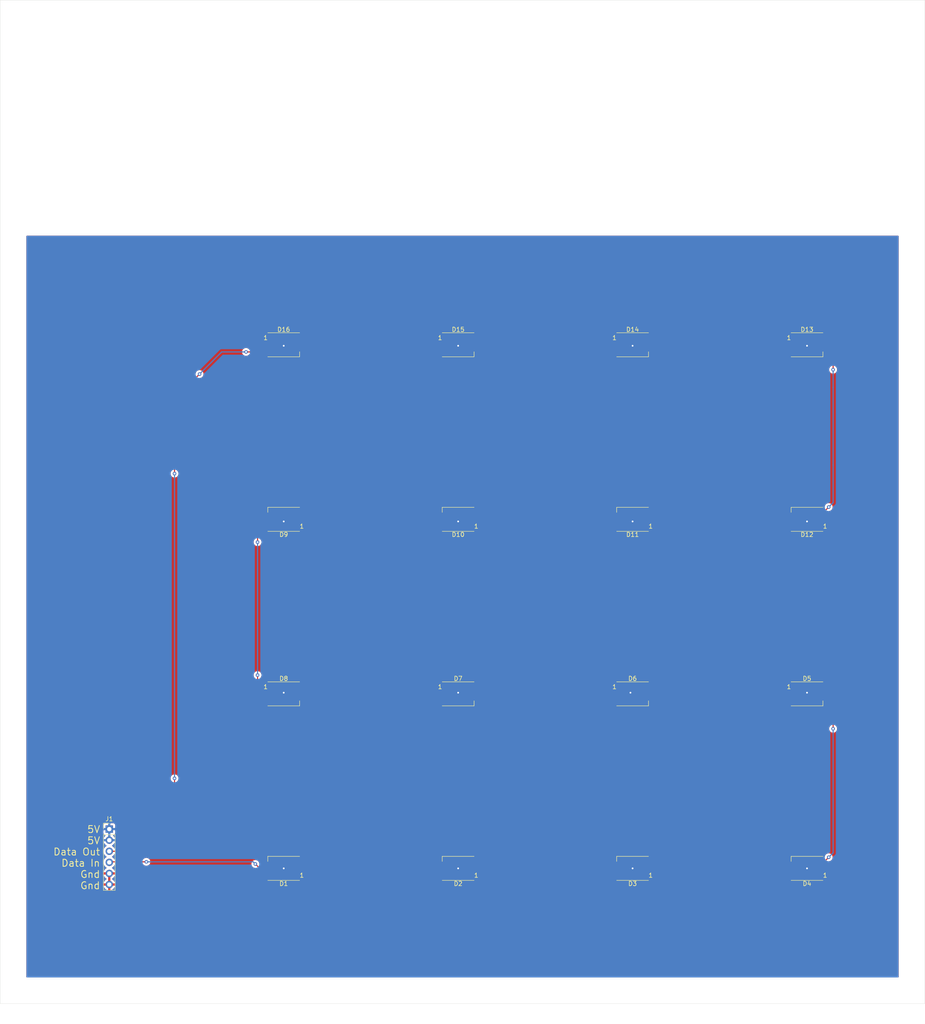
<source format=kicad_pcb>
(kicad_pcb (version 20171130) (host pcbnew "(5.1.5)-3")

  (general
    (thickness 1.6)
    (drawings 37)
    (tracks 151)
    (zones 0)
    (modules 17)
    (nets 20)
  )

  (page User 431.8 279.4)
  (layers
    (0 F.Cu signal)
    (31 B.Cu signal)
    (32 B.Adhes user)
    (33 F.Adhes user hide)
    (34 B.Paste user)
    (35 F.Paste user)
    (36 B.SilkS user)
    (37 F.SilkS user)
    (38 B.Mask user)
    (39 F.Mask user)
    (40 Dwgs.User user)
    (41 Cmts.User user hide)
    (42 Eco1.User user hide)
    (43 Eco2.User user)
    (44 Edge.Cuts user)
    (45 Margin user)
    (46 B.CrtYd user)
    (47 F.CrtYd user)
    (48 B.Fab user hide)
    (49 F.Fab user hide)
  )

  (setup
    (last_trace_width 0.25)
    (trace_clearance 0.2)
    (zone_clearance 0.508)
    (zone_45_only no)
    (trace_min 0.2)
    (via_size 0.8)
    (via_drill 0.4)
    (via_min_size 0.4)
    (via_min_drill 0.3)
    (uvia_size 0.3)
    (uvia_drill 0.1)
    (uvias_allowed no)
    (uvia_min_size 0.2)
    (uvia_min_drill 0.1)
    (edge_width 0.05)
    (segment_width 0.2)
    (pcb_text_width 0.3)
    (pcb_text_size 1.5 1.5)
    (mod_edge_width 0.12)
    (mod_text_size 1 1)
    (mod_text_width 0.15)
    (pad_size 1.524 1.524)
    (pad_drill 0.762)
    (pad_to_mask_clearance 0.051)
    (solder_mask_min_width 0.25)
    (aux_axis_origin 0 0)
    (grid_origin 0 230)
    (visible_elements 7EFFFFFF)
    (pcbplotparams
      (layerselection 0x010fc_ffffffff)
      (usegerberextensions false)
      (usegerberattributes false)
      (usegerberadvancedattributes false)
      (creategerberjobfile false)
      (excludeedgelayer true)
      (linewidth 0.100000)
      (plotframeref false)
      (viasonmask false)
      (mode 1)
      (useauxorigin false)
      (hpglpennumber 1)
      (hpglpenspeed 20)
      (hpglpendiameter 15.000000)
      (psnegative false)
      (psa4output false)
      (plotreference true)
      (plotvalue true)
      (plotinvisibletext false)
      (padsonsilk false)
      (subtractmaskfromsilk false)
      (outputformat 1)
      (mirror false)
      (drillshape 0)
      (scaleselection 1)
      (outputdirectory "../../Production Files/"))
  )

  (net 0 "")
  (net 1 +5V)
  (net 2 "Net-(D1-Pad2)")
  (net 3 GND)
  (net 4 "Net-(D2-Pad2)")
  (net 5 "Net-(D15-Pad2)")
  (net 6 "Net-(D3-Pad2)")
  (net 7 "Net-(D4-Pad2)")
  (net 8 "Net-(D5-Pad2)")
  (net 9 "Net-(D6-Pad2)")
  (net 10 "Net-(D7-Pad2)")
  (net 11 "Net-(D10-Pad4)")
  (net 12 "Net-(D10-Pad2)")
  (net 13 "Net-(D11-Pad2)")
  (net 14 "Net-(D12-Pad2)")
  (net 15 "Net-(D13-Pad2)")
  (net 16 "Net-(D14-Pad2)")
  (net 17 "Net-(D8-Pad2)")
  (net 18 Data_in)
  (net 19 Data_out)

  (net_class Default "This is the default net class."
    (clearance 0.2)
    (trace_width 0.25)
    (via_dia 0.8)
    (via_drill 0.4)
    (uvia_dia 0.3)
    (uvia_drill 0.1)
    (add_net +5V)
    (add_net Data_in)
    (add_net Data_out)
    (add_net GND)
    (add_net "Net-(D1-Pad2)")
    (add_net "Net-(D10-Pad2)")
    (add_net "Net-(D10-Pad4)")
    (add_net "Net-(D11-Pad2)")
    (add_net "Net-(D12-Pad2)")
    (add_net "Net-(D13-Pad2)")
    (add_net "Net-(D14-Pad2)")
    (add_net "Net-(D15-Pad2)")
    (add_net "Net-(D2-Pad2)")
    (add_net "Net-(D3-Pad2)")
    (add_net "Net-(D4-Pad2)")
    (add_net "Net-(D5-Pad2)")
    (add_net "Net-(D6-Pad2)")
    (add_net "Net-(D7-Pad2)")
    (add_net "Net-(D8-Pad2)")
  )

  (module Connector_PinHeader_2.54mm:PinHeader_1x06_P2.54mm_Vertical (layer F.Cu) (tedit 59FED5CC) (tstamp 6072898C)
    (at 25 190)
    (descr "Through hole straight pin header, 1x06, 2.54mm pitch, single row")
    (tags "Through hole pin header THT 1x06 2.54mm single row")
    (path /6075444F)
    (fp_text reference J1 (at 0 -2.33) (layer F.SilkS)
      (effects (font (size 1 1) (thickness 0.15)))
    )
    (fp_text value Conn_01x06 (at 0 15.03) (layer F.Fab)
      (effects (font (size 1 1) (thickness 0.15)))
    )
    (fp_text user %R (at 0 6.35 90) (layer F.Fab)
      (effects (font (size 1 1) (thickness 0.15)))
    )
    (fp_line (start 1.8 -1.8) (end -1.8 -1.8) (layer F.CrtYd) (width 0.05))
    (fp_line (start 1.8 14.5) (end 1.8 -1.8) (layer F.CrtYd) (width 0.05))
    (fp_line (start -1.8 14.5) (end 1.8 14.5) (layer F.CrtYd) (width 0.05))
    (fp_line (start -1.8 -1.8) (end -1.8 14.5) (layer F.CrtYd) (width 0.05))
    (fp_line (start -1.33 -1.33) (end 0 -1.33) (layer F.SilkS) (width 0.12))
    (fp_line (start -1.33 0) (end -1.33 -1.33) (layer F.SilkS) (width 0.12))
    (fp_line (start -1.33 1.27) (end 1.33 1.27) (layer F.SilkS) (width 0.12))
    (fp_line (start 1.33 1.27) (end 1.33 14.03) (layer F.SilkS) (width 0.12))
    (fp_line (start -1.33 1.27) (end -1.33 14.03) (layer F.SilkS) (width 0.12))
    (fp_line (start -1.33 14.03) (end 1.33 14.03) (layer F.SilkS) (width 0.12))
    (fp_line (start -1.27 -0.635) (end -0.635 -1.27) (layer F.Fab) (width 0.1))
    (fp_line (start -1.27 13.97) (end -1.27 -0.635) (layer F.Fab) (width 0.1))
    (fp_line (start 1.27 13.97) (end -1.27 13.97) (layer F.Fab) (width 0.1))
    (fp_line (start 1.27 -1.27) (end 1.27 13.97) (layer F.Fab) (width 0.1))
    (fp_line (start -0.635 -1.27) (end 1.27 -1.27) (layer F.Fab) (width 0.1))
    (pad 6 thru_hole oval (at 0 12.7) (size 1.7 1.7) (drill 1) (layers *.Cu *.Mask)
      (net 3 GND))
    (pad 5 thru_hole oval (at 0 10.16) (size 1.7 1.7) (drill 1) (layers *.Cu *.Mask)
      (net 3 GND))
    (pad 4 thru_hole oval (at 0 7.62) (size 1.7 1.7) (drill 1) (layers *.Cu *.Mask)
      (net 18 Data_in))
    (pad 3 thru_hole oval (at 0 5.08) (size 1.7 1.7) (drill 1) (layers *.Cu *.Mask)
      (net 19 Data_out))
    (pad 2 thru_hole oval (at 0 2.54) (size 1.7 1.7) (drill 1) (layers *.Cu *.Mask)
      (net 1 +5V))
    (pad 1 thru_hole rect (at 0 0) (size 1.7 1.7) (drill 1) (layers *.Cu *.Mask)
      (net 1 +5V))
    (model ${KISYS3DMOD}/Connector_PinHeader_2.54mm.3dshapes/PinHeader_1x06_P2.54mm_Vertical.wrl
      (at (xyz 0 0 0))
      (scale (xyz 1 1 1))
      (rotate (xyz 0 0 0))
    )
  )

  (module LED_SMD:LED_WS2812B_PLCC4_5.0x5.0mm_P3.2mm (layer F.Cu) (tedit 5AA4B285) (tstamp 60727AEC)
    (at 65 79)
    (descr https://cdn-shop.adafruit.com/datasheets/WS2812B.pdf)
    (tags "LED RGB NeoPixel")
    (path /6074DFDE)
    (attr smd)
    (fp_text reference D16 (at 0 -3.5) (layer F.SilkS)
      (effects (font (size 1 1) (thickness 0.15)))
    )
    (fp_text value WS2812B (at 0 4) (layer F.Fab)
      (effects (font (size 1 1) (thickness 0.15)))
    )
    (fp_circle (center 0 0) (end 0 -2) (layer F.Fab) (width 0.1))
    (fp_line (start 3.65 2.75) (end 3.65 1.6) (layer F.SilkS) (width 0.12))
    (fp_line (start -3.65 2.75) (end 3.65 2.75) (layer F.SilkS) (width 0.12))
    (fp_line (start -3.65 -2.75) (end 3.65 -2.75) (layer F.SilkS) (width 0.12))
    (fp_line (start 2.5 -2.5) (end -2.5 -2.5) (layer F.Fab) (width 0.1))
    (fp_line (start 2.5 2.5) (end 2.5 -2.5) (layer F.Fab) (width 0.1))
    (fp_line (start -2.5 2.5) (end 2.5 2.5) (layer F.Fab) (width 0.1))
    (fp_line (start -2.5 -2.5) (end -2.5 2.5) (layer F.Fab) (width 0.1))
    (fp_line (start 2.5 1.5) (end 1.5 2.5) (layer F.Fab) (width 0.1))
    (fp_line (start -3.45 -2.75) (end -3.45 2.75) (layer F.CrtYd) (width 0.05))
    (fp_line (start -3.45 2.75) (end 3.45 2.75) (layer F.CrtYd) (width 0.05))
    (fp_line (start 3.45 2.75) (end 3.45 -2.75) (layer F.CrtYd) (width 0.05))
    (fp_line (start 3.45 -2.75) (end -3.45 -2.75) (layer F.CrtYd) (width 0.05))
    (fp_text user %R (at 0 0) (layer F.Fab)
      (effects (font (size 0.8 0.8) (thickness 0.15)))
    )
    (fp_text user 1 (at -4.15 -1.6) (layer F.SilkS)
      (effects (font (size 1 1) (thickness 0.15)))
    )
    (pad 1 smd rect (at -2.45 -1.6) (size 1.5 1) (layers F.Cu F.Paste F.Mask)
      (net 1 +5V))
    (pad 2 smd rect (at -2.45 1.6) (size 1.5 1) (layers F.Cu F.Paste F.Mask)
      (net 19 Data_out))
    (pad 4 smd rect (at 2.45 -1.6) (size 1.5 1) (layers F.Cu F.Paste F.Mask)
      (net 5 "Net-(D15-Pad2)"))
    (pad 3 smd rect (at 2.45 1.6) (size 1.5 1) (layers F.Cu F.Paste F.Mask)
      (net 3 GND))
    (model ${KISYS3DMOD}/LED_SMD.3dshapes/LED_WS2812B_PLCC4_5.0x5.0mm_P3.2mm.wrl
      (at (xyz 0 0 0))
      (scale (xyz 1 1 1))
      (rotate (xyz 0 0 0))
    )
  )

  (module LED_SMD:LED_WS2812B_PLCC4_5.0x5.0mm_P3.2mm (layer F.Cu) (tedit 5AA4B285) (tstamp 60727BF4)
    (at 105 79)
    (descr https://cdn-shop.adafruit.com/datasheets/WS2812B.pdf)
    (tags "LED RGB NeoPixel")
    (path /6074DFCA)
    (attr smd)
    (fp_text reference D15 (at 0 -3.5) (layer F.SilkS)
      (effects (font (size 1 1) (thickness 0.15)))
    )
    (fp_text value WS2812B (at 0 4) (layer F.Fab)
      (effects (font (size 1 1) (thickness 0.15)))
    )
    (fp_circle (center 0 0) (end 0 -2) (layer F.Fab) (width 0.1))
    (fp_line (start 3.65 2.75) (end 3.65 1.6) (layer F.SilkS) (width 0.12))
    (fp_line (start -3.65 2.75) (end 3.65 2.75) (layer F.SilkS) (width 0.12))
    (fp_line (start -3.65 -2.75) (end 3.65 -2.75) (layer F.SilkS) (width 0.12))
    (fp_line (start 2.5 -2.5) (end -2.5 -2.5) (layer F.Fab) (width 0.1))
    (fp_line (start 2.5 2.5) (end 2.5 -2.5) (layer F.Fab) (width 0.1))
    (fp_line (start -2.5 2.5) (end 2.5 2.5) (layer F.Fab) (width 0.1))
    (fp_line (start -2.5 -2.5) (end -2.5 2.5) (layer F.Fab) (width 0.1))
    (fp_line (start 2.5 1.5) (end 1.5 2.5) (layer F.Fab) (width 0.1))
    (fp_line (start -3.45 -2.75) (end -3.45 2.75) (layer F.CrtYd) (width 0.05))
    (fp_line (start -3.45 2.75) (end 3.45 2.75) (layer F.CrtYd) (width 0.05))
    (fp_line (start 3.45 2.75) (end 3.45 -2.75) (layer F.CrtYd) (width 0.05))
    (fp_line (start 3.45 -2.75) (end -3.45 -2.75) (layer F.CrtYd) (width 0.05))
    (fp_text user %R (at 0 0) (layer F.Fab)
      (effects (font (size 0.8 0.8) (thickness 0.15)))
    )
    (fp_text user 1 (at -4.15 -1.6) (layer F.SilkS)
      (effects (font (size 1 1) (thickness 0.15)))
    )
    (pad 1 smd rect (at -2.45 -1.6) (size 1.5 1) (layers F.Cu F.Paste F.Mask)
      (net 1 +5V))
    (pad 2 smd rect (at -2.45 1.6) (size 1.5 1) (layers F.Cu F.Paste F.Mask)
      (net 5 "Net-(D15-Pad2)"))
    (pad 4 smd rect (at 2.45 -1.6) (size 1.5 1) (layers F.Cu F.Paste F.Mask)
      (net 16 "Net-(D14-Pad2)"))
    (pad 3 smd rect (at 2.45 1.6) (size 1.5 1) (layers F.Cu F.Paste F.Mask)
      (net 3 GND))
    (model ${KISYS3DMOD}/LED_SMD.3dshapes/LED_WS2812B_PLCC4_5.0x5.0mm_P3.2mm.wrl
      (at (xyz 0 0 0))
      (scale (xyz 1 1 1))
      (rotate (xyz 0 0 0))
    )
  )

  (module LED_SMD:LED_WS2812B_PLCC4_5.0x5.0mm_P3.2mm (layer F.Cu) (tedit 5AA4B285) (tstamp 60727B2E)
    (at 145 79)
    (descr https://cdn-shop.adafruit.com/datasheets/WS2812B.pdf)
    (tags "LED RGB NeoPixel")
    (path /6074DFB5)
    (attr smd)
    (fp_text reference D14 (at 0 -3.5) (layer F.SilkS)
      (effects (font (size 1 1) (thickness 0.15)))
    )
    (fp_text value WS2812B (at 0 4) (layer F.Fab)
      (effects (font (size 1 1) (thickness 0.15)))
    )
    (fp_circle (center 0 0) (end 0 -2) (layer F.Fab) (width 0.1))
    (fp_line (start 3.65 2.75) (end 3.65 1.6) (layer F.SilkS) (width 0.12))
    (fp_line (start -3.65 2.75) (end 3.65 2.75) (layer F.SilkS) (width 0.12))
    (fp_line (start -3.65 -2.75) (end 3.65 -2.75) (layer F.SilkS) (width 0.12))
    (fp_line (start 2.5 -2.5) (end -2.5 -2.5) (layer F.Fab) (width 0.1))
    (fp_line (start 2.5 2.5) (end 2.5 -2.5) (layer F.Fab) (width 0.1))
    (fp_line (start -2.5 2.5) (end 2.5 2.5) (layer F.Fab) (width 0.1))
    (fp_line (start -2.5 -2.5) (end -2.5 2.5) (layer F.Fab) (width 0.1))
    (fp_line (start 2.5 1.5) (end 1.5 2.5) (layer F.Fab) (width 0.1))
    (fp_line (start -3.45 -2.75) (end -3.45 2.75) (layer F.CrtYd) (width 0.05))
    (fp_line (start -3.45 2.75) (end 3.45 2.75) (layer F.CrtYd) (width 0.05))
    (fp_line (start 3.45 2.75) (end 3.45 -2.75) (layer F.CrtYd) (width 0.05))
    (fp_line (start 3.45 -2.75) (end -3.45 -2.75) (layer F.CrtYd) (width 0.05))
    (fp_text user %R (at 0 0) (layer F.Fab)
      (effects (font (size 0.8 0.8) (thickness 0.15)))
    )
    (fp_text user 1 (at -4.15 -1.6) (layer F.SilkS)
      (effects (font (size 1 1) (thickness 0.15)))
    )
    (pad 1 smd rect (at -2.45 -1.6) (size 1.5 1) (layers F.Cu F.Paste F.Mask)
      (net 1 +5V))
    (pad 2 smd rect (at -2.45 1.6) (size 1.5 1) (layers F.Cu F.Paste F.Mask)
      (net 16 "Net-(D14-Pad2)"))
    (pad 4 smd rect (at 2.45 -1.6) (size 1.5 1) (layers F.Cu F.Paste F.Mask)
      (net 15 "Net-(D13-Pad2)"))
    (pad 3 smd rect (at 2.45 1.6) (size 1.5 1) (layers F.Cu F.Paste F.Mask)
      (net 3 GND))
    (model ${KISYS3DMOD}/LED_SMD.3dshapes/LED_WS2812B_PLCC4_5.0x5.0mm_P3.2mm.wrl
      (at (xyz 0 0 0))
      (scale (xyz 1 1 1))
      (rotate (xyz 0 0 0))
    )
  )

  (module LED_SMD:LED_WS2812B_PLCC4_5.0x5.0mm_P3.2mm (layer F.Cu) (tedit 5AA4B285) (tstamp 60727BB2)
    (at 185 79)
    (descr https://cdn-shop.adafruit.com/datasheets/WS2812B.pdf)
    (tags "LED RGB NeoPixel")
    (path /6074DFA1)
    (attr smd)
    (fp_text reference D13 (at 0 -3.5) (layer F.SilkS)
      (effects (font (size 1 1) (thickness 0.15)))
    )
    (fp_text value WS2812B (at 0 4) (layer F.Fab)
      (effects (font (size 1 1) (thickness 0.15)))
    )
    (fp_circle (center 0 0) (end 0 -2) (layer F.Fab) (width 0.1))
    (fp_line (start 3.65 2.75) (end 3.65 1.6) (layer F.SilkS) (width 0.12))
    (fp_line (start -3.65 2.75) (end 3.65 2.75) (layer F.SilkS) (width 0.12))
    (fp_line (start -3.65 -2.75) (end 3.65 -2.75) (layer F.SilkS) (width 0.12))
    (fp_line (start 2.5 -2.5) (end -2.5 -2.5) (layer F.Fab) (width 0.1))
    (fp_line (start 2.5 2.5) (end 2.5 -2.5) (layer F.Fab) (width 0.1))
    (fp_line (start -2.5 2.5) (end 2.5 2.5) (layer F.Fab) (width 0.1))
    (fp_line (start -2.5 -2.5) (end -2.5 2.5) (layer F.Fab) (width 0.1))
    (fp_line (start 2.5 1.5) (end 1.5 2.5) (layer F.Fab) (width 0.1))
    (fp_line (start -3.45 -2.75) (end -3.45 2.75) (layer F.CrtYd) (width 0.05))
    (fp_line (start -3.45 2.75) (end 3.45 2.75) (layer F.CrtYd) (width 0.05))
    (fp_line (start 3.45 2.75) (end 3.45 -2.75) (layer F.CrtYd) (width 0.05))
    (fp_line (start 3.45 -2.75) (end -3.45 -2.75) (layer F.CrtYd) (width 0.05))
    (fp_text user %R (at 0 0) (layer F.Fab)
      (effects (font (size 0.8 0.8) (thickness 0.15)))
    )
    (fp_text user 1 (at -4.15 -1.6) (layer F.SilkS)
      (effects (font (size 1 1) (thickness 0.15)))
    )
    (pad 1 smd rect (at -2.45 -1.6) (size 1.5 1) (layers F.Cu F.Paste F.Mask)
      (net 1 +5V))
    (pad 2 smd rect (at -2.45 1.6) (size 1.5 1) (layers F.Cu F.Paste F.Mask)
      (net 15 "Net-(D13-Pad2)"))
    (pad 4 smd rect (at 2.45 -1.6) (size 1.5 1) (layers F.Cu F.Paste F.Mask)
      (net 14 "Net-(D12-Pad2)"))
    (pad 3 smd rect (at 2.45 1.6) (size 1.5 1) (layers F.Cu F.Paste F.Mask)
      (net 3 GND))
    (model ${KISYS3DMOD}/LED_SMD.3dshapes/LED_WS2812B_PLCC4_5.0x5.0mm_P3.2mm.wrl
      (at (xyz 0 0 0))
      (scale (xyz 1 1 1))
      (rotate (xyz 0 0 0))
    )
  )

  (module LED_SMD:LED_WS2812B_PLCC4_5.0x5.0mm_P3.2mm (layer F.Cu) (tedit 5AA4B285) (tstamp 60727AAA)
    (at 185 119 180)
    (descr https://cdn-shop.adafruit.com/datasheets/WS2812B.pdf)
    (tags "LED RGB NeoPixel")
    (path /6074DF8B)
    (attr smd)
    (fp_text reference D12 (at 0 -3.5) (layer F.SilkS)
      (effects (font (size 1 1) (thickness 0.15)))
    )
    (fp_text value WS2812B (at 0 4) (layer F.Fab)
      (effects (font (size 1 1) (thickness 0.15)))
    )
    (fp_circle (center 0 0) (end 0 -2) (layer F.Fab) (width 0.1))
    (fp_line (start 3.65 2.75) (end 3.65 1.6) (layer F.SilkS) (width 0.12))
    (fp_line (start -3.65 2.75) (end 3.65 2.75) (layer F.SilkS) (width 0.12))
    (fp_line (start -3.65 -2.75) (end 3.65 -2.75) (layer F.SilkS) (width 0.12))
    (fp_line (start 2.5 -2.5) (end -2.5 -2.5) (layer F.Fab) (width 0.1))
    (fp_line (start 2.5 2.5) (end 2.5 -2.5) (layer F.Fab) (width 0.1))
    (fp_line (start -2.5 2.5) (end 2.5 2.5) (layer F.Fab) (width 0.1))
    (fp_line (start -2.5 -2.5) (end -2.5 2.5) (layer F.Fab) (width 0.1))
    (fp_line (start 2.5 1.5) (end 1.5 2.5) (layer F.Fab) (width 0.1))
    (fp_line (start -3.45 -2.75) (end -3.45 2.75) (layer F.CrtYd) (width 0.05))
    (fp_line (start -3.45 2.75) (end 3.45 2.75) (layer F.CrtYd) (width 0.05))
    (fp_line (start 3.45 2.75) (end 3.45 -2.75) (layer F.CrtYd) (width 0.05))
    (fp_line (start 3.45 -2.75) (end -3.45 -2.75) (layer F.CrtYd) (width 0.05))
    (fp_text user %R (at 0 0) (layer F.Fab)
      (effects (font (size 0.8 0.8) (thickness 0.15)))
    )
    (fp_text user 1 (at -4.15 -1.6) (layer F.SilkS)
      (effects (font (size 1 1) (thickness 0.15)))
    )
    (pad 1 smd rect (at -2.45 -1.6 180) (size 1.5 1) (layers F.Cu F.Paste F.Mask)
      (net 1 +5V))
    (pad 2 smd rect (at -2.45 1.6 180) (size 1.5 1) (layers F.Cu F.Paste F.Mask)
      (net 14 "Net-(D12-Pad2)"))
    (pad 4 smd rect (at 2.45 -1.6 180) (size 1.5 1) (layers F.Cu F.Paste F.Mask)
      (net 13 "Net-(D11-Pad2)"))
    (pad 3 smd rect (at 2.45 1.6 180) (size 1.5 1) (layers F.Cu F.Paste F.Mask)
      (net 3 GND))
    (model ${KISYS3DMOD}/LED_SMD.3dshapes/LED_WS2812B_PLCC4_5.0x5.0mm_P3.2mm.wrl
      (at (xyz 0 0 0))
      (scale (xyz 1 1 1))
      (rotate (xyz 0 0 0))
    )
  )

  (module LED_SMD:LED_WS2812B_PLCC4_5.0x5.0mm_P3.2mm (layer F.Cu) (tedit 5AA4B285) (tstamp 60727B70)
    (at 145 119 180)
    (descr https://cdn-shop.adafruit.com/datasheets/WS2812B.pdf)
    (tags "LED RGB NeoPixel")
    (path /6074DF77)
    (attr smd)
    (fp_text reference D11 (at 0 -3.5) (layer F.SilkS)
      (effects (font (size 1 1) (thickness 0.15)))
    )
    (fp_text value WS2812B (at 0 4) (layer F.Fab)
      (effects (font (size 1 1) (thickness 0.15)))
    )
    (fp_circle (center 0 0) (end 0 -2) (layer F.Fab) (width 0.1))
    (fp_line (start 3.65 2.75) (end 3.65 1.6) (layer F.SilkS) (width 0.12))
    (fp_line (start -3.65 2.75) (end 3.65 2.75) (layer F.SilkS) (width 0.12))
    (fp_line (start -3.65 -2.75) (end 3.65 -2.75) (layer F.SilkS) (width 0.12))
    (fp_line (start 2.5 -2.5) (end -2.5 -2.5) (layer F.Fab) (width 0.1))
    (fp_line (start 2.5 2.5) (end 2.5 -2.5) (layer F.Fab) (width 0.1))
    (fp_line (start -2.5 2.5) (end 2.5 2.5) (layer F.Fab) (width 0.1))
    (fp_line (start -2.5 -2.5) (end -2.5 2.5) (layer F.Fab) (width 0.1))
    (fp_line (start 2.5 1.5) (end 1.5 2.5) (layer F.Fab) (width 0.1))
    (fp_line (start -3.45 -2.75) (end -3.45 2.75) (layer F.CrtYd) (width 0.05))
    (fp_line (start -3.45 2.75) (end 3.45 2.75) (layer F.CrtYd) (width 0.05))
    (fp_line (start 3.45 2.75) (end 3.45 -2.75) (layer F.CrtYd) (width 0.05))
    (fp_line (start 3.45 -2.75) (end -3.45 -2.75) (layer F.CrtYd) (width 0.05))
    (fp_text user %R (at 0 0) (layer F.Fab)
      (effects (font (size 0.8 0.8) (thickness 0.15)))
    )
    (fp_text user 1 (at -4.15 -1.6) (layer F.SilkS)
      (effects (font (size 1 1) (thickness 0.15)))
    )
    (pad 1 smd rect (at -2.45 -1.6 180) (size 1.5 1) (layers F.Cu F.Paste F.Mask)
      (net 1 +5V))
    (pad 2 smd rect (at -2.45 1.6 180) (size 1.5 1) (layers F.Cu F.Paste F.Mask)
      (net 13 "Net-(D11-Pad2)"))
    (pad 4 smd rect (at 2.45 -1.6 180) (size 1.5 1) (layers F.Cu F.Paste F.Mask)
      (net 12 "Net-(D10-Pad2)"))
    (pad 3 smd rect (at 2.45 1.6 180) (size 1.5 1) (layers F.Cu F.Paste F.Mask)
      (net 3 GND))
    (model ${KISYS3DMOD}/LED_SMD.3dshapes/LED_WS2812B_PLCC4_5.0x5.0mm_P3.2mm.wrl
      (at (xyz 0 0 0))
      (scale (xyz 1 1 1))
      (rotate (xyz 0 0 0))
    )
  )

  (module LED_SMD:LED_WS2812B_PLCC4_5.0x5.0mm_P3.2mm (layer F.Cu) (tedit 5AA4B285) (tstamp 60727A68)
    (at 105 119 180)
    (descr https://cdn-shop.adafruit.com/datasheets/WS2812B.pdf)
    (tags "LED RGB NeoPixel")
    (path /6074DF62)
    (attr smd)
    (fp_text reference D10 (at 0 -3.5) (layer F.SilkS)
      (effects (font (size 1 1) (thickness 0.15)))
    )
    (fp_text value WS2812B (at 0 4) (layer F.Fab)
      (effects (font (size 1 1) (thickness 0.15)))
    )
    (fp_circle (center 0 0) (end 0 -2) (layer F.Fab) (width 0.1))
    (fp_line (start 3.65 2.75) (end 3.65 1.6) (layer F.SilkS) (width 0.12))
    (fp_line (start -3.65 2.75) (end 3.65 2.75) (layer F.SilkS) (width 0.12))
    (fp_line (start -3.65 -2.75) (end 3.65 -2.75) (layer F.SilkS) (width 0.12))
    (fp_line (start 2.5 -2.5) (end -2.5 -2.5) (layer F.Fab) (width 0.1))
    (fp_line (start 2.5 2.5) (end 2.5 -2.5) (layer F.Fab) (width 0.1))
    (fp_line (start -2.5 2.5) (end 2.5 2.5) (layer F.Fab) (width 0.1))
    (fp_line (start -2.5 -2.5) (end -2.5 2.5) (layer F.Fab) (width 0.1))
    (fp_line (start 2.5 1.5) (end 1.5 2.5) (layer F.Fab) (width 0.1))
    (fp_line (start -3.45 -2.75) (end -3.45 2.75) (layer F.CrtYd) (width 0.05))
    (fp_line (start -3.45 2.75) (end 3.45 2.75) (layer F.CrtYd) (width 0.05))
    (fp_line (start 3.45 2.75) (end 3.45 -2.75) (layer F.CrtYd) (width 0.05))
    (fp_line (start 3.45 -2.75) (end -3.45 -2.75) (layer F.CrtYd) (width 0.05))
    (fp_text user %R (at 0 0) (layer F.Fab)
      (effects (font (size 0.8 0.8) (thickness 0.15)))
    )
    (fp_text user 1 (at -4.15 -1.6) (layer F.SilkS)
      (effects (font (size 1 1) (thickness 0.15)))
    )
    (pad 1 smd rect (at -2.45 -1.6 180) (size 1.5 1) (layers F.Cu F.Paste F.Mask)
      (net 1 +5V))
    (pad 2 smd rect (at -2.45 1.6 180) (size 1.5 1) (layers F.Cu F.Paste F.Mask)
      (net 12 "Net-(D10-Pad2)"))
    (pad 4 smd rect (at 2.45 -1.6 180) (size 1.5 1) (layers F.Cu F.Paste F.Mask)
      (net 11 "Net-(D10-Pad4)"))
    (pad 3 smd rect (at 2.45 1.6 180) (size 1.5 1) (layers F.Cu F.Paste F.Mask)
      (net 3 GND))
    (model ${KISYS3DMOD}/LED_SMD.3dshapes/LED_WS2812B_PLCC4_5.0x5.0mm_P3.2mm.wrl
      (at (xyz 0 0 0))
      (scale (xyz 1 1 1))
      (rotate (xyz 0 0 0))
    )
  )

  (module LED_SMD:LED_WS2812B_PLCC4_5.0x5.0mm_P3.2mm (layer F.Cu) (tedit 5AA4B285) (tstamp 60727999)
    (at 65 119 180)
    (descr https://cdn-shop.adafruit.com/datasheets/WS2812B.pdf)
    (tags "LED RGB NeoPixel")
    (path /6074DF4D)
    (attr smd)
    (fp_text reference D9 (at 0 -3.5) (layer F.SilkS)
      (effects (font (size 1 1) (thickness 0.15)))
    )
    (fp_text value WS2812B (at 0 4) (layer F.Fab)
      (effects (font (size 1 1) (thickness 0.15)))
    )
    (fp_text user 1 (at -4.15 -1.6) (layer F.SilkS)
      (effects (font (size 1 1) (thickness 0.15)))
    )
    (fp_text user %R (at 0 0) (layer F.Fab)
      (effects (font (size 0.8 0.8) (thickness 0.15)))
    )
    (fp_line (start 3.45 -2.75) (end -3.45 -2.75) (layer F.CrtYd) (width 0.05))
    (fp_line (start 3.45 2.75) (end 3.45 -2.75) (layer F.CrtYd) (width 0.05))
    (fp_line (start -3.45 2.75) (end 3.45 2.75) (layer F.CrtYd) (width 0.05))
    (fp_line (start -3.45 -2.75) (end -3.45 2.75) (layer F.CrtYd) (width 0.05))
    (fp_line (start 2.5 1.5) (end 1.5 2.5) (layer F.Fab) (width 0.1))
    (fp_line (start -2.5 -2.5) (end -2.5 2.5) (layer F.Fab) (width 0.1))
    (fp_line (start -2.5 2.5) (end 2.5 2.5) (layer F.Fab) (width 0.1))
    (fp_line (start 2.5 2.5) (end 2.5 -2.5) (layer F.Fab) (width 0.1))
    (fp_line (start 2.5 -2.5) (end -2.5 -2.5) (layer F.Fab) (width 0.1))
    (fp_line (start -3.65 -2.75) (end 3.65 -2.75) (layer F.SilkS) (width 0.12))
    (fp_line (start -3.65 2.75) (end 3.65 2.75) (layer F.SilkS) (width 0.12))
    (fp_line (start 3.65 2.75) (end 3.65 1.6) (layer F.SilkS) (width 0.12))
    (fp_circle (center 0 0) (end 0 -2) (layer F.Fab) (width 0.1))
    (pad 3 smd rect (at 2.45 1.6 180) (size 1.5 1) (layers F.Cu F.Paste F.Mask)
      (net 3 GND))
    (pad 4 smd rect (at 2.45 -1.6 180) (size 1.5 1) (layers F.Cu F.Paste F.Mask)
      (net 17 "Net-(D8-Pad2)"))
    (pad 2 smd rect (at -2.45 1.6 180) (size 1.5 1) (layers F.Cu F.Paste F.Mask)
      (net 11 "Net-(D10-Pad4)"))
    (pad 1 smd rect (at -2.45 -1.6 180) (size 1.5 1) (layers F.Cu F.Paste F.Mask)
      (net 1 +5V))
    (model ${KISYS3DMOD}/LED_SMD.3dshapes/LED_WS2812B_PLCC4_5.0x5.0mm_P3.2mm.wrl
      (at (xyz 0 0 0))
      (scale (xyz 1 1 1))
      (rotate (xyz 0 0 0))
    )
  )

  (module LED_SMD:LED_WS2812B_PLCC4_5.0x5.0mm_P3.2mm (layer F.Cu) (tedit 5AA4B285) (tstamp 60727915)
    (at 65 159)
    (descr https://cdn-shop.adafruit.com/datasheets/WS2812B.pdf)
    (tags "LED RGB NeoPixel")
    (path /60738CDA)
    (attr smd)
    (fp_text reference D8 (at 0 -3.5) (layer F.SilkS)
      (effects (font (size 1 1) (thickness 0.15)))
    )
    (fp_text value WS2812B (at 0 4) (layer F.Fab)
      (effects (font (size 1 1) (thickness 0.15)))
    )
    (fp_text user 1 (at -4.15 -1.6) (layer F.SilkS)
      (effects (font (size 1 1) (thickness 0.15)))
    )
    (fp_text user %R (at 0 0) (layer F.Fab)
      (effects (font (size 0.8 0.8) (thickness 0.15)))
    )
    (fp_line (start 3.45 -2.75) (end -3.45 -2.75) (layer F.CrtYd) (width 0.05))
    (fp_line (start 3.45 2.75) (end 3.45 -2.75) (layer F.CrtYd) (width 0.05))
    (fp_line (start -3.45 2.75) (end 3.45 2.75) (layer F.CrtYd) (width 0.05))
    (fp_line (start -3.45 -2.75) (end -3.45 2.75) (layer F.CrtYd) (width 0.05))
    (fp_line (start 2.5 1.5) (end 1.5 2.5) (layer F.Fab) (width 0.1))
    (fp_line (start -2.5 -2.5) (end -2.5 2.5) (layer F.Fab) (width 0.1))
    (fp_line (start -2.5 2.5) (end 2.5 2.5) (layer F.Fab) (width 0.1))
    (fp_line (start 2.5 2.5) (end 2.5 -2.5) (layer F.Fab) (width 0.1))
    (fp_line (start 2.5 -2.5) (end -2.5 -2.5) (layer F.Fab) (width 0.1))
    (fp_line (start -3.65 -2.75) (end 3.65 -2.75) (layer F.SilkS) (width 0.12))
    (fp_line (start -3.65 2.75) (end 3.65 2.75) (layer F.SilkS) (width 0.12))
    (fp_line (start 3.65 2.75) (end 3.65 1.6) (layer F.SilkS) (width 0.12))
    (fp_circle (center 0 0) (end 0 -2) (layer F.Fab) (width 0.1))
    (pad 3 smd rect (at 2.45 1.6) (size 1.5 1) (layers F.Cu F.Paste F.Mask)
      (net 3 GND))
    (pad 4 smd rect (at 2.45 -1.6) (size 1.5 1) (layers F.Cu F.Paste F.Mask)
      (net 10 "Net-(D7-Pad2)"))
    (pad 2 smd rect (at -2.45 1.6) (size 1.5 1) (layers F.Cu F.Paste F.Mask)
      (net 17 "Net-(D8-Pad2)"))
    (pad 1 smd rect (at -2.45 -1.6) (size 1.5 1) (layers F.Cu F.Paste F.Mask)
      (net 1 +5V))
    (model ${KISYS3DMOD}/LED_SMD.3dshapes/LED_WS2812B_PLCC4_5.0x5.0mm_P3.2mm.wrl
      (at (xyz 0 0 0))
      (scale (xyz 1 1 1))
      (rotate (xyz 0 0 0))
    )
  )

  (module LED_SMD:LED_WS2812B_PLCC4_5.0x5.0mm_P3.2mm (layer F.Cu) (tedit 5AA4B285) (tstamp 6072784F)
    (at 105 159)
    (descr https://cdn-shop.adafruit.com/datasheets/WS2812B.pdf)
    (tags "LED RGB NeoPixel")
    (path /60738CC6)
    (attr smd)
    (fp_text reference D7 (at 0 -3.5) (layer F.SilkS)
      (effects (font (size 1 1) (thickness 0.15)))
    )
    (fp_text value WS2812B (at 0 4) (layer F.Fab)
      (effects (font (size 1 1) (thickness 0.15)))
    )
    (fp_text user 1 (at -4.15 -1.6) (layer F.SilkS)
      (effects (font (size 1 1) (thickness 0.15)))
    )
    (fp_text user %R (at 0 0) (layer F.Fab)
      (effects (font (size 0.8 0.8) (thickness 0.15)))
    )
    (fp_line (start 3.45 -2.75) (end -3.45 -2.75) (layer F.CrtYd) (width 0.05))
    (fp_line (start 3.45 2.75) (end 3.45 -2.75) (layer F.CrtYd) (width 0.05))
    (fp_line (start -3.45 2.75) (end 3.45 2.75) (layer F.CrtYd) (width 0.05))
    (fp_line (start -3.45 -2.75) (end -3.45 2.75) (layer F.CrtYd) (width 0.05))
    (fp_line (start 2.5 1.5) (end 1.5 2.5) (layer F.Fab) (width 0.1))
    (fp_line (start -2.5 -2.5) (end -2.5 2.5) (layer F.Fab) (width 0.1))
    (fp_line (start -2.5 2.5) (end 2.5 2.5) (layer F.Fab) (width 0.1))
    (fp_line (start 2.5 2.5) (end 2.5 -2.5) (layer F.Fab) (width 0.1))
    (fp_line (start 2.5 -2.5) (end -2.5 -2.5) (layer F.Fab) (width 0.1))
    (fp_line (start -3.65 -2.75) (end 3.65 -2.75) (layer F.SilkS) (width 0.12))
    (fp_line (start -3.65 2.75) (end 3.65 2.75) (layer F.SilkS) (width 0.12))
    (fp_line (start 3.65 2.75) (end 3.65 1.6) (layer F.SilkS) (width 0.12))
    (fp_circle (center 0 0) (end 0 -2) (layer F.Fab) (width 0.1))
    (pad 3 smd rect (at 2.45 1.6) (size 1.5 1) (layers F.Cu F.Paste F.Mask)
      (net 3 GND))
    (pad 4 smd rect (at 2.45 -1.6) (size 1.5 1) (layers F.Cu F.Paste F.Mask)
      (net 9 "Net-(D6-Pad2)"))
    (pad 2 smd rect (at -2.45 1.6) (size 1.5 1) (layers F.Cu F.Paste F.Mask)
      (net 10 "Net-(D7-Pad2)"))
    (pad 1 smd rect (at -2.45 -1.6) (size 1.5 1) (layers F.Cu F.Paste F.Mask)
      (net 1 +5V))
    (model ${KISYS3DMOD}/LED_SMD.3dshapes/LED_WS2812B_PLCC4_5.0x5.0mm_P3.2mm.wrl
      (at (xyz 0 0 0))
      (scale (xyz 1 1 1))
      (rotate (xyz 0 0 0))
    )
  )

  (module LED_SMD:LED_WS2812B_PLCC4_5.0x5.0mm_P3.2mm (layer F.Cu) (tedit 5AA4B285) (tstamp 60727891)
    (at 145 159)
    (descr https://cdn-shop.adafruit.com/datasheets/WS2812B.pdf)
    (tags "LED RGB NeoPixel")
    (path /60738CB1)
    (attr smd)
    (fp_text reference D6 (at 0 -3.5) (layer F.SilkS)
      (effects (font (size 1 1) (thickness 0.15)))
    )
    (fp_text value WS2812B (at 0 4) (layer F.Fab)
      (effects (font (size 1 1) (thickness 0.15)))
    )
    (fp_circle (center 0 0) (end 0 -2) (layer F.Fab) (width 0.1))
    (fp_line (start 3.65 2.75) (end 3.65 1.6) (layer F.SilkS) (width 0.12))
    (fp_line (start -3.65 2.75) (end 3.65 2.75) (layer F.SilkS) (width 0.12))
    (fp_line (start -3.65 -2.75) (end 3.65 -2.75) (layer F.SilkS) (width 0.12))
    (fp_line (start 2.5 -2.5) (end -2.5 -2.5) (layer F.Fab) (width 0.1))
    (fp_line (start 2.5 2.5) (end 2.5 -2.5) (layer F.Fab) (width 0.1))
    (fp_line (start -2.5 2.5) (end 2.5 2.5) (layer F.Fab) (width 0.1))
    (fp_line (start -2.5 -2.5) (end -2.5 2.5) (layer F.Fab) (width 0.1))
    (fp_line (start 2.5 1.5) (end 1.5 2.5) (layer F.Fab) (width 0.1))
    (fp_line (start -3.45 -2.75) (end -3.45 2.75) (layer F.CrtYd) (width 0.05))
    (fp_line (start -3.45 2.75) (end 3.45 2.75) (layer F.CrtYd) (width 0.05))
    (fp_line (start 3.45 2.75) (end 3.45 -2.75) (layer F.CrtYd) (width 0.05))
    (fp_line (start 3.45 -2.75) (end -3.45 -2.75) (layer F.CrtYd) (width 0.05))
    (fp_text user %R (at 0 0) (layer F.Fab)
      (effects (font (size 0.8 0.8) (thickness 0.15)))
    )
    (fp_text user 1 (at -4.15 -1.6) (layer F.SilkS)
      (effects (font (size 1 1) (thickness 0.15)))
    )
    (pad 1 smd rect (at -2.45 -1.6) (size 1.5 1) (layers F.Cu F.Paste F.Mask)
      (net 1 +5V))
    (pad 2 smd rect (at -2.45 1.6) (size 1.5 1) (layers F.Cu F.Paste F.Mask)
      (net 9 "Net-(D6-Pad2)"))
    (pad 4 smd rect (at 2.45 -1.6) (size 1.5 1) (layers F.Cu F.Paste F.Mask)
      (net 8 "Net-(D5-Pad2)"))
    (pad 3 smd rect (at 2.45 1.6) (size 1.5 1) (layers F.Cu F.Paste F.Mask)
      (net 3 GND))
    (model ${KISYS3DMOD}/LED_SMD.3dshapes/LED_WS2812B_PLCC4_5.0x5.0mm_P3.2mm.wrl
      (at (xyz 0 0 0))
      (scale (xyz 1 1 1))
      (rotate (xyz 0 0 0))
    )
  )

  (module LED_SMD:LED_WS2812B_PLCC4_5.0x5.0mm_P3.2mm (layer F.Cu) (tedit 5AA4B285) (tstamp 607278D3)
    (at 185 159)
    (descr https://cdn-shop.adafruit.com/datasheets/WS2812B.pdf)
    (tags "LED RGB NeoPixel")
    (path /60738C9C)
    (attr smd)
    (fp_text reference D5 (at 0 -3.5) (layer F.SilkS)
      (effects (font (size 1 1) (thickness 0.15)))
    )
    (fp_text value WS2812B (at 0 4) (layer F.Fab)
      (effects (font (size 1 1) (thickness 0.15)))
    )
    (fp_circle (center 0 0) (end 0 -2) (layer F.Fab) (width 0.1))
    (fp_line (start 3.65 2.75) (end 3.65 1.6) (layer F.SilkS) (width 0.12))
    (fp_line (start -3.65 2.75) (end 3.65 2.75) (layer F.SilkS) (width 0.12))
    (fp_line (start -3.65 -2.75) (end 3.65 -2.75) (layer F.SilkS) (width 0.12))
    (fp_line (start 2.5 -2.5) (end -2.5 -2.5) (layer F.Fab) (width 0.1))
    (fp_line (start 2.5 2.5) (end 2.5 -2.5) (layer F.Fab) (width 0.1))
    (fp_line (start -2.5 2.5) (end 2.5 2.5) (layer F.Fab) (width 0.1))
    (fp_line (start -2.5 -2.5) (end -2.5 2.5) (layer F.Fab) (width 0.1))
    (fp_line (start 2.5 1.5) (end 1.5 2.5) (layer F.Fab) (width 0.1))
    (fp_line (start -3.45 -2.75) (end -3.45 2.75) (layer F.CrtYd) (width 0.05))
    (fp_line (start -3.45 2.75) (end 3.45 2.75) (layer F.CrtYd) (width 0.05))
    (fp_line (start 3.45 2.75) (end 3.45 -2.75) (layer F.CrtYd) (width 0.05))
    (fp_line (start 3.45 -2.75) (end -3.45 -2.75) (layer F.CrtYd) (width 0.05))
    (fp_text user %R (at 0 0) (layer F.Fab)
      (effects (font (size 0.8 0.8) (thickness 0.15)))
    )
    (fp_text user 1 (at -4.15 -1.6) (layer F.SilkS)
      (effects (font (size 1 1) (thickness 0.15)))
    )
    (pad 1 smd rect (at -2.45 -1.6) (size 1.5 1) (layers F.Cu F.Paste F.Mask)
      (net 1 +5V))
    (pad 2 smd rect (at -2.45 1.6) (size 1.5 1) (layers F.Cu F.Paste F.Mask)
      (net 8 "Net-(D5-Pad2)"))
    (pad 4 smd rect (at 2.45 -1.6) (size 1.5 1) (layers F.Cu F.Paste F.Mask)
      (net 7 "Net-(D4-Pad2)"))
    (pad 3 smd rect (at 2.45 1.6) (size 1.5 1) (layers F.Cu F.Paste F.Mask)
      (net 3 GND))
    (model ${KISYS3DMOD}/LED_SMD.3dshapes/LED_WS2812B_PLCC4_5.0x5.0mm_P3.2mm.wrl
      (at (xyz 0 0 0))
      (scale (xyz 1 1 1))
      (rotate (xyz 0 0 0))
    )
  )

  (module LED_SMD:LED_WS2812B_PLCC4_5.0x5.0mm_P3.2mm (layer F.Cu) (tedit 5AA4B285) (tstamp 60727957)
    (at 185 199 180)
    (descr https://cdn-shop.adafruit.com/datasheets/WS2812B.pdf)
    (tags "LED RGB NeoPixel")
    (path /60730058)
    (attr smd)
    (fp_text reference D4 (at 0 -3.5) (layer F.SilkS)
      (effects (font (size 1 1) (thickness 0.15)))
    )
    (fp_text value WS2812B (at 0 4) (layer F.Fab)
      (effects (font (size 1 1) (thickness 0.15)))
    )
    (fp_circle (center 0 0) (end 0 -2) (layer F.Fab) (width 0.1))
    (fp_line (start 3.65 2.75) (end 3.65 1.6) (layer F.SilkS) (width 0.12))
    (fp_line (start -3.65 2.75) (end 3.65 2.75) (layer F.SilkS) (width 0.12))
    (fp_line (start -3.65 -2.75) (end 3.65 -2.75) (layer F.SilkS) (width 0.12))
    (fp_line (start 2.5 -2.5) (end -2.5 -2.5) (layer F.Fab) (width 0.1))
    (fp_line (start 2.5 2.5) (end 2.5 -2.5) (layer F.Fab) (width 0.1))
    (fp_line (start -2.5 2.5) (end 2.5 2.5) (layer F.Fab) (width 0.1))
    (fp_line (start -2.5 -2.5) (end -2.5 2.5) (layer F.Fab) (width 0.1))
    (fp_line (start 2.5 1.5) (end 1.5 2.5) (layer F.Fab) (width 0.1))
    (fp_line (start -3.45 -2.75) (end -3.45 2.75) (layer F.CrtYd) (width 0.05))
    (fp_line (start -3.45 2.75) (end 3.45 2.75) (layer F.CrtYd) (width 0.05))
    (fp_line (start 3.45 2.75) (end 3.45 -2.75) (layer F.CrtYd) (width 0.05))
    (fp_line (start 3.45 -2.75) (end -3.45 -2.75) (layer F.CrtYd) (width 0.05))
    (fp_text user %R (at 0 0) (layer F.Fab)
      (effects (font (size 0.8 0.8) (thickness 0.15)))
    )
    (fp_text user 1 (at -4.15 -1.6) (layer F.SilkS)
      (effects (font (size 1 1) (thickness 0.15)))
    )
    (pad 1 smd rect (at -2.45 -1.6 180) (size 1.5 1) (layers F.Cu F.Paste F.Mask)
      (net 1 +5V))
    (pad 2 smd rect (at -2.45 1.6 180) (size 1.5 1) (layers F.Cu F.Paste F.Mask)
      (net 7 "Net-(D4-Pad2)"))
    (pad 4 smd rect (at 2.45 -1.6 180) (size 1.5 1) (layers F.Cu F.Paste F.Mask)
      (net 6 "Net-(D3-Pad2)"))
    (pad 3 smd rect (at 2.45 1.6 180) (size 1.5 1) (layers F.Cu F.Paste F.Mask)
      (net 3 GND))
    (model ${KISYS3DMOD}/LED_SMD.3dshapes/LED_WS2812B_PLCC4_5.0x5.0mm_P3.2mm.wrl
      (at (xyz 0 0 0))
      (scale (xyz 1 1 1))
      (rotate (xyz 0 0 0))
    )
  )

  (module LED_SMD:LED_WS2812B_PLCC4_5.0x5.0mm_P3.2mm (layer F.Cu) (tedit 5AA4B285) (tstamp 607277CB)
    (at 145 199 180)
    (descr https://cdn-shop.adafruit.com/datasheets/WS2812B.pdf)
    (tags "LED RGB NeoPixel")
    (path /60730043)
    (attr smd)
    (fp_text reference D3 (at 0 -3.5) (layer F.SilkS)
      (effects (font (size 1 1) (thickness 0.15)))
    )
    (fp_text value WS2812B (at 0 4) (layer F.Fab)
      (effects (font (size 1 1) (thickness 0.15)))
    )
    (fp_circle (center 0 0) (end 0 -2) (layer F.Fab) (width 0.1))
    (fp_line (start 3.65 2.75) (end 3.65 1.6) (layer F.SilkS) (width 0.12))
    (fp_line (start -3.65 2.75) (end 3.65 2.75) (layer F.SilkS) (width 0.12))
    (fp_line (start -3.65 -2.75) (end 3.65 -2.75) (layer F.SilkS) (width 0.12))
    (fp_line (start 2.5 -2.5) (end -2.5 -2.5) (layer F.Fab) (width 0.1))
    (fp_line (start 2.5 2.5) (end 2.5 -2.5) (layer F.Fab) (width 0.1))
    (fp_line (start -2.5 2.5) (end 2.5 2.5) (layer F.Fab) (width 0.1))
    (fp_line (start -2.5 -2.5) (end -2.5 2.5) (layer F.Fab) (width 0.1))
    (fp_line (start 2.5 1.5) (end 1.5 2.5) (layer F.Fab) (width 0.1))
    (fp_line (start -3.45 -2.75) (end -3.45 2.75) (layer F.CrtYd) (width 0.05))
    (fp_line (start -3.45 2.75) (end 3.45 2.75) (layer F.CrtYd) (width 0.05))
    (fp_line (start 3.45 2.75) (end 3.45 -2.75) (layer F.CrtYd) (width 0.05))
    (fp_line (start 3.45 -2.75) (end -3.45 -2.75) (layer F.CrtYd) (width 0.05))
    (fp_text user %R (at 0 0) (layer F.Fab)
      (effects (font (size 0.8 0.8) (thickness 0.15)))
    )
    (fp_text user 1 (at -4.15 -1.6) (layer F.SilkS)
      (effects (font (size 1 1) (thickness 0.15)))
    )
    (pad 1 smd rect (at -2.45 -1.6 180) (size 1.5 1) (layers F.Cu F.Paste F.Mask)
      (net 1 +5V))
    (pad 2 smd rect (at -2.45 1.6 180) (size 1.5 1) (layers F.Cu F.Paste F.Mask)
      (net 6 "Net-(D3-Pad2)"))
    (pad 4 smd rect (at 2.45 -1.6 180) (size 1.5 1) (layers F.Cu F.Paste F.Mask)
      (net 4 "Net-(D2-Pad2)"))
    (pad 3 smd rect (at 2.45 1.6 180) (size 1.5 1) (layers F.Cu F.Paste F.Mask)
      (net 3 GND))
    (model ${KISYS3DMOD}/LED_SMD.3dshapes/LED_WS2812B_PLCC4_5.0x5.0mm_P3.2mm.wrl
      (at (xyz 0 0 0))
      (scale (xyz 1 1 1))
      (rotate (xyz 0 0 0))
    )
  )

  (module LED_SMD:LED_WS2812B_PLCC4_5.0x5.0mm_P3.2mm (layer F.Cu) (tedit 5AA4B285) (tstamp 607279DB)
    (at 105 199 180)
    (descr https://cdn-shop.adafruit.com/datasheets/WS2812B.pdf)
    (tags "LED RGB NeoPixel")
    (path /60729A9C)
    (attr smd)
    (fp_text reference D2 (at 0 -3.5) (layer F.SilkS)
      (effects (font (size 1 1) (thickness 0.15)))
    )
    (fp_text value WS2812B (at 0 4) (layer F.Fab)
      (effects (font (size 1 1) (thickness 0.15)))
    )
    (fp_circle (center 0 0) (end 0 -2) (layer F.Fab) (width 0.1))
    (fp_line (start 3.65 2.75) (end 3.65 1.6) (layer F.SilkS) (width 0.12))
    (fp_line (start -3.65 2.75) (end 3.65 2.75) (layer F.SilkS) (width 0.12))
    (fp_line (start -3.65 -2.75) (end 3.65 -2.75) (layer F.SilkS) (width 0.12))
    (fp_line (start 2.5 -2.5) (end -2.5 -2.5) (layer F.Fab) (width 0.1))
    (fp_line (start 2.5 2.5) (end 2.5 -2.5) (layer F.Fab) (width 0.1))
    (fp_line (start -2.5 2.5) (end 2.5 2.5) (layer F.Fab) (width 0.1))
    (fp_line (start -2.5 -2.5) (end -2.5 2.5) (layer F.Fab) (width 0.1))
    (fp_line (start 2.5 1.5) (end 1.5 2.5) (layer F.Fab) (width 0.1))
    (fp_line (start -3.45 -2.75) (end -3.45 2.75) (layer F.CrtYd) (width 0.05))
    (fp_line (start -3.45 2.75) (end 3.45 2.75) (layer F.CrtYd) (width 0.05))
    (fp_line (start 3.45 2.75) (end 3.45 -2.75) (layer F.CrtYd) (width 0.05))
    (fp_line (start 3.45 -2.75) (end -3.45 -2.75) (layer F.CrtYd) (width 0.05))
    (fp_text user %R (at 0 0) (layer F.Fab)
      (effects (font (size 0.8 0.8) (thickness 0.15)))
    )
    (fp_text user 1 (at -4.15 -1.6) (layer F.SilkS)
      (effects (font (size 1 1) (thickness 0.15)))
    )
    (pad 1 smd rect (at -2.45 -1.6 180) (size 1.5 1) (layers F.Cu F.Paste F.Mask)
      (net 1 +5V))
    (pad 2 smd rect (at -2.45 1.6 180) (size 1.5 1) (layers F.Cu F.Paste F.Mask)
      (net 4 "Net-(D2-Pad2)"))
    (pad 4 smd rect (at 2.45 -1.6 180) (size 1.5 1) (layers F.Cu F.Paste F.Mask)
      (net 2 "Net-(D1-Pad2)"))
    (pad 3 smd rect (at 2.45 1.6 180) (size 1.5 1) (layers F.Cu F.Paste F.Mask)
      (net 3 GND))
    (model ${KISYS3DMOD}/LED_SMD.3dshapes/LED_WS2812B_PLCC4_5.0x5.0mm_P3.2mm.wrl
      (at (xyz 0 0 0))
      (scale (xyz 1 1 1))
      (rotate (xyz 0 0 0))
    )
  )

  (module LED_SMD:LED_WS2812B_PLCC4_5.0x5.0mm_P3.2mm (layer F.Cu) (tedit 5AA4B285) (tstamp 615E8D12)
    (at 65 199 180)
    (descr https://cdn-shop.adafruit.com/datasheets/WS2812B.pdf)
    (tags "LED RGB NeoPixel")
    (path /607261D2)
    (attr smd)
    (fp_text reference D1 (at 0 -3.5) (layer F.SilkS)
      (effects (font (size 1 1) (thickness 0.15)))
    )
    (fp_text value WS2812B (at 0 4) (layer F.Fab)
      (effects (font (size 1 1) (thickness 0.15)))
    )
    (fp_circle (center 0 0) (end 0 -2) (layer F.Fab) (width 0.1))
    (fp_line (start 3.65 2.75) (end 3.65 1.6) (layer F.SilkS) (width 0.12))
    (fp_line (start -3.65 2.75) (end 3.65 2.75) (layer F.SilkS) (width 0.12))
    (fp_line (start -3.65 -2.75) (end 3.65 -2.75) (layer F.SilkS) (width 0.12))
    (fp_line (start 2.5 -2.5) (end -2.5 -2.5) (layer F.Fab) (width 0.1))
    (fp_line (start 2.5 2.5) (end 2.5 -2.5) (layer F.Fab) (width 0.1))
    (fp_line (start -2.5 2.5) (end 2.5 2.5) (layer F.Fab) (width 0.1))
    (fp_line (start -2.5 -2.5) (end -2.5 2.5) (layer F.Fab) (width 0.1))
    (fp_line (start 2.5 1.5) (end 1.5 2.5) (layer F.Fab) (width 0.1))
    (fp_line (start -3.45 -2.75) (end -3.45 2.75) (layer F.CrtYd) (width 0.05))
    (fp_line (start -3.45 2.75) (end 3.45 2.75) (layer F.CrtYd) (width 0.05))
    (fp_line (start 3.45 2.75) (end 3.45 -2.75) (layer F.CrtYd) (width 0.05))
    (fp_line (start 3.45 -2.75) (end -3.45 -2.75) (layer F.CrtYd) (width 0.05))
    (fp_text user %R (at 0 0 270) (layer F.Fab)
      (effects (font (size 0.8 0.8) (thickness 0.15)))
    )
    (fp_text user 1 (at -4.15 -1.6) (layer F.SilkS)
      (effects (font (size 1 1) (thickness 0.15)))
    )
    (pad 1 smd rect (at -2.45 -1.6 180) (size 1.5 1) (layers F.Cu F.Paste F.Mask)
      (net 1 +5V))
    (pad 2 smd rect (at -2.45 1.6 180) (size 1.5 1) (layers F.Cu F.Paste F.Mask)
      (net 2 "Net-(D1-Pad2)"))
    (pad 4 smd rect (at 2.45 -1.6 180) (size 1.5 1) (layers F.Cu F.Paste F.Mask)
      (net 18 Data_in))
    (pad 3 smd rect (at 2.45 1.6 180) (size 1.5 1) (layers F.Cu F.Paste F.Mask)
      (net 3 GND))
    (model ${KISYS3DMOD}/LED_SMD.3dshapes/LED_WS2812B_PLCC4_5.0x5.0mm_P3.2mm.wrl
      (at (xyz 0 0 0))
      (scale (xyz 1 1 1))
      (rotate (xyz 0 0 0))
    )
  )

  (dimension 212 (width 0.12) (layer Eco2.User)
    (gr_text "212.000 mm" (at 106 235.333999) (layer Eco2.User)
      (effects (font (size 1 1) (thickness 0.15)))
    )
    (feature1 (pts (xy 212 230) (xy 212 234.65042)))
    (feature2 (pts (xy 0 230) (xy 0 234.65042)))
    (crossbar (pts (xy 0 234.063999) (xy 212 234.063999)))
    (arrow1a (pts (xy 212 234.063999) (xy 210.873496 234.65042)))
    (arrow1b (pts (xy 212 234.063999) (xy 210.873496 233.477578)))
    (arrow2a (pts (xy 0 234.063999) (xy 1.126504 234.65042)))
    (arrow2b (pts (xy 0 234.063999) (xy 1.126504 233.477578)))
  )
  (dimension 25 (width 0.15) (layer Eco1.User)
    (gr_text "25.000 mm" (at 12.5 183.7) (layer Eco1.User)
      (effects (font (size 1 1) (thickness 0.15)))
    )
    (feature1 (pts (xy 25 190) (xy 25 184.413579)))
    (feature2 (pts (xy 0 190) (xy 0 184.413579)))
    (crossbar (pts (xy 0 185) (xy 25 185)))
    (arrow1a (pts (xy 25 185) (xy 23.873496 185.586421)))
    (arrow1b (pts (xy 25 185) (xy 23.873496 184.413579)))
    (arrow2a (pts (xy 0 185) (xy 1.126504 185.586421)))
    (arrow2b (pts (xy 0 185) (xy 1.126504 184.413579)))
  )
  (gr_line (start 0 230) (end 212 0) (layer Eco1.User) (width 0.15))
  (gr_line (start 0 0) (end 212 230) (layer Eco1.User) (width 0.15))
  (dimension 40 (width 0.12) (layer Eco1.User)
    (gr_text "40.000 mm" (at -7.269999 210 270) (layer Eco1.User)
      (effects (font (size 1 1) (thickness 0.15)))
    )
    (feature1 (pts (xy 25 230) (xy -6.58642 230)))
    (feature2 (pts (xy 25 190) (xy -6.58642 190)))
    (crossbar (pts (xy -5.999999 190) (xy -5.999999 230)))
    (arrow1a (pts (xy -5.999999 230) (xy -6.58642 228.873496)))
    (arrow1b (pts (xy -5.999999 230) (xy -5.413578 228.873496)))
    (arrow2a (pts (xy -5.999999 190) (xy -6.58642 191.126504)))
    (arrow2b (pts (xy -5.999999 190) (xy -5.413578 191.126504)))
  )
  (dimension 25 (width 0.12) (layer Eco1.User)
    (gr_text "25.000 mm" (at 12.5 162.230001) (layer Eco1.User)
      (effects (font (size 1 1) (thickness 0.15)))
    )
    (feature1 (pts (xy 0 169) (xy 0 162.91358)))
    (feature2 (pts (xy 25 169) (xy 25 162.91358)))
    (crossbar (pts (xy 25 163.500001) (xy 0 163.500001)))
    (arrow1a (pts (xy 0 163.500001) (xy 1.126504 162.91358)))
    (arrow1b (pts (xy 0 163.500001) (xy 1.126504 164.086422)))
    (arrow2a (pts (xy 25 163.500001) (xy 23.873496 162.91358)))
    (arrow2b (pts (xy 25 163.500001) (xy 23.873496 164.086422)))
  )
  (gr_text "5V\n5V\nData Out\nData In\nGnd\nGnd" (at 23 196.5) (layer F.SilkS)
    (effects (font (size 1.6 1.6) (thickness 0.2)) (justify right))
  )
  (gr_line (start 106 139) (end 125 139) (layer Eco1.User) (width 0.15))
  (gr_line (start 49 54) (end 49 224) (layer Eco2.User) (width 0.15) (tstamp 6072F611))
  (gr_line (start 196 39) (end 206 29) (layer Eco1.User) (width 0.15) (tstamp 6072E495))
  (gr_line (start 206 29) (end 206 39) (layer Eco1.User) (width 0.15) (tstamp 6072E494))
  (gr_line (start 206 39) (end 196 39) (layer Eco1.User) (width 0.15) (tstamp 6072E493))
  (gr_line (start 6 29) (end 16 39) (layer Eco1.User) (width 0.15) (tstamp 6072E495))
  (gr_line (start 16 39) (end 6 39) (layer Eco1.User) (width 0.15) (tstamp 6072E494))
  (gr_line (start 6 39) (end 6 29) (layer Eco1.User) (width 0.15) (tstamp 6072E493))
  (gr_line (start 206 16) (end 196 6) (layer Eco1.User) (width 0.15) (tstamp 6072E495))
  (gr_line (start 196 6) (end 206 6) (layer Eco1.User) (width 0.15) (tstamp 6072E494))
  (gr_line (start 206 6) (end 206 16) (layer Eco1.User) (width 0.15) (tstamp 6072E493))
  (gr_line (start 16 6) (end 6 16) (layer Eco1.User) (width 0.15) (tstamp 6072E495))
  (gr_line (start 6 16) (end 6 6) (layer Eco1.User) (width 0.15) (tstamp 6072E494))
  (gr_line (start 6 6) (end 16 6) (layer Eco1.User) (width 0.15) (tstamp 6072E493))
  (gr_line (start 206 54) (end 206 224) (layer Eco2.User) (width 0.15) (tstamp 6072E48D))
  (gr_line (start 206 6) (end 206 39) (layer Eco2.User) (width 0.15) (tstamp 6072E486))
  (gr_line (start 6 54) (end 6 224) (layer Eco2.User) (width 0.15) (tstamp 6072E47D))
  (gr_line (start 6 6) (end 6 39) (layer Eco2.User) (width 0.15) (tstamp 6072E47C))
  (gr_line (start 6 39) (end 206 39) (layer Eco2.User) (width 0.15))
  (gr_line (start 106 139) (end 106 54) (layer Eco1.User) (width 0.15) (tstamp 60727A50))
  (gr_line (start 6 224) (end 206 54) (layer Eco1.User) (width 0.15))
  (gr_line (start 6 54) (end 206 224) (layer Eco1.User) (width 0.15))
  (gr_line (start 6 54) (end 206 54) (layer Eco2.User) (width 0.15))
  (dimension 170 (width 0.15) (layer Eco1.User)
    (gr_text "170.000 mm" (at -16.299999 139 270) (layer Eco1.User)
      (effects (font (size 1 1) (thickness 0.15)))
    )
    (feature1 (pts (xy 6 224) (xy -15.58642 224)))
    (feature2 (pts (xy 6 54) (xy -15.58642 54)))
    (crossbar (pts (xy -14.999999 54) (xy -14.999999 224)))
    (arrow1a (pts (xy -14.999999 224) (xy -15.58642 222.873496)))
    (arrow1b (pts (xy -14.999999 224) (xy -14.413578 222.873496)))
    (arrow2a (pts (xy -14.999999 54) (xy -15.58642 55.126504)))
    (arrow2b (pts (xy -14.999999 54) (xy -14.413578 55.126504)))
  )
  (gr_line (start 206 6) (end 6 6) (layer Eco2.User) (width 0.15) (tstamp 6072B7F0))
  (gr_line (start 6 224) (end 206 224) (layer Eco2.User) (width 0.15))
  (gr_line (start 0 0) (end 212 0) (layer Edge.Cuts) (width 0.05) (tstamp 60725BBA))
  (gr_line (start 212 0) (end 212 230) (layer Edge.Cuts) (width 0.05) (tstamp 60725BB3))
  (gr_line (start 0 230) (end 212 230) (layer Edge.Cuts) (width 0.05))
  (gr_line (start 0 0) (end 0 230) (layer Edge.Cuts) (width 0.05))

  (segment (start 62.55 78.374) (end 63.4 79.224) (width 0.25) (layer F.Cu) (net 1) (tstamp 60727D77))
  (segment (start 62.55 77.624) (end 62.55 78.374) (width 0.25) (layer F.Cu) (net 1) (tstamp 60727D11))
  (segment (start 63.4 79.224) (end 65 79.224) (width 0.25) (layer F.Cu) (net 1) (tstamp 60727D5F))
  (via (at 65 79.224) (size 0.8) (drill 0.4) (layers F.Cu B.Cu) (net 1) (tstamp 60727A4D))
  (segment (start 102.55 78.374) (end 103.4 79.224) (width 0.25) (layer F.Cu) (net 1) (tstamp 60727D38))
  (segment (start 102.55 77.624) (end 102.55 78.374) (width 0.25) (layer F.Cu) (net 1) (tstamp 60727D92))
  (segment (start 103.4 79.224) (end 105 79.224) (width 0.25) (layer F.Cu) (net 1) (tstamp 60727D1D))
  (via (at 105 79.224) (size 0.8) (drill 0.4) (layers F.Cu B.Cu) (net 1) (tstamp 60727A35))
  (segment (start 142.55 78.374) (end 143.4 79.224) (width 0.25) (layer F.Cu) (net 1) (tstamp 60727D2F))
  (segment (start 142.55 77.624) (end 142.55 78.374) (width 0.25) (layer F.Cu) (net 1) (tstamp 60727D0B))
  (segment (start 143.4 79.224) (end 145 79.224) (width 0.25) (layer F.Cu) (net 1) (tstamp 60727D68))
  (via (at 145 79.224) (size 0.8) (drill 0.4) (layers F.Cu B.Cu) (net 1) (tstamp 60727A3E))
  (via (at 185 79.224) (size 0.8) (drill 0.4) (layers F.Cu B.Cu) (net 1) (tstamp 60727A4A))
  (segment (start 182.55 77.624) (end 182.55 78.374) (width 0.25) (layer F.Cu) (net 1) (tstamp 60727D4A))
  (segment (start 183.4 79.224) (end 185 79.224) (width 0.25) (layer F.Cu) (net 1) (tstamp 60727D98))
  (segment (start 182.55 78.374) (end 183.4 79.224) (width 0.25) (layer F.Cu) (net 1) (tstamp 60727D05))
  (via (at 185 119.488) (size 0.8) (drill 0.4) (layers F.Cu B.Cu) (net 1) (tstamp 60727A47))
  (segment (start 186.6 119.488) (end 185 119.488) (width 0.25) (layer F.Cu) (net 1) (tstamp 60727D86))
  (segment (start 187.45 120.338) (end 186.6 119.488) (width 0.25) (layer F.Cu) (net 1) (tstamp 60727D3B))
  (via (at 145 119.488) (size 0.8) (drill 0.4) (layers F.Cu B.Cu) (net 1) (tstamp 60727A32))
  (segment (start 146.6 119.488) (end 145 119.488) (width 0.25) (layer F.Cu) (net 1) (tstamp 60727D14))
  (segment (start 147.45 120.338) (end 146.6 119.488) (width 0.25) (layer F.Cu) (net 1) (tstamp 60727D7A))
  (via (at 105 119.488) (size 0.8) (drill 0.4) (layers F.Cu B.Cu) (net 1) (tstamp 60727A2F))
  (segment (start 106.6 119.488) (end 105 119.488) (width 0.25) (layer F.Cu) (net 1) (tstamp 60727D71))
  (segment (start 107.45 120.338) (end 106.6 119.488) (width 0.25) (layer F.Cu) (net 1) (tstamp 60727D32))
  (via (at 65 119.488) (size 0.8) (drill 0.4) (layers F.Cu B.Cu) (net 1) (tstamp 60727A2C))
  (segment (start 67.45 120.338) (end 66.6 119.488) (width 0.25) (layer F.Cu) (net 1) (tstamp 60727D17))
  (segment (start 67.45 121.088) (end 67.45 120.338) (width 0.25) (layer F.Cu) (net 1) (tstamp 60727D6E))
  (segment (start 66.6 119.488) (end 65 119.488) (width 0.25) (layer F.Cu) (net 1) (tstamp 60727D1A))
  (segment (start 103.4 158.736) (end 105 158.736) (width 0.25) (layer F.Cu) (net 1) (tstamp 60727D9B))
  (segment (start 102.55 157.886) (end 103.4 158.736) (width 0.25) (layer F.Cu) (net 1) (tstamp 60727D29))
  (segment (start 102.55 157.136) (end 102.55 157.886) (width 0.25) (layer F.Cu) (net 1) (tstamp 60727D26))
  (segment (start 63.4 158.736) (end 65 158.736) (width 0.25) (layer F.Cu) (net 1) (tstamp 60727DAA))
  (segment (start 62.55 157.886) (end 63.4 158.736) (width 0.25) (layer F.Cu) (net 1) (tstamp 60727DA7))
  (segment (start 62.55 157.136) (end 62.55 157.886) (width 0.25) (layer F.Cu) (net 1) (tstamp 60727DA1))
  (via (at 65 158.736) (size 0.8) (drill 0.4) (layers F.Cu B.Cu) (net 1) (tstamp 60727A44))
  (via (at 105 158.736) (size 0.8) (drill 0.4) (layers F.Cu B.Cu) (net 1) (tstamp 60727A41))
  (segment (start 142.912 158.736) (end 144.512 158.736) (width 0.25) (layer F.Cu) (net 1) (tstamp 60727D9E))
  (segment (start 142.062 157.886) (end 142.912 158.736) (width 0.25) (layer F.Cu) (net 1) (tstamp 60727D47))
  (segment (start 142.062 157.136) (end 142.062 157.886) (width 0.25) (layer F.Cu) (net 1) (tstamp 60727D8F))
  (via (at 144.512 158.736) (size 0.8) (drill 0.4) (layers F.Cu B.Cu) (net 1) (tstamp 60727A3B))
  (segment (start 183.4 158.736) (end 185 158.736) (width 0.25) (layer F.Cu) (net 1) (tstamp 60727D59))
  (segment (start 182.55 157.886) (end 183.4 158.736) (width 0.25) (layer F.Cu) (net 1) (tstamp 60727D50))
  (segment (start 182.55 157.136) (end 182.55 157.886) (width 0.25) (layer F.Cu) (net 1) (tstamp 60727D56))
  (via (at 185 158.736) (size 0.8) (drill 0.4) (layers F.Cu B.Cu) (net 1) (tstamp 60727A29))
  (segment (start 106.6 199) (end 105 199) (width 0.25) (layer F.Cu) (net 1) (tstamp 60727CB7))
  (segment (start 107.45 199.85) (end 106.6 199) (width 0.25) (layer F.Cu) (net 1) (tstamp 60727CFC))
  (segment (start 107.45 200.6) (end 107.45 199.85) (width 0.25) (layer F.Cu) (net 1) (tstamp 60727CC3))
  (via (at 105 199) (size 0.8) (drill 0.4) (layers F.Cu B.Cu) (net 1) (tstamp 60727A26))
  (segment (start 66.6 199) (end 65 199) (width 0.25) (layer F.Cu) (net 1) (tstamp 60727CBA))
  (via (at 65 199) (size 0.8) (drill 0.4) (layers F.Cu B.Cu) (net 1) (tstamp 60727A38))
  (segment (start 67.45 200.6) (end 67.45 199.85) (width 0.25) (layer F.Cu) (net 1) (tstamp 60727C9F))
  (segment (start 67.45 199.85) (end 66.6 199) (width 0.25) (layer F.Cu) (net 1) (tstamp 60727CB4))
  (segment (start 146.6 199) (end 145 199) (width 0.25) (layer F.Cu) (net 1) (tstamp 60727CD8))
  (segment (start 147.45 199.85) (end 146.6 199) (width 0.25) (layer F.Cu) (net 1) (tstamp 60727CCF))
  (segment (start 147.45 200.6) (end 147.45 199.85) (width 0.25) (layer F.Cu) (net 1) (tstamp 60727CF9))
  (via (at 145 199) (size 0.8) (drill 0.4) (layers F.Cu B.Cu) (net 1) (tstamp 60727A23))
  (segment (start 186.6 199) (end 185 199) (width 0.25) (layer F.Cu) (net 1) (tstamp 60727CF3))
  (segment (start 187.45 199.85) (end 186.6 199) (width 0.25) (layer F.Cu) (net 1) (tstamp 60727C9C))
  (segment (start 187.45 200.6) (end 187.45 199.85) (width 0.25) (layer F.Cu) (net 1) (tstamp 60727CF6))
  (via (at 185 199) (size 0.8) (drill 0.4) (layers F.Cu B.Cu) (net 1) (tstamp 60727A14))
  (segment (start 102.55 200.6) (end 85.396 200.6) (width 0.25) (layer F.Cu) (net 2))
  (segment (start 82.196 197.4) (end 67.45 197.4) (width 0.25) (layer F.Cu) (net 2))
  (segment (start 85.396 200.6) (end 82.196 197.4) (width 0.25) (layer F.Cu) (net 2))
  (segment (start 122.196 197.4) (end 107.45 197.4) (width 0.25) (layer F.Cu) (net 4) (tstamp 615E8D40))
  (segment (start 142.55 200.6) (end 125.396 200.6) (width 0.25) (layer F.Cu) (net 4) (tstamp 615E8D41))
  (segment (start 125.396 200.6) (end 122.196 197.4) (width 0.25) (layer F.Cu) (net 4) (tstamp 615E8D42))
  (segment (start 82.196 77.4) (end 67.45 77.4) (width 0.25) (layer F.Cu) (net 5) (tstamp 615E8D40))
  (segment (start 102.55 80.6) (end 85.396 80.6) (width 0.25) (layer F.Cu) (net 5) (tstamp 615E8D41))
  (segment (start 85.396 80.6) (end 82.196 77.4) (width 0.25) (layer F.Cu) (net 5) (tstamp 615E8D42))
  (segment (start 162.196 197.4) (end 147.45 197.4) (width 0.25) (layer F.Cu) (net 6) (tstamp 615E8D40))
  (segment (start 182.55 200.6) (end 165.396 200.6) (width 0.25) (layer F.Cu) (net 6) (tstamp 615E8D41))
  (segment (start 165.396 200.6) (end 162.196 197.4) (width 0.25) (layer F.Cu) (net 6) (tstamp 615E8D42))
  (segment (start 187.45 197.4) (end 189.028 197.4) (width 0.25) (layer F.Cu) (net 7))
  (via (at 189.968 196.46) (size 0.8) (drill 0.4) (layers F.Cu B.Cu) (net 7))
  (segment (start 189.028 197.4) (end 189.968 196.46) (width 0.25) (layer F.Cu) (net 7))
  (segment (start 189.968 196.46) (end 190.984 195.444) (width 0.25) (layer B.Cu) (net 7))
  (via (at 190.984 166.996) (size 0.8) (drill 0.4) (layers F.Cu B.Cu) (net 7))
  (segment (start 190.984 195.444) (end 190.984 166.996) (width 0.25) (layer B.Cu) (net 7))
  (segment (start 188.45 157.4) (end 187.45 157.4) (width 0.25) (layer F.Cu) (net 7))
  (segment (start 190.984 159.934) (end 188.45 157.4) (width 0.25) (layer F.Cu) (net 7))
  (segment (start 190.984 166.996) (end 190.984 159.934) (width 0.25) (layer F.Cu) (net 7))
  (segment (start 162.196 157.4) (end 147.45 157.4) (width 0.25) (layer F.Cu) (net 8) (tstamp 615E8D40))
  (segment (start 182.55 160.6) (end 165.396 160.6) (width 0.25) (layer F.Cu) (net 8) (tstamp 615E8D41))
  (segment (start 165.396 160.6) (end 162.196 157.4) (width 0.25) (layer F.Cu) (net 8) (tstamp 615E8D42))
  (segment (start 122.196 157.4) (end 107.45 157.4) (width 0.25) (layer F.Cu) (net 9) (tstamp 615E8D40))
  (segment (start 142.55 160.6) (end 125.396 160.6) (width 0.25) (layer F.Cu) (net 9) (tstamp 615E8D41))
  (segment (start 125.396 160.6) (end 122.196 157.4) (width 0.25) (layer F.Cu) (net 9) (tstamp 615E8D42))
  (segment (start 82.196 157.4) (end 67.45 157.4) (width 0.25) (layer F.Cu) (net 10) (tstamp 615E8D40))
  (segment (start 102.55 160.6) (end 85.396 160.6) (width 0.25) (layer F.Cu) (net 10) (tstamp 615E8D41))
  (segment (start 85.396 160.6) (end 82.196 157.4) (width 0.25) (layer F.Cu) (net 10) (tstamp 615E8D42))
  (segment (start 82.196 117.4) (end 67.45 117.4) (width 0.25) (layer F.Cu) (net 11) (tstamp 615E8D40))
  (segment (start 102.55 120.6) (end 85.396 120.6) (width 0.25) (layer F.Cu) (net 11) (tstamp 615E8D41))
  (segment (start 85.396 120.6) (end 82.196 117.4) (width 0.25) (layer F.Cu) (net 11) (tstamp 615E8D42))
  (segment (start 122.196 117.4) (end 107.45 117.4) (width 0.25) (layer F.Cu) (net 12) (tstamp 615E8D40))
  (segment (start 142.55 120.6) (end 125.396 120.6) (width 0.25) (layer F.Cu) (net 12) (tstamp 615E8D41))
  (segment (start 125.396 120.6) (end 122.196 117.4) (width 0.25) (layer F.Cu) (net 12) (tstamp 615E8D42))
  (segment (start 162.196 117.4) (end 147.45 117.4) (width 0.25) (layer F.Cu) (net 13) (tstamp 615E8D40))
  (segment (start 182.55 120.6) (end 165.396 120.6) (width 0.25) (layer F.Cu) (net 13) (tstamp 615E8D41))
  (segment (start 165.396 120.6) (end 162.196 117.4) (width 0.25) (layer F.Cu) (net 13) (tstamp 615E8D42))
  (via (at 189.968 116.196) (size 0.8) (drill 0.4) (layers F.Cu B.Cu) (net 14))
  (segment (start 187.45 117.4) (end 188.764 117.4) (width 0.25) (layer F.Cu) (net 14))
  (segment (start 188.764 117.4) (end 189.968 116.196) (width 0.25) (layer F.Cu) (net 14))
  (segment (start 189.968 116.196) (end 190.984 115.18) (width 0.25) (layer B.Cu) (net 14))
  (segment (start 190.984 115.18) (end 190.984 106.544) (width 0.25) (layer B.Cu) (net 14))
  (segment (start 190.984 106.544) (end 190.984 88.764) (width 0.25) (layer B.Cu) (net 14))
  (via (at 190.984 84.7) (size 0.8) (drill 0.4) (layers F.Cu B.Cu) (net 14))
  (segment (start 190.984 88.764) (end 190.984 84.7) (width 0.25) (layer B.Cu) (net 14))
  (segment (start 190.984 84.7) (end 190.984 79.112) (width 0.25) (layer F.Cu) (net 14))
  (segment (start 189.272 77.4) (end 187.45 77.4) (width 0.25) (layer F.Cu) (net 14))
  (segment (start 190.984 79.112) (end 189.272 77.4) (width 0.25) (layer F.Cu) (net 14))
  (segment (start 162.196 77.4) (end 147.45 77.4) (width 0.25) (layer F.Cu) (net 15) (tstamp 615E8D40))
  (segment (start 182.55 80.6) (end 165.396 80.6) (width 0.25) (layer F.Cu) (net 15) (tstamp 615E8D41))
  (segment (start 165.396 80.6) (end 162.196 77.4) (width 0.25) (layer F.Cu) (net 15) (tstamp 615E8D42))
  (segment (start 122.196 77.4) (end 107.45 77.4) (width 0.25) (layer F.Cu) (net 16) (tstamp 615E8D40))
  (segment (start 142.55 80.6) (end 125.396 80.6) (width 0.25) (layer F.Cu) (net 16) (tstamp 615E8D41))
  (segment (start 125.396 80.6) (end 122.196 77.4) (width 0.25) (layer F.Cu) (net 16) (tstamp 615E8D42))
  (segment (start 59 158.05) (end 59 154.708) (width 0.25) (layer F.Cu) (net 17))
  (segment (start 61.55 160.6) (end 59 158.05) (width 0.25) (layer F.Cu) (net 17))
  (segment (start 62.55 160.6) (end 61.55 160.6) (width 0.25) (layer F.Cu) (net 17))
  (via (at 59 124.228) (size 0.8) (drill 0.4) (layers F.Cu B.Cu) (net 17))
  (segment (start 59 154.708) (end 59 124.228) (width 0.25) (layer B.Cu) (net 17) (tstamp 615E8E23))
  (via (at 59 154.708) (size 0.8) (drill 0.4) (layers F.Cu B.Cu) (net 17))
  (segment (start 59 123.662315) (end 59 124.228) (width 0.25) (layer F.Cu) (net 17))
  (segment (start 59 123.15) (end 59 123.662315) (width 0.25) (layer F.Cu) (net 17))
  (segment (start 61.55 120.6) (end 59 123.15) (width 0.25) (layer F.Cu) (net 17))
  (segment (start 62.55 120.6) (end 61.55 120.6) (width 0.25) (layer F.Cu) (net 17))
  (segment (start 25.2 197.42) (end 25 197.62) (width 0.25) (layer B.Cu) (net 18))
  (segment (start 61.1 200.6) (end 58.5 198) (width 0.25) (layer F.Cu) (net 18))
  (segment (start 58.5 198) (end 58 197.5) (width 0.25) (layer B.Cu) (net 18))
  (segment (start 58 197.5) (end 33.5 197.5) (width 0.25) (layer B.Cu) (net 18))
  (segment (start 62.55 200.6) (end 61.1 200.6) (width 0.25) (layer F.Cu) (net 18))
  (via (at 33.5 197.5) (size 0.8) (drill 0.4) (layers F.Cu B.Cu) (net 18))
  (via (at 58.5 198) (size 0.8) (drill 0.4) (layers F.Cu B.Cu) (net 18))
  (segment (start 25.12 197.5) (end 25 197.62) (width 0.25) (layer F.Cu) (net 18))
  (segment (start 33.5 197.5) (end 25.12 197.5) (width 0.25) (layer F.Cu) (net 18))
  (via (at 39.96 178.37) (size 0.8) (drill 0.4) (layers F.Cu B.Cu) (net 19))
  (via (at 39.96 108.52) (size 0.8) (drill 0.4) (layers F.Cu B.Cu) (net 19))
  (segment (start 39.96 178.37) (end 39.96 108.52) (width 0.25) (layer B.Cu) (net 19))
  (segment (start 39.96 108.52) (end 39.96 92.01) (width 0.25) (layer F.Cu) (net 19))
  (segment (start 39.96 188.53) (end 39.96 178.37) (width 0.25) (layer F.Cu) (net 19))
  (segment (start 33.41 195.08) (end 39.96 188.53) (width 0.25) (layer F.Cu) (net 19))
  (segment (start 25 195.08) (end 33.41 195.08) (width 0.25) (layer F.Cu) (net 19))
  (via (at 45.696 85.716) (size 0.8) (drill 0.4) (layers F.Cu B.Cu) (net 19))
  (segment (start 39.96 92.01) (end 39.96 91.452) (width 0.25) (layer F.Cu) (net 19))
  (segment (start 39.96 91.452) (end 45.696 85.716) (width 0.25) (layer F.Cu) (net 19))
  (via (at 56.364 80.636) (size 0.8) (drill 0.4) (layers F.Cu B.Cu) (net 19))
  (segment (start 45.696 85.716) (end 50.776 80.636) (width 0.25) (layer B.Cu) (net 19))
  (segment (start 50.776 80.636) (end 56.364 80.636) (width 0.25) (layer B.Cu) (net 19))
  (segment (start 62.514 80.636) (end 62.55 80.6) (width 0.25) (layer F.Cu) (net 19))
  (segment (start 56.364 80.636) (end 62.514 80.636) (width 0.25) (layer F.Cu) (net 19))

  (zone (net 1) (net_name +5V) (layer B.Cu) (tstamp 615E90D6) (hatch edge 0.508)
    (connect_pads (clearance 0.508))
    (min_thickness 0.254)
    (fill yes (arc_segments 32) (thermal_gap 0.508) (thermal_bridge_width 0.508))
    (polygon
      (pts
        (xy 206 224) (xy 6 224) (xy 6 54) (xy 206 54)
      )
    )
    (filled_polygon
      (pts
        (xy 205.873 223.873) (xy 6.127 223.873) (xy 6.127 194.93374) (xy 23.515 194.93374) (xy 23.515 195.22626)
        (xy 23.572068 195.513158) (xy 23.68401 195.783411) (xy 23.846525 196.026632) (xy 24.053368 196.233475) (xy 24.22776 196.35)
        (xy 24.053368 196.466525) (xy 23.846525 196.673368) (xy 23.68401 196.916589) (xy 23.572068 197.186842) (xy 23.515 197.47374)
        (xy 23.515 197.76626) (xy 23.572068 198.053158) (xy 23.68401 198.323411) (xy 23.846525 198.566632) (xy 24.053368 198.773475)
        (xy 24.22776 198.89) (xy 24.053368 199.006525) (xy 23.846525 199.213368) (xy 23.68401 199.456589) (xy 23.572068 199.726842)
        (xy 23.515 200.01374) (xy 23.515 200.30626) (xy 23.572068 200.593158) (xy 23.68401 200.863411) (xy 23.846525 201.106632)
        (xy 24.053368 201.313475) (xy 24.22776 201.43) (xy 24.053368 201.546525) (xy 23.846525 201.753368) (xy 23.68401 201.996589)
        (xy 23.572068 202.266842) (xy 23.515 202.55374) (xy 23.515 202.84626) (xy 23.572068 203.133158) (xy 23.68401 203.403411)
        (xy 23.846525 203.646632) (xy 24.053368 203.853475) (xy 24.296589 204.01599) (xy 24.566842 204.127932) (xy 24.85374 204.185)
        (xy 25.14626 204.185) (xy 25.433158 204.127932) (xy 25.703411 204.01599) (xy 25.946632 203.853475) (xy 26.153475 203.646632)
        (xy 26.31599 203.403411) (xy 26.427932 203.133158) (xy 26.485 202.84626) (xy 26.485 202.55374) (xy 26.427932 202.266842)
        (xy 26.31599 201.996589) (xy 26.153475 201.753368) (xy 25.946632 201.546525) (xy 25.77224 201.43) (xy 25.946632 201.313475)
        (xy 26.153475 201.106632) (xy 26.31599 200.863411) (xy 26.427932 200.593158) (xy 26.485 200.30626) (xy 26.485 200.01374)
        (xy 26.427932 199.726842) (xy 26.31599 199.456589) (xy 26.153475 199.213368) (xy 25.946632 199.006525) (xy 25.77224 198.89)
        (xy 25.946632 198.773475) (xy 26.153475 198.566632) (xy 26.31599 198.323411) (xy 26.427932 198.053158) (xy 26.485 197.76626)
        (xy 26.485 197.47374) (xy 26.469947 197.398061) (xy 32.465 197.398061) (xy 32.465 197.601939) (xy 32.504774 197.801898)
        (xy 32.582795 197.990256) (xy 32.696063 198.159774) (xy 32.840226 198.303937) (xy 33.009744 198.417205) (xy 33.198102 198.495226)
        (xy 33.398061 198.535) (xy 33.601939 198.535) (xy 33.801898 198.495226) (xy 33.990256 198.417205) (xy 34.159774 198.303937)
        (xy 34.203711 198.26) (xy 57.49644 198.26) (xy 57.504774 198.301898) (xy 57.582795 198.490256) (xy 57.696063 198.659774)
        (xy 57.840226 198.803937) (xy 58.009744 198.917205) (xy 58.198102 198.995226) (xy 58.398061 199.035) (xy 58.601939 199.035)
        (xy 58.801898 198.995226) (xy 58.990256 198.917205) (xy 59.159774 198.803937) (xy 59.303937 198.659774) (xy 59.417205 198.490256)
        (xy 59.495226 198.301898) (xy 59.535 198.101939) (xy 59.535 197.898061) (xy 59.495226 197.698102) (xy 59.417205 197.509744)
        (xy 59.303937 197.340226) (xy 59.159774 197.196063) (xy 58.990256 197.082795) (xy 58.801898 197.004774) (xy 58.601939 196.965)
        (xy 58.544105 196.965) (xy 58.540001 196.959999) (xy 58.424276 196.865026) (xy 58.292247 196.794454) (xy 58.148986 196.750997)
        (xy 58.037333 196.74) (xy 58.037322 196.74) (xy 58 196.736324) (xy 57.962678 196.74) (xy 34.203711 196.74)
        (xy 34.159774 196.696063) (xy 33.990256 196.582795) (xy 33.801898 196.504774) (xy 33.601939 196.465) (xy 33.398061 196.465)
        (xy 33.198102 196.504774) (xy 33.009744 196.582795) (xy 32.840226 196.696063) (xy 32.696063 196.840226) (xy 32.582795 197.009744)
        (xy 32.504774 197.198102) (xy 32.465 197.398061) (xy 26.469947 197.398061) (xy 26.427932 197.186842) (xy 26.31599 196.916589)
        (xy 26.153475 196.673368) (xy 25.946632 196.466525) (xy 25.784305 196.358061) (xy 188.933 196.358061) (xy 188.933 196.561939)
        (xy 188.972774 196.761898) (xy 189.050795 196.950256) (xy 189.164063 197.119774) (xy 189.308226 197.263937) (xy 189.477744 197.377205)
        (xy 189.666102 197.455226) (xy 189.866061 197.495) (xy 190.069939 197.495) (xy 190.269898 197.455226) (xy 190.458256 197.377205)
        (xy 190.627774 197.263937) (xy 190.771937 197.119774) (xy 190.885205 196.950256) (xy 190.963226 196.761898) (xy 191.003 196.561939)
        (xy 191.003 196.499801) (xy 191.495004 196.007798) (xy 191.524001 195.984001) (xy 191.552727 195.948998) (xy 191.618974 195.868277)
        (xy 191.689546 195.736247) (xy 191.713869 195.656063) (xy 191.733003 195.592986) (xy 191.744 195.481333) (xy 191.744 195.481323)
        (xy 191.747676 195.444) (xy 191.744 195.406678) (xy 191.744 167.699711) (xy 191.787937 167.655774) (xy 191.901205 167.486256)
        (xy 191.979226 167.297898) (xy 192.019 167.097939) (xy 192.019 166.894061) (xy 191.979226 166.694102) (xy 191.901205 166.505744)
        (xy 191.787937 166.336226) (xy 191.643774 166.192063) (xy 191.474256 166.078795) (xy 191.285898 166.000774) (xy 191.085939 165.961)
        (xy 190.882061 165.961) (xy 190.682102 166.000774) (xy 190.493744 166.078795) (xy 190.324226 166.192063) (xy 190.180063 166.336226)
        (xy 190.066795 166.505744) (xy 189.988774 166.694102) (xy 189.949 166.894061) (xy 189.949 167.097939) (xy 189.988774 167.297898)
        (xy 190.066795 167.486256) (xy 190.180063 167.655774) (xy 190.224001 167.699712) (xy 190.224 195.129198) (xy 189.928199 195.425)
        (xy 189.866061 195.425) (xy 189.666102 195.464774) (xy 189.477744 195.542795) (xy 189.308226 195.656063) (xy 189.164063 195.800226)
        (xy 189.050795 195.969744) (xy 188.972774 196.158102) (xy 188.933 196.358061) (xy 25.784305 196.358061) (xy 25.77224 196.35)
        (xy 25.946632 196.233475) (xy 26.153475 196.026632) (xy 26.31599 195.783411) (xy 26.427932 195.513158) (xy 26.485 195.22626)
        (xy 26.485 194.93374) (xy 26.427932 194.646842) (xy 26.31599 194.376589) (xy 26.153475 194.133368) (xy 25.946632 193.926525)
        (xy 25.764466 193.804805) (xy 25.881355 193.735178) (xy 26.097588 193.540269) (xy 26.271641 193.30692) (xy 26.396825 193.044099)
        (xy 26.441476 192.89689) (xy 26.320155 192.667) (xy 25.127 192.667) (xy 25.127 192.687) (xy 24.873 192.687)
        (xy 24.873 192.667) (xy 23.679845 192.667) (xy 23.558524 192.89689) (xy 23.603175 193.044099) (xy 23.728359 193.30692)
        (xy 23.902412 193.540269) (xy 24.118645 193.735178) (xy 24.235534 193.804805) (xy 24.053368 193.926525) (xy 23.846525 194.133368)
        (xy 23.68401 194.376589) (xy 23.572068 194.646842) (xy 23.515 194.93374) (xy 6.127 194.93374) (xy 6.127 190.85)
        (xy 23.511928 190.85) (xy 23.524188 190.974482) (xy 23.560498 191.09418) (xy 23.619463 191.204494) (xy 23.698815 191.301185)
        (xy 23.795506 191.380537) (xy 23.90582 191.439502) (xy 23.986466 191.463966) (xy 23.902412 191.539731) (xy 23.728359 191.77308)
        (xy 23.603175 192.035901) (xy 23.558524 192.18311) (xy 23.679845 192.413) (xy 24.873 192.413) (xy 24.873 190.127)
        (xy 25.127 190.127) (xy 25.127 192.413) (xy 26.320155 192.413) (xy 26.441476 192.18311) (xy 26.396825 192.035901)
        (xy 26.271641 191.77308) (xy 26.097588 191.539731) (xy 26.013534 191.463966) (xy 26.09418 191.439502) (xy 26.204494 191.380537)
        (xy 26.301185 191.301185) (xy 26.380537 191.204494) (xy 26.439502 191.09418) (xy 26.475812 190.974482) (xy 26.488072 190.85)
        (xy 26.485 190.28575) (xy 26.32625 190.127) (xy 25.127 190.127) (xy 24.873 190.127) (xy 23.67375 190.127)
        (xy 23.515 190.28575) (xy 23.511928 190.85) (xy 6.127 190.85) (xy 6.127 189.15) (xy 23.511928 189.15)
        (xy 23.515 189.71425) (xy 23.67375 189.873) (xy 24.873 189.873) (xy 24.873 188.67375) (xy 25.127 188.67375)
        (xy 25.127 189.873) (xy 26.32625 189.873) (xy 26.485 189.71425) (xy 26.488072 189.15) (xy 26.475812 189.025518)
        (xy 26.439502 188.90582) (xy 26.380537 188.795506) (xy 26.301185 188.698815) (xy 26.204494 188.619463) (xy 26.09418 188.560498)
        (xy 25.974482 188.524188) (xy 25.85 188.511928) (xy 25.28575 188.515) (xy 25.127 188.67375) (xy 24.873 188.67375)
        (xy 24.71425 188.515) (xy 24.15 188.511928) (xy 24.025518 188.524188) (xy 23.90582 188.560498) (xy 23.795506 188.619463)
        (xy 23.698815 188.698815) (xy 23.619463 188.795506) (xy 23.560498 188.90582) (xy 23.524188 189.025518) (xy 23.511928 189.15)
        (xy 6.127 189.15) (xy 6.127 108.418061) (xy 38.925 108.418061) (xy 38.925 108.621939) (xy 38.964774 108.821898)
        (xy 39.042795 109.010256) (xy 39.156063 109.179774) (xy 39.200001 109.223712) (xy 39.2 177.666289) (xy 39.156063 177.710226)
        (xy 39.042795 177.879744) (xy 38.964774 178.068102) (xy 38.925 178.268061) (xy 38.925 178.471939) (xy 38.964774 178.671898)
        (xy 39.042795 178.860256) (xy 39.156063 179.029774) (xy 39.300226 179.173937) (xy 39.469744 179.287205) (xy 39.658102 179.365226)
        (xy 39.858061 179.405) (xy 40.061939 179.405) (xy 40.261898 179.365226) (xy 40.450256 179.287205) (xy 40.619774 179.173937)
        (xy 40.763937 179.029774) (xy 40.877205 178.860256) (xy 40.955226 178.671898) (xy 40.995 178.471939) (xy 40.995 178.268061)
        (xy 40.955226 178.068102) (xy 40.877205 177.879744) (xy 40.763937 177.710226) (xy 40.72 177.666289) (xy 40.72 124.126061)
        (xy 57.965 124.126061) (xy 57.965 124.329939) (xy 58.004774 124.529898) (xy 58.082795 124.718256) (xy 58.196063 124.887774)
        (xy 58.240001 124.931712) (xy 58.24 154.004289) (xy 58.196063 154.048226) (xy 58.082795 154.217744) (xy 58.004774 154.406102)
        (xy 57.965 154.606061) (xy 57.965 154.809939) (xy 58.004774 155.009898) (xy 58.082795 155.198256) (xy 58.196063 155.367774)
        (xy 58.340226 155.511937) (xy 58.509744 155.625205) (xy 58.698102 155.703226) (xy 58.898061 155.743) (xy 59.101939 155.743)
        (xy 59.301898 155.703226) (xy 59.490256 155.625205) (xy 59.659774 155.511937) (xy 59.803937 155.367774) (xy 59.917205 155.198256)
        (xy 59.995226 155.009898) (xy 60.035 154.809939) (xy 60.035 154.606061) (xy 59.995226 154.406102) (xy 59.917205 154.217744)
        (xy 59.803937 154.048226) (xy 59.76 154.004289) (xy 59.76 124.931711) (xy 59.803937 124.887774) (xy 59.917205 124.718256)
        (xy 59.995226 124.529898) (xy 60.035 124.329939) (xy 60.035 124.126061) (xy 59.995226 123.926102) (xy 59.917205 123.737744)
        (xy 59.803937 123.568226) (xy 59.659774 123.424063) (xy 59.490256 123.310795) (xy 59.301898 123.232774) (xy 59.101939 123.193)
        (xy 58.898061 123.193) (xy 58.698102 123.232774) (xy 58.509744 123.310795) (xy 58.340226 123.424063) (xy 58.196063 123.568226)
        (xy 58.082795 123.737744) (xy 58.004774 123.926102) (xy 57.965 124.126061) (xy 40.72 124.126061) (xy 40.72 116.094061)
        (xy 188.933 116.094061) (xy 188.933 116.297939) (xy 188.972774 116.497898) (xy 189.050795 116.686256) (xy 189.164063 116.855774)
        (xy 189.308226 116.999937) (xy 189.477744 117.113205) (xy 189.666102 117.191226) (xy 189.866061 117.231) (xy 190.069939 117.231)
        (xy 190.269898 117.191226) (xy 190.458256 117.113205) (xy 190.627774 116.999937) (xy 190.771937 116.855774) (xy 190.885205 116.686256)
        (xy 190.963226 116.497898) (xy 191.003 116.297939) (xy 191.003 116.235801) (xy 191.495004 115.743798) (xy 191.524001 115.720001)
        (xy 191.552727 115.684998) (xy 191.618974 115.604277) (xy 191.689546 115.472247) (xy 191.713869 115.392063) (xy 191.733003 115.328986)
        (xy 191.744 115.217333) (xy 191.744 115.217323) (xy 191.747676 115.18) (xy 191.744 115.142678) (xy 191.744 85.403711)
        (xy 191.787937 85.359774) (xy 191.901205 85.190256) (xy 191.979226 85.001898) (xy 192.019 84.801939) (xy 192.019 84.598061)
        (xy 191.979226 84.398102) (xy 191.901205 84.209744) (xy 191.787937 84.040226) (xy 191.643774 83.896063) (xy 191.474256 83.782795)
        (xy 191.285898 83.704774) (xy 191.085939 83.665) (xy 190.882061 83.665) (xy 190.682102 83.704774) (xy 190.493744 83.782795)
        (xy 190.324226 83.896063) (xy 190.180063 84.040226) (xy 190.066795 84.209744) (xy 189.988774 84.398102) (xy 189.949 84.598061)
        (xy 189.949 84.801939) (xy 189.988774 85.001898) (xy 190.066795 85.190256) (xy 190.180063 85.359774) (xy 190.224001 85.403712)
        (xy 190.224 88.801332) (xy 190.224001 88.801342) (xy 190.224 106.581332) (xy 190.224001 106.581342) (xy 190.224 114.865198)
        (xy 189.928199 115.161) (xy 189.866061 115.161) (xy 189.666102 115.200774) (xy 189.477744 115.278795) (xy 189.308226 115.392063)
        (xy 189.164063 115.536226) (xy 189.050795 115.705744) (xy 188.972774 115.894102) (xy 188.933 116.094061) (xy 40.72 116.094061)
        (xy 40.72 109.223711) (xy 40.763937 109.179774) (xy 40.877205 109.010256) (xy 40.955226 108.821898) (xy 40.995 108.621939)
        (xy 40.995 108.418061) (xy 40.955226 108.218102) (xy 40.877205 108.029744) (xy 40.763937 107.860226) (xy 40.619774 107.716063)
        (xy 40.450256 107.602795) (xy 40.261898 107.524774) (xy 40.061939 107.485) (xy 39.858061 107.485) (xy 39.658102 107.524774)
        (xy 39.469744 107.602795) (xy 39.300226 107.716063) (xy 39.156063 107.860226) (xy 39.042795 108.029744) (xy 38.964774 108.218102)
        (xy 38.925 108.418061) (xy 6.127 108.418061) (xy 6.127 85.614061) (xy 44.661 85.614061) (xy 44.661 85.817939)
        (xy 44.700774 86.017898) (xy 44.778795 86.206256) (xy 44.892063 86.375774) (xy 45.036226 86.519937) (xy 45.205744 86.633205)
        (xy 45.394102 86.711226) (xy 45.594061 86.751) (xy 45.797939 86.751) (xy 45.997898 86.711226) (xy 46.186256 86.633205)
        (xy 46.355774 86.519937) (xy 46.499937 86.375774) (xy 46.613205 86.206256) (xy 46.691226 86.017898) (xy 46.731 85.817939)
        (xy 46.731 85.755801) (xy 51.090802 81.396) (xy 55.660289 81.396) (xy 55.704226 81.439937) (xy 55.873744 81.553205)
        (xy 56.062102 81.631226) (xy 56.262061 81.671) (xy 56.465939 81.671) (xy 56.665898 81.631226) (xy 56.854256 81.553205)
        (xy 57.023774 81.439937) (xy 57.167937 81.295774) (xy 57.281205 81.126256) (xy 57.359226 80.937898) (xy 57.399 80.737939)
        (xy 57.399 80.534061) (xy 57.359226 80.334102) (xy 57.281205 80.145744) (xy 57.167937 79.976226) (xy 57.023774 79.832063)
        (xy 56.854256 79.718795) (xy 56.665898 79.640774) (xy 56.465939 79.601) (xy 56.262061 79.601) (xy 56.062102 79.640774)
        (xy 55.873744 79.718795) (xy 55.704226 79.832063) (xy 55.660289 79.876) (xy 50.813323 79.876) (xy 50.776 79.872324)
        (xy 50.738677 79.876) (xy 50.738667 79.876) (xy 50.627014 79.886997) (xy 50.483753 79.930454) (xy 50.351723 80.001026)
        (xy 50.268083 80.069668) (xy 50.235999 80.095999) (xy 50.212201 80.124997) (xy 45.656199 84.681) (xy 45.594061 84.681)
        (xy 45.394102 84.720774) (xy 45.205744 84.798795) (xy 45.036226 84.912063) (xy 44.892063 85.056226) (xy 44.778795 85.225744)
        (xy 44.700774 85.414102) (xy 44.661 85.614061) (xy 6.127 85.614061) (xy 6.127 54.127) (xy 205.873 54.127)
      )
    )
  )
  (zone (net 3) (net_name GND) (layer F.Cu) (tstamp 615E90D3) (hatch edge 0.508)
    (connect_pads (clearance 0.508))
    (min_thickness 0.254)
    (fill yes (arc_segments 32) (thermal_gap 0.508) (thermal_bridge_width 0.508))
    (polygon
      (pts
        (xy 206 224) (xy 6 224) (xy 6 54) (xy 206 54)
      )
    )
    (filled_polygon
      (pts
        (xy 205.873 223.873) (xy 6.127 223.873) (xy 6.127 203.05689) (xy 23.558524 203.05689) (xy 23.603175 203.204099)
        (xy 23.728359 203.46692) (xy 23.902412 203.700269) (xy 24.118645 203.895178) (xy 24.368748 204.044157) (xy 24.643109 204.141481)
        (xy 24.873 204.020814) (xy 24.873 202.827) (xy 25.127 202.827) (xy 25.127 204.020814) (xy 25.356891 204.141481)
        (xy 25.631252 204.044157) (xy 25.881355 203.895178) (xy 26.097588 203.700269) (xy 26.271641 203.46692) (xy 26.396825 203.204099)
        (xy 26.441476 203.05689) (xy 26.320155 202.827) (xy 25.127 202.827) (xy 24.873 202.827) (xy 23.679845 202.827)
        (xy 23.558524 203.05689) (xy 6.127 203.05689) (xy 6.127 200.51689) (xy 23.558524 200.51689) (xy 23.603175 200.664099)
        (xy 23.728359 200.92692) (xy 23.902412 201.160269) (xy 24.118645 201.355178) (xy 24.244255 201.43) (xy 24.118645 201.504822)
        (xy 23.902412 201.699731) (xy 23.728359 201.93308) (xy 23.603175 202.195901) (xy 23.558524 202.34311) (xy 23.679845 202.573)
        (xy 24.873 202.573) (xy 24.873 200.287) (xy 25.127 200.287) (xy 25.127 202.573) (xy 26.320155 202.573)
        (xy 26.441476 202.34311) (xy 26.396825 202.195901) (xy 26.271641 201.93308) (xy 26.097588 201.699731) (xy 25.881355 201.504822)
        (xy 25.755745 201.43) (xy 25.881355 201.355178) (xy 26.097588 201.160269) (xy 26.271641 200.92692) (xy 26.396825 200.664099)
        (xy 26.441476 200.51689) (xy 26.320155 200.287) (xy 25.127 200.287) (xy 24.873 200.287) (xy 23.679845 200.287)
        (xy 23.558524 200.51689) (xy 6.127 200.51689) (xy 6.127 189.15) (xy 23.511928 189.15) (xy 23.511928 190.85)
        (xy 23.524188 190.974482) (xy 23.560498 191.09418) (xy 23.619463 191.204494) (xy 23.698815 191.301185) (xy 23.795506 191.380537)
        (xy 23.90582 191.439502) (xy 23.97838 191.461513) (xy 23.846525 191.593368) (xy 23.68401 191.836589) (xy 23.572068 192.106842)
        (xy 23.515 192.39374) (xy 23.515 192.68626) (xy 23.572068 192.973158) (xy 23.68401 193.243411) (xy 23.846525 193.486632)
        (xy 24.053368 193.693475) (xy 24.22776 193.81) (xy 24.053368 193.926525) (xy 23.846525 194.133368) (xy 23.68401 194.376589)
        (xy 23.572068 194.646842) (xy 23.515 194.93374) (xy 23.515 195.22626) (xy 23.572068 195.513158) (xy 23.68401 195.783411)
        (xy 23.846525 196.026632) (xy 24.053368 196.233475) (xy 24.22776 196.35) (xy 24.053368 196.466525) (xy 23.846525 196.673368)
        (xy 23.68401 196.916589) (xy 23.572068 197.186842) (xy 23.515 197.47374) (xy 23.515 197.76626) (xy 23.572068 198.053158)
        (xy 23.68401 198.323411) (xy 23.846525 198.566632) (xy 24.053368 198.773475) (xy 24.235534 198.895195) (xy 24.118645 198.964822)
        (xy 23.902412 199.159731) (xy 23.728359 199.39308) (xy 23.603175 199.655901) (xy 23.558524 199.80311) (xy 23.679845 200.033)
        (xy 24.873 200.033) (xy 24.873 200.013) (xy 25.127 200.013) (xy 25.127 200.033) (xy 26.320155 200.033)
        (xy 26.441476 199.80311) (xy 26.396825 199.655901) (xy 26.271641 199.39308) (xy 26.097588 199.159731) (xy 25.881355 198.964822)
        (xy 25.764466 198.895195) (xy 25.946632 198.773475) (xy 26.153475 198.566632) (xy 26.31599 198.323411) (xy 26.342256 198.26)
        (xy 32.796289 198.26) (xy 32.840226 198.303937) (xy 33.009744 198.417205) (xy 33.198102 198.495226) (xy 33.398061 198.535)
        (xy 33.601939 198.535) (xy 33.801898 198.495226) (xy 33.990256 198.417205) (xy 34.159774 198.303937) (xy 34.303937 198.159774)
        (xy 34.417205 197.990256) (xy 34.455393 197.898061) (xy 57.465 197.898061) (xy 57.465 198.101939) (xy 57.504774 198.301898)
        (xy 57.582795 198.490256) (xy 57.696063 198.659774) (xy 57.840226 198.803937) (xy 58.009744 198.917205) (xy 58.198102 198.995226)
        (xy 58.398061 199.035) (xy 58.460199 199.035) (xy 60.536201 201.111003) (xy 60.559999 201.140001) (xy 60.675724 201.234974)
        (xy 60.807753 201.305546) (xy 60.951014 201.349003) (xy 61.062667 201.36) (xy 61.062676 201.36) (xy 61.099999 201.363676)
        (xy 61.137322 201.36) (xy 61.218954 201.36) (xy 61.269463 201.454494) (xy 61.348815 201.551185) (xy 61.445506 201.630537)
        (xy 61.55582 201.689502) (xy 61.675518 201.725812) (xy 61.8 201.738072) (xy 63.3 201.738072) (xy 63.424482 201.725812)
        (xy 63.54418 201.689502) (xy 63.654494 201.630537) (xy 63.751185 201.551185) (xy 63.830537 201.454494) (xy 63.889502 201.34418)
        (xy 63.925812 201.224482) (xy 63.938072 201.1) (xy 63.938072 200.1) (xy 63.925812 199.975518) (xy 63.889502 199.85582)
        (xy 63.830537 199.745506) (xy 63.751185 199.648815) (xy 63.654494 199.569463) (xy 63.54418 199.510498) (xy 63.424482 199.474188)
        (xy 63.3 199.461928) (xy 61.8 199.461928) (xy 61.675518 199.474188) (xy 61.55582 199.510498) (xy 61.445506 199.569463)
        (xy 61.348815 199.648815) (xy 61.292381 199.71758) (xy 60.472862 198.898061) (xy 63.965 198.898061) (xy 63.965 199.101939)
        (xy 64.004774 199.301898) (xy 64.082795 199.490256) (xy 64.196063 199.659774) (xy 64.340226 199.803937) (xy 64.509744 199.917205)
        (xy 64.698102 199.995226) (xy 64.898061 200.035) (xy 65.101939 200.035) (xy 65.301898 199.995226) (xy 65.490256 199.917205)
        (xy 65.659774 199.803937) (xy 65.703711 199.76) (xy 66.161716 199.76) (xy 66.110498 199.85582) (xy 66.074188 199.975518)
        (xy 66.061928 200.1) (xy 66.061928 201.1) (xy 66.074188 201.224482) (xy 66.110498 201.34418) (xy 66.169463 201.454494)
        (xy 66.248815 201.551185) (xy 66.345506 201.630537) (xy 66.45582 201.689502) (xy 66.575518 201.725812) (xy 66.7 201.738072)
        (xy 68.2 201.738072) (xy 68.324482 201.725812) (xy 68.44418 201.689502) (xy 68.554494 201.630537) (xy 68.651185 201.551185)
        (xy 68.730537 201.454494) (xy 68.789502 201.34418) (xy 68.825812 201.224482) (xy 68.838072 201.1) (xy 68.838072 200.1)
        (xy 68.825812 199.975518) (xy 68.789502 199.85582) (xy 68.730537 199.745506) (xy 68.651185 199.648815) (xy 68.554494 199.569463)
        (xy 68.44418 199.510498) (xy 68.324482 199.474188) (xy 68.2 199.461928) (xy 68.104326 199.461928) (xy 68.084974 199.425724)
        (xy 68.013799 199.338997) (xy 67.990001 199.309999) (xy 67.961003 199.286201) (xy 67.212873 198.538072) (xy 68.2 198.538072)
        (xy 68.324482 198.525812) (xy 68.44418 198.489502) (xy 68.554494 198.430537) (xy 68.651185 198.351185) (xy 68.730537 198.254494)
        (xy 68.781046 198.16) (xy 81.881199 198.16) (xy 84.832205 201.111008) (xy 84.855999 201.140001) (xy 84.884992 201.163795)
        (xy 84.884996 201.163799) (xy 84.955685 201.221811) (xy 84.971724 201.234974) (xy 85.103753 201.305546) (xy 85.247014 201.349003)
        (xy 85.358667 201.36) (xy 85.358676 201.36) (xy 85.395999 201.363676) (xy 85.433322 201.36) (xy 101.218954 201.36)
        (xy 101.269463 201.454494) (xy 101.348815 201.551185) (xy 101.445506 201.630537) (xy 101.55582 201.689502) (xy 101.675518 201.725812)
        (xy 101.8 201.738072) (xy 103.3 201.738072) (xy 103.424482 201.725812) (xy 103.54418 201.689502) (xy 103.654494 201.630537)
        (xy 103.751185 201.551185) (xy 103.830537 201.454494) (xy 103.889502 201.34418) (xy 103.925812 201.224482) (xy 103.938072 201.1)
        (xy 103.938072 200.1) (xy 103.925812 199.975518) (xy 103.889502 199.85582) (xy 103.830537 199.745506) (xy 103.751185 199.648815)
        (xy 103.654494 199.569463) (xy 103.54418 199.510498) (xy 103.424482 199.474188) (xy 103.3 199.461928) (xy 101.8 199.461928)
        (xy 101.675518 199.474188) (xy 101.55582 199.510498) (xy 101.445506 199.569463) (xy 101.348815 199.648815) (xy 101.269463 199.745506)
        (xy 101.218954 199.84) (xy 85.710803 199.84) (xy 84.768864 198.898061) (xy 103.965 198.898061) (xy 103.965 199.101939)
        (xy 104.004774 199.301898) (xy 104.082795 199.490256) (xy 104.196063 199.659774) (xy 104.340226 199.803937) (xy 104.509744 199.917205)
        (xy 104.698102 199.995226) (xy 104.898061 200.035) (xy 105.101939 200.035) (xy 105.301898 199.995226) (xy 105.490256 199.917205)
        (xy 105.659774 199.803937) (xy 105.703711 199.76) (xy 106.161716 199.76) (xy 106.110498 199.85582) (xy 106.074188 199.975518)
        (xy 106.061928 200.1) (xy 106.061928 201.1) (xy 106.074188 201.224482) (xy 106.110498 201.34418) (xy 106.169463 201.454494)
        (xy 106.248815 201.551185) (xy 106.345506 201.630537) (xy 106.45582 201.689502) (xy 106.575518 201.725812) (xy 106.7 201.738072)
        (xy 108.2 201.738072) (xy 108.324482 201.725812) (xy 108.44418 201.689502) (xy 108.554494 201.630537) (xy 108.651185 201.551185)
        (xy 108.730537 201.454494) (xy 108.789502 201.34418) (xy 108.825812 201.224482) (xy 108.838072 201.1) (xy 108.838072 200.1)
        (xy 108.825812 199.975518) (xy 108.789502 199.85582) (xy 108.730537 199.745506) (xy 108.651185 199.648815) (xy 108.554494 199.569463)
        (xy 108.44418 199.510498) (xy 108.324482 199.474188) (xy 108.2 199.461928) (xy 108.104326 199.461928) (xy 108.084974 199.425724)
        (xy 108.013799 199.338997) (xy 107.990001 199.309999) (xy 107.961003 199.286201) (xy 107.212873 198.538072) (xy 108.2 198.538072)
        (xy 108.324482 198.525812) (xy 108.44418 198.489502) (xy 108.554494 198.430537) (xy 108.651185 198.351185) (xy 108.730537 198.254494)
        (xy 108.781046 198.16) (xy 121.881199 198.16) (xy 124.832205 201.111008) (xy 124.855999 201.140001) (xy 124.884992 201.163795)
        (xy 124.884996 201.163799) (xy 124.955685 201.221811) (xy 124.971724 201.234974) (xy 125.103753 201.305546) (xy 125.247014 201.349003)
        (xy 125.358667 201.36) (xy 125.358676 201.36) (xy 125.395999 201.363676) (xy 125.433322 201.36) (xy 141.218954 201.36)
        (xy 141.269463 201.454494) (xy 141.348815 201.551185) (xy 141.445506 201.630537) (xy 141.55582 201.689502) (xy 141.675518 201.725812)
        (xy 141.8 201.738072) (xy 143.3 201.738072) (xy 143.424482 201.725812) (xy 143.54418 201.689502) (xy 143.654494 201.630537)
        (xy 143.751185 201.551185) (xy 143.830537 201.454494) (xy 143.889502 201.34418) (xy 143.925812 201.224482) (xy 143.938072 201.1)
        (xy 143.938072 200.1) (xy 143.925812 199.975518) (xy 143.889502 199.85582) (xy 143.830537 199.745506) (xy 143.751185 199.648815)
        (xy 143.654494 199.569463) (xy 143.54418 199.510498) (xy 143.424482 199.474188) (xy 143.3 199.461928) (xy 141.8 199.461928)
        (xy 141.675518 199.474188) (xy 141.55582 199.510498) (xy 141.445506 199.569463) (xy 141.348815 199.648815) (xy 141.269463 199.745506)
        (xy 141.218954 199.84) (xy 125.710803 199.84) (xy 124.768864 198.898061) (xy 143.965 198.898061) (xy 143.965 199.101939)
        (xy 144.004774 199.301898) (xy 144.082795 199.490256) (xy 144.196063 199.659774) (xy 144.340226 199.803937) (xy 144.509744 199.917205)
        (xy 144.698102 199.995226) (xy 144.898061 200.035) (xy 145.101939 200.035) (xy 145.301898 199.995226) (xy 145.490256 199.917205)
        (xy 145.659774 199.803937) (xy 145.703711 199.76) (xy 146.161716 199.76) (xy 146.110498 199.85582) (xy 146.074188 199.975518)
        (xy 146.061928 200.1) (xy 146.061928 201.1) (xy 146.074188 201.224482) (xy 146.110498 201.34418) (xy 146.169463 201.454494)
        (xy 146.248815 201.551185) (xy 146.345506 201.630537) (xy 146.45582 201.689502) (xy 146.575518 201.725812) (xy 146.7 201.738072)
        (xy 148.2 201.738072) (xy 148.324482 201.725812) (xy 148.44418 201.689502) (xy 148.554494 201.630537) (xy 148.651185 201.551185)
        (xy 148.730537 201.454494) (xy 148.789502 201.34418) (xy 148.825812 201.224482) (xy 148.838072 201.1) (xy 148.838072 200.1)
        (xy 148.825812 199.975518) (xy 148.789502 199.85582) (xy 148.730537 199.745506) (xy 148.651185 199.648815) (xy 148.554494 199.569463)
        (xy 148.44418 199.510498) (xy 148.324482 199.474188) (xy 148.2 199.461928) (xy 148.104326 199.461928) (xy 148.084974 199.425724)
        (xy 148.013799 199.338997) (xy 147.990001 199.309999) (xy 147.961003 199.286201) (xy 147.212873 198.538072) (xy 148.2 198.538072)
        (xy 148.324482 198.525812) (xy 148.44418 198.489502) (xy 148.554494 198.430537) (xy 148.651185 198.351185) (xy 148.730537 198.254494)
        (xy 148.781046 198.16) (xy 161.881199 198.16) (xy 164.832205 201.111008) (xy 164.855999 201.140001) (xy 164.884992 201.163795)
        (xy 164.884996 201.163799) (xy 164.955685 201.221811) (xy 164.971724 201.234974) (xy 165.103753 201.305546) (xy 165.247014 201.349003)
        (xy 165.358667 201.36) (xy 165.358676 201.36) (xy 165.395999 201.363676) (xy 165.433322 201.36) (xy 181.218954 201.36)
        (xy 181.269463 201.454494) (xy 181.348815 201.551185) (xy 181.445506 201.630537) (xy 181.55582 201.689502) (xy 181.675518 201.725812)
        (xy 181.8 201.738072) (xy 183.3 201.738072) (xy 183.424482 201.725812) (xy 183.54418 201.689502) (xy 183.654494 201.630537)
        (xy 183.751185 201.551185) (xy 183.830537 201.454494) (xy 183.889502 201.34418) (xy 183.925812 201.224482) (xy 183.938072 201.1)
        (xy 183.938072 200.1) (xy 183.925812 199.975518) (xy 183.889502 199.85582) (xy 183.830537 199.745506) (xy 183.751185 199.648815)
        (xy 183.654494 199.569463) (xy 183.54418 199.510498) (xy 183.424482 199.474188) (xy 183.3 199.461928) (xy 181.8 199.461928)
        (xy 181.675518 199.474188) (xy 181.55582 199.510498) (xy 181.445506 199.569463) (xy 181.348815 199.648815) (xy 181.269463 199.745506)
        (xy 181.218954 199.84) (xy 165.710803 199.84) (xy 164.768864 198.898061) (xy 183.965 198.898061) (xy 183.965 199.101939)
        (xy 184.004774 199.301898) (xy 184.082795 199.490256) (xy 184.196063 199.659774) (xy 184.340226 199.803937) (xy 184.509744 199.917205)
        (xy 184.698102 199.995226) (xy 184.898061 200.035) (xy 185.101939 200.035) (xy 185.301898 199.995226) (xy 185.490256 199.917205)
        (xy 185.659774 199.803937) (xy 185.703711 199.76) (xy 186.161716 199.76) (xy 186.110498 199.85582) (xy 186.074188 199.975518)
        (xy 186.061928 200.1) (xy 186.061928 201.1) (xy 186.074188 201.224482) (xy 186.110498 201.34418) (xy 186.169463 201.454494)
        (xy 186.248815 201.551185) (xy 186.345506 201.630537) (xy 186.45582 201.689502) (xy 186.575518 201.725812) (xy 186.7 201.738072)
        (xy 188.2 201.738072) (xy 188.324482 201.725812) (xy 188.44418 201.689502) (xy 188.554494 201.630537) (xy 188.651185 201.551185)
        (xy 188.730537 201.454494) (xy 188.789502 201.34418) (xy 188.825812 201.224482) (xy 188.838072 201.1) (xy 188.838072 200.1)
        (xy 188.825812 199.975518) (xy 188.789502 199.85582) (xy 188.730537 199.745506) (xy 188.651185 199.648815) (xy 188.554494 199.569463)
        (xy 188.44418 199.510498) (xy 188.324482 199.474188) (xy 188.2 199.461928) (xy 188.104326 199.461928) (xy 188.084974 199.425724)
        (xy 188.013799 199.338997) (xy 187.990001 199.309999) (xy 187.961003 199.286201) (xy 187.212873 198.538072) (xy 188.2 198.538072)
        (xy 188.324482 198.525812) (xy 188.44418 198.489502) (xy 188.554494 198.430537) (xy 188.651185 198.351185) (xy 188.730537 198.254494)
        (xy 188.781046 198.16) (xy 188.990678 198.16) (xy 189.028 198.163676) (xy 189.065322 198.16) (xy 189.065333 198.16)
        (xy 189.176986 198.149003) (xy 189.320247 198.105546) (xy 189.452276 198.034974) (xy 189.568001 197.940001) (xy 189.591804 197.910998)
        (xy 190.007801 197.495) (xy 190.069939 197.495) (xy 190.269898 197.455226) (xy 190.458256 197.377205) (xy 190.627774 197.263937)
        (xy 190.771937 197.119774) (xy 190.885205 196.950256) (xy 190.963226 196.761898) (xy 191.003 196.561939) (xy 191.003 196.358061)
        (xy 190.963226 196.158102) (xy 190.885205 195.969744) (xy 190.771937 195.800226) (xy 190.627774 195.656063) (xy 190.458256 195.542795)
        (xy 190.269898 195.464774) (xy 190.069939 195.425) (xy 189.866061 195.425) (xy 189.666102 195.464774) (xy 189.477744 195.542795)
        (xy 189.308226 195.656063) (xy 189.164063 195.800226) (xy 189.050795 195.969744) (xy 188.972774 196.158102) (xy 188.933 196.358061)
        (xy 188.933 196.420199) (xy 188.757413 196.595786) (xy 188.730537 196.545506) (xy 188.651185 196.448815) (xy 188.554494 196.369463)
        (xy 188.44418 196.310498) (xy 188.324482 196.274188) (xy 188.2 196.261928) (xy 186.7 196.261928) (xy 186.575518 196.274188)
        (xy 186.45582 196.310498) (xy 186.345506 196.369463) (xy 186.248815 196.448815) (xy 186.169463 196.545506) (xy 186.110498 196.65582)
        (xy 186.074188 196.775518) (xy 186.061928 196.9) (xy 186.061928 197.9) (xy 186.074188 198.024482) (xy 186.110498 198.14418)
        (xy 186.161716 198.24) (xy 185.703711 198.24) (xy 185.659774 198.196063) (xy 185.490256 198.082795) (xy 185.301898 198.004774)
        (xy 185.101939 197.965) (xy 184.898061 197.965) (xy 184.698102 198.004774) (xy 184.509744 198.082795) (xy 184.340226 198.196063)
        (xy 184.196063 198.340226) (xy 184.082795 198.509744) (xy 184.004774 198.698102) (xy 183.965 198.898061) (xy 164.768864 198.898061)
        (xy 163.770802 197.9) (xy 181.161928 197.9) (xy 181.174188 198.024482) (xy 181.210498 198.14418) (xy 181.269463 198.254494)
        (xy 181.348815 198.351185) (xy 181.445506 198.430537) (xy 181.55582 198.489502) (xy 181.675518 198.525812) (xy 181.8 198.538072)
        (xy 182.26425 198.535) (xy 182.423 198.37625) (xy 182.423 197.527) (xy 182.677 197.527) (xy 182.677 198.37625)
        (xy 182.83575 198.535) (xy 183.3 198.538072) (xy 183.424482 198.525812) (xy 183.54418 198.489502) (xy 183.654494 198.430537)
        (xy 183.751185 198.351185) (xy 183.830537 198.254494) (xy 183.889502 198.14418) (xy 183.925812 198.024482) (xy 183.938072 197.9)
        (xy 183.935 197.68575) (xy 183.77625 197.527) (xy 182.677 197.527) (xy 182.423 197.527) (xy 181.32375 197.527)
        (xy 181.165 197.68575) (xy 181.161928 197.9) (xy 163.770802 197.9) (xy 162.770802 196.9) (xy 181.161928 196.9)
        (xy 181.165 197.11425) (xy 181.32375 197.273) (xy 182.423 197.273) (xy 182.423 196.42375) (xy 182.677 196.42375)
        (xy 182.677 197.273) (xy 183.77625 197.273) (xy 183.935 197.11425) (xy 183.938072 196.9) (xy 183.925812 196.775518)
        (xy 183.889502 196.65582) (xy 183.830537 196.545506) (xy 183.751185 196.448815) (xy 183.654494 196.369463) (xy 183.54418 196.310498)
        (xy 183.424482 196.274188) (xy 183.3 196.261928) (xy 182.83575 196.265) (xy 182.677 196.42375) (xy 182.423 196.42375)
        (xy 182.26425 196.265) (xy 181.8 196.261928) (xy 181.675518 196.274188) (xy 181.55582 196.310498) (xy 181.445506 196.369463)
        (xy 181.348815 196.448815) (xy 181.269463 196.545506) (xy 181.210498 196.65582) (xy 181.174188 196.775518) (xy 181.161928 196.9)
        (xy 162.770802 196.9) (xy 162.759804 196.889003) (xy 162.736001 196.859999) (xy 162.620276 196.765026) (xy 162.488247 196.694454)
        (xy 162.344986 196.650997) (xy 162.233333 196.64) (xy 162.233322 196.64) (xy 162.196 196.636324) (xy 162.158678 196.64)
        (xy 148.781046 196.64) (xy 148.730537 196.545506) (xy 148.651185 196.448815) (xy 148.554494 196.369463) (xy 148.44418 196.310498)
        (xy 148.324482 196.274188) (xy 148.2 196.261928) (xy 146.7 196.261928) (xy 146.575518 196.274188) (xy 146.45582 196.310498)
        (xy 146.345506 196.369463) (xy 146.248815 196.448815) (xy 146.169463 196.545506) (xy 146.110498 196.65582) (xy 146.074188 196.775518)
        (xy 146.061928 196.9) (xy 146.061928 197.9) (xy 146.074188 198.024482) (xy 146.110498 198.14418) (xy 146.161716 198.24)
        (xy 145.703711 198.24) (xy 145.659774 198.196063) (xy 145.490256 198.082795) (xy 145.301898 198.004774) (xy 145.101939 197.965)
        (xy 144.898061 197.965) (xy 144.698102 198.004774) (xy 144.509744 198.082795) (xy 144.340226 198.196063) (xy 144.196063 198.340226)
        (xy 144.082795 198.509744) (xy 144.004774 198.698102) (xy 143.965 198.898061) (xy 124.768864 198.898061) (xy 123.770802 197.9)
        (xy 141.161928 197.9) (xy 141.174188 198.024482) (xy 141.210498 198.14418) (xy 141.269463 198.254494) (xy 141.348815 198.351185)
        (xy 141.445506 198.430537) (xy 141.55582 198.489502) (xy 141.675518 198.525812) (xy 141.8 198.538072) (xy 142.26425 198.535)
        (xy 142.423 198.37625) (xy 142.423 197.527) (xy 142.677 197.527) (xy 142.677 198.37625) (xy 142.83575 198.535)
        (xy 143.3 198.538072) (xy 143.424482 198.525812) (xy 143.54418 198.489502) (xy 143.654494 198.430537) (xy 143.751185 198.351185)
        (xy 143.830537 198.254494) (xy 143.889502 198.14418) (xy 143.925812 198.024482) (xy 143.938072 197.9) (xy 143.935 197.68575)
        (xy 143.77625 197.527) (xy 142.677 197.527) (xy 142.423 197.527) (xy 141.32375 197.527) (xy 141.165 197.68575)
        (xy 141.161928 197.9) (xy 123.770802 197.9) (xy 122.770802 196.9) (xy 141.161928 196.9) (xy 141.165 197.11425)
        (xy 141.32375 197.273) (xy 142.423 197.273) (xy 142.423 196.42375) (xy 142.677 196.42375) (xy 142.677 197.273)
        (xy 143.77625 197.273) (xy 143.935 197.11425) (xy 143.938072 196.9) (xy 143.925812 196.775518) (xy 143.889502 196.65582)
        (xy 143.830537 196.545506) (xy 143.751185 196.448815) (xy 143.654494 196.369463) (xy 143.54418 196.310498) (xy 143.424482 196.274188)
        (xy 143.3 196.261928) (xy 142.83575 196.265) (xy 142.677 196.42375) (xy 142.423 196.42375) (xy 142.26425 196.265)
        (xy 141.8 196.261928) (xy 141.675518 196.274188) (xy 141.55582 196.310498) (xy 141.445506 196.369463) (xy 141.348815 196.448815)
        (xy 141.269463 196.545506) (xy 141.210498 196.65582) (xy 141.174188 196.775518) (xy 141.161928 196.9) (xy 122.770802 196.9)
        (xy 122.759804 196.889003) (xy 122.736001 196.859999) (xy 122.620276 196.765026) (xy 122.488247 196.694454) (xy 122.344986 196.650997)
        (xy 122.233333 196.64) (xy 122.233322 196.64) (xy 122.196 196.636324) (xy 122.158678 196.64) (xy 108.781046 196.64)
        (xy 108.730537 196.545506) (xy 108.651185 196.448815) (xy 108.554494 196.369463) (xy 108.44418 196.310498) (xy 108.324482 196.274188)
        (xy 108.2 196.261928) (xy 106.7 196.261928) (xy 106.575518 196.274188) (xy 106.45582 196.310498) (xy 106.345506 196.369463)
        (xy 106.248815 196.448815) (xy 106.169463 196.545506) (xy 106.110498 196.65582) (xy 106.074188 196.775518) (xy 106.061928 196.9)
        (xy 106.061928 197.9) (xy 106.074188 198.024482) (xy 106.110498 198.14418) (xy 106.161716 198.24) (xy 105.703711 198.24)
        (xy 105.659774 198.196063) (xy 105.490256 198.082795) (xy 105.301898 198.004774) (xy 105.101939 197.965) (xy 104.898061 197.965)
        (xy 104.698102 198.004774) (xy 104.509744 198.082795) (xy 104.340226 198.196063) (xy 104.196063 198.340226) (xy 104.082795 198.509744)
        (xy 104.004774 198.698102) (xy 103.965 198.898061) (xy 84.768864 198.898061) (xy 83.770802 197.9) (xy 101.161928 197.9)
        (xy 101.174188 198.024482) (xy 101.210498 198.14418) (xy 101.269463 198.254494) (xy 101.348815 198.351185) (xy 101.445506 198.430537)
        (xy 101.55582 198.489502) (xy 101.675518 198.525812) (xy 101.8 198.538072) (xy 102.26425 198.535) (xy 102.423 198.37625)
        (xy 102.423 197.527) (xy 102.677 197.527) (xy 102.677 198.37625) (xy 102.83575 198.535) (xy 103.3 198.538072)
        (xy 103.424482 198.525812) (xy 103.54418 198.489502) (xy 103.654494 198.430537) (xy 103.751185 198.351185) (xy 103.830537 198.254494)
        (xy 103.889502 198.14418) (xy 103.925812 198.024482) (xy 103.938072 197.9) (xy 103.935 197.68575) (xy 103.77625 197.527)
        (xy 102.677 197.527) (xy 102.423 197.527) (xy 101.32375 197.527) (xy 101.165 197.68575) (xy 101.161928 197.9)
        (xy 83.770802 197.9) (xy 82.770802 196.9) (xy 101.161928 196.9) (xy 101.165 197.11425) (xy 101.32375 197.273)
        (xy 102.423 197.273) (xy 102.423 196.42375) (xy 102.677 196.42375) (xy 102.677 197.273) (xy 103.77625 197.273)
        (xy 103.935 197.11425) (xy 103.938072 196.9) (xy 103.925812 196.775518) (xy 103.889502 196.65582) (xy 103.830537 196.545506)
        (xy 103.751185 196.448815) (xy 103.654494 196.369463) (xy 103.54418 196.310498) (xy 103.424482 196.274188) (xy 103.3 196.261928)
        (xy 102.83575 196.265) (xy 102.677 196.42375) (xy 102.423 196.42375) (xy 102.26425 196.265) (xy 101.8 196.261928)
        (xy 101.675518 196.274188) (xy 101.55582 196.310498) (xy 101.445506 196.369463) (xy 101.348815 196.448815) (xy 101.269463 196.545506)
        (xy 101.210498 196.65582) (xy 101.174188 196.775518) (xy 101.161928 196.9) (xy 82.770802 196.9) (xy 82.759804 196.889003)
        (xy 82.736001 196.859999) (xy 82.620276 196.765026) (xy 82.488247 196.694454) (xy 82.344986 196.650997) (xy 82.233333 196.64)
        (xy 82.233322 196.64) (xy 82.196 196.636324) (xy 82.158678 196.64) (xy 68.781046 196.64) (xy 68.730537 196.545506)
        (xy 68.651185 196.448815) (xy 68.554494 196.369463) (xy 68.44418 196.310498) (xy 68.324482 196.274188) (xy 68.2 196.261928)
        (xy 66.7 196.261928) (xy 66.575518 196.274188) (xy 66.45582 196.310498) (xy 66.345506 196.369463) (xy 66.248815 196.448815)
        (xy 66.169463 196.545506) (xy 66.110498 196.65582) (xy 66.074188 196.775518) (xy 66.061928 196.9) (xy 66.061928 197.9)
        (xy 66.074188 198.024482) (xy 66.110498 198.14418) (xy 66.161716 198.24) (xy 65.703711 198.24) (xy 65.659774 198.196063)
        (xy 65.490256 198.082795) (xy 65.301898 198.004774) (xy 65.101939 197.965) (xy 64.898061 197.965) (xy 64.698102 198.004774)
        (xy 64.509744 198.082795) (xy 64.340226 198.196063) (xy 64.196063 198.340226) (xy 64.082795 198.509744) (xy 64.004774 198.698102)
        (xy 63.965 198.898061) (xy 60.472862 198.898061) (xy 59.535 197.960199) (xy 59.535 197.9) (xy 61.161928 197.9)
        (xy 61.174188 198.024482) (xy 61.210498 198.14418) (xy 61.269463 198.254494) (xy 61.348815 198.351185) (xy 61.445506 198.430537)
        (xy 61.55582 198.489502) (xy 61.675518 198.525812) (xy 61.8 198.538072) (xy 62.26425 198.535) (xy 62.423 198.37625)
        (xy 62.423 197.527) (xy 62.677 197.527) (xy 62.677 198.37625) (xy 62.83575 198.535) (xy 63.3 198.538072)
        (xy 63.424482 198.525812) (xy 63.54418 198.489502) (xy 63.654494 198.430537) (xy 63.751185 198.351185) (xy 63.830537 198.254494)
        (xy 63.889502 198.14418) (xy 63.925812 198.024482) (xy 63.938072 197.9) (xy 63.935 197.68575) (xy 63.77625 197.527)
        (xy 62.677 197.527) (xy 62.423 197.527) (xy 61.32375 197.527) (xy 61.165 197.68575) (xy 61.161928 197.9)
        (xy 59.535 197.9) (xy 59.535 197.898061) (xy 59.495226 197.698102) (xy 59.417205 197.509744) (xy 59.303937 197.340226)
        (xy 59.159774 197.196063) (xy 58.990256 197.082795) (xy 58.801898 197.004774) (xy 58.601939 196.965) (xy 58.398061 196.965)
        (xy 58.198102 197.004774) (xy 58.009744 197.082795) (xy 57.840226 197.196063) (xy 57.696063 197.340226) (xy 57.582795 197.509744)
        (xy 57.504774 197.698102) (xy 57.465 197.898061) (xy 34.455393 197.898061) (xy 34.495226 197.801898) (xy 34.535 197.601939)
        (xy 34.535 197.398061) (xy 34.495226 197.198102) (xy 34.417205 197.009744) (xy 34.343877 196.9) (xy 61.161928 196.9)
        (xy 61.165 197.11425) (xy 61.32375 197.273) (xy 62.423 197.273) (xy 62.423 196.42375) (xy 62.677 196.42375)
        (xy 62.677 197.273) (xy 63.77625 197.273) (xy 63.935 197.11425) (xy 63.938072 196.9) (xy 63.925812 196.775518)
        (xy 63.889502 196.65582) (xy 63.830537 196.545506) (xy 63.751185 196.448815) (xy 63.654494 196.369463) (xy 63.54418 196.310498)
        (xy 63.424482 196.274188) (xy 63.3 196.261928) (xy 62.83575 196.265) (xy 62.677 196.42375) (xy 62.423 196.42375)
        (xy 62.26425 196.265) (xy 61.8 196.261928) (xy 61.675518 196.274188) (xy 61.55582 196.310498) (xy 61.445506 196.369463)
        (xy 61.348815 196.448815) (xy 61.269463 196.545506) (xy 61.210498 196.65582) (xy 61.174188 196.775518) (xy 61.161928 196.9)
        (xy 34.343877 196.9) (xy 34.303937 196.840226) (xy 34.159774 196.696063) (xy 33.990256 196.582795) (xy 33.801898 196.504774)
        (xy 33.601939 196.465) (xy 33.398061 196.465) (xy 33.198102 196.504774) (xy 33.009744 196.582795) (xy 32.840226 196.696063)
        (xy 32.796289 196.74) (xy 26.197997 196.74) (xy 26.153475 196.673368) (xy 25.946632 196.466525) (xy 25.77224 196.35)
        (xy 25.946632 196.233475) (xy 26.153475 196.026632) (xy 26.278178 195.84) (xy 33.372678 195.84) (xy 33.41 195.843676)
        (xy 33.447322 195.84) (xy 33.447333 195.84) (xy 33.558986 195.829003) (xy 33.702247 195.785546) (xy 33.834276 195.714974)
        (xy 33.950001 195.620001) (xy 33.973804 195.590997) (xy 40.471004 189.093798) (xy 40.500001 189.070001) (xy 40.594974 188.954276)
        (xy 40.665546 188.822247) (xy 40.709003 188.678986) (xy 40.72 188.567333) (xy 40.72 188.567323) (xy 40.723676 188.53)
        (xy 40.72 188.492677) (xy 40.72 179.073711) (xy 40.763937 179.029774) (xy 40.877205 178.860256) (xy 40.955226 178.671898)
        (xy 40.995 178.471939) (xy 40.995 178.268061) (xy 40.955226 178.068102) (xy 40.877205 177.879744) (xy 40.763937 177.710226)
        (xy 40.619774 177.566063) (xy 40.450256 177.452795) (xy 40.261898 177.374774) (xy 40.061939 177.335) (xy 39.858061 177.335)
        (xy 39.658102 177.374774) (xy 39.469744 177.452795) (xy 39.300226 177.566063) (xy 39.156063 177.710226) (xy 39.042795 177.879744)
        (xy 38.964774 178.068102) (xy 38.925 178.268061) (xy 38.925 178.471939) (xy 38.964774 178.671898) (xy 39.042795 178.860256)
        (xy 39.156063 179.029774) (xy 39.200001 179.073712) (xy 39.2 188.215198) (xy 33.095199 194.32) (xy 26.278178 194.32)
        (xy 26.153475 194.133368) (xy 25.946632 193.926525) (xy 25.77224 193.81) (xy 25.946632 193.693475) (xy 26.153475 193.486632)
        (xy 26.31599 193.243411) (xy 26.427932 192.973158) (xy 26.485 192.68626) (xy 26.485 192.39374) (xy 26.427932 192.106842)
        (xy 26.31599 191.836589) (xy 26.153475 191.593368) (xy 26.02162 191.461513) (xy 26.09418 191.439502) (xy 26.204494 191.380537)
        (xy 26.301185 191.301185) (xy 26.380537 191.204494) (xy 26.439502 191.09418) (xy 26.475812 190.974482) (xy 26.488072 190.85)
        (xy 26.488072 189.15) (xy 26.475812 189.025518) (xy 26.439502 188.90582) (xy 26.380537 188.795506) (xy 26.301185 188.698815)
        (xy 26.204494 188.619463) (xy 26.09418 188.560498) (xy 25.974482 188.524188) (xy 25.85 188.511928) (xy 24.15 188.511928)
        (xy 24.025518 188.524188) (xy 23.90582 188.560498) (xy 23.795506 188.619463) (xy 23.698815 188.698815) (xy 23.619463 188.795506)
        (xy 23.560498 188.90582) (xy 23.524188 189.025518) (xy 23.511928 189.15) (xy 6.127 189.15) (xy 6.127 154.606061)
        (xy 57.965 154.606061) (xy 57.965 154.809939) (xy 58.004774 155.009898) (xy 58.082795 155.198256) (xy 58.196063 155.367774)
        (xy 58.240001 155.411712) (xy 58.24 158.012677) (xy 58.236324 158.05) (xy 58.24 158.087322) (xy 58.24 158.087332)
        (xy 58.250997 158.198985) (xy 58.294454 158.342246) (xy 58.365026 158.474276) (xy 58.404871 158.522826) (xy 58.459999 158.590001)
        (xy 58.489003 158.613804) (xy 60.986201 161.111003) (xy 61.009999 161.140001) (xy 61.038997 161.163799) (xy 61.125724 161.234974)
        (xy 61.187366 161.267923) (xy 61.210498 161.34418) (xy 61.269463 161.454494) (xy 61.348815 161.551185) (xy 61.445506 161.630537)
        (xy 61.55582 161.689502) (xy 61.675518 161.725812) (xy 61.8 161.738072) (xy 63.3 161.738072) (xy 63.424482 161.725812)
        (xy 63.54418 161.689502) (xy 63.654494 161.630537) (xy 63.751185 161.551185) (xy 63.830537 161.454494) (xy 63.889502 161.34418)
        (xy 63.925812 161.224482) (xy 63.938072 161.1) (xy 66.061928 161.1) (xy 66.074188 161.224482) (xy 66.110498 161.34418)
        (xy 66.169463 161.454494) (xy 66.248815 161.551185) (xy 66.345506 161.630537) (xy 66.45582 161.689502) (xy 66.575518 161.725812)
        (xy 66.7 161.738072) (xy 67.16425 161.735) (xy 67.323 161.57625) (xy 67.323 160.727) (xy 67.577 160.727)
        (xy 67.577 161.57625) (xy 67.73575 161.735) (xy 68.2 161.738072) (xy 68.324482 161.725812) (xy 68.44418 161.689502)
        (xy 68.554494 161.630537) (xy 68.651185 161.551185) (xy 68.730537 161.454494) (xy 68.789502 161.34418) (xy 68.825812 161.224482)
        (xy 68.838072 161.1) (xy 68.835 160.88575) (xy 68.67625 160.727) (xy 67.577 160.727) (xy 67.323 160.727)
        (xy 66.22375 160.727) (xy 66.065 160.88575) (xy 66.061928 161.1) (xy 63.938072 161.1) (xy 63.938072 160.1)
        (xy 66.061928 160.1) (xy 66.065 160.31425) (xy 66.22375 160.473) (xy 67.323 160.473) (xy 67.323 159.62375)
        (xy 67.577 159.62375) (xy 67.577 160.473) (xy 68.67625 160.473) (xy 68.835 160.31425) (xy 68.838072 160.1)
        (xy 68.825812 159.975518) (xy 68.789502 159.85582) (xy 68.730537 159.745506) (xy 68.651185 159.648815) (xy 68.554494 159.569463)
        (xy 68.44418 159.510498) (xy 68.324482 159.474188) (xy 68.2 159.461928) (xy 67.73575 159.465) (xy 67.577 159.62375)
        (xy 67.323 159.62375) (xy 67.16425 159.465) (xy 66.7 159.461928) (xy 66.575518 159.474188) (xy 66.45582 159.510498)
        (xy 66.345506 159.569463) (xy 66.248815 159.648815) (xy 66.169463 159.745506) (xy 66.110498 159.85582) (xy 66.074188 159.975518)
        (xy 66.061928 160.1) (xy 63.938072 160.1) (xy 63.925812 159.975518) (xy 63.889502 159.85582) (xy 63.830537 159.745506)
        (xy 63.751185 159.648815) (xy 63.654494 159.569463) (xy 63.54418 159.510498) (xy 63.496387 159.496) (xy 64.296289 159.496)
        (xy 64.340226 159.539937) (xy 64.509744 159.653205) (xy 64.698102 159.731226) (xy 64.898061 159.771) (xy 65.101939 159.771)
        (xy 65.301898 159.731226) (xy 65.490256 159.653205) (xy 65.659774 159.539937) (xy 65.803937 159.395774) (xy 65.917205 159.226256)
        (xy 65.995226 159.037898) (xy 66.035 158.837939) (xy 66.035 158.634061) (xy 65.995226 158.434102) (xy 65.917205 158.245744)
        (xy 65.803937 158.076226) (xy 65.659774 157.932063) (xy 65.490256 157.818795) (xy 65.301898 157.740774) (xy 65.101939 157.701)
        (xy 64.898061 157.701) (xy 64.698102 157.740774) (xy 64.509744 157.818795) (xy 64.340226 157.932063) (xy 64.296289 157.976)
        (xy 63.930587 157.976) (xy 63.938072 157.9) (xy 63.938072 156.9) (xy 66.061928 156.9) (xy 66.061928 157.9)
        (xy 66.074188 158.024482) (xy 66.110498 158.14418) (xy 66.169463 158.254494) (xy 66.248815 158.351185) (xy 66.345506 158.430537)
        (xy 66.45582 158.489502) (xy 66.575518 158.525812) (xy 66.7 158.538072) (xy 68.2 158.538072) (xy 68.324482 158.525812)
        (xy 68.44418 158.489502) (xy 68.554494 158.430537) (xy 68.651185 158.351185) (xy 68.730537 158.254494) (xy 68.781046 158.16)
        (xy 81.881199 158.16) (xy 84.832205 161.111008) (xy 84.855999 161.140001) (xy 84.884992 161.163795) (xy 84.884996 161.163799)
        (xy 84.955685 161.221811) (xy 84.971724 161.234974) (xy 85.103753 161.305546) (xy 85.247014 161.349003) (xy 85.358667 161.36)
        (xy 85.358676 161.36) (xy 85.395999 161.363676) (xy 85.433322 161.36) (xy 101.218954 161.36) (xy 101.269463 161.454494)
        (xy 101.348815 161.551185) (xy 101.445506 161.630537) (xy 101.55582 161.689502) (xy 101.675518 161.725812) (xy 101.8 161.738072)
        (xy 103.3 161.738072) (xy 103.424482 161.725812) (xy 103.54418 161.689502) (xy 103.654494 161.630537) (xy 103.751185 161.551185)
        (xy 103.830537 161.454494) (xy 103.889502 161.34418) (xy 103.925812 161.224482) (xy 103.938072 161.1) (xy 106.061928 161.1)
        (xy 106.074188 161.224482) (xy 106.110498 161.34418) (xy 106.169463 161.454494) (xy 106.248815 161.551185) (xy 106.345506 161.630537)
        (xy 106.45582 161.689502) (xy 106.575518 161.725812) (xy 106.7 161.738072) (xy 107.16425 161.735) (xy 107.323 161.57625)
        (xy 107.323 160.727) (xy 107.577 160.727) (xy 107.577 161.57625) (xy 107.73575 161.735) (xy 108.2 161.738072)
        (xy 108.324482 161.725812) (xy 108.44418 161.689502) (xy 108.554494 161.630537) (xy 108.651185 161.551185) (xy 108.730537 161.454494)
        (xy 108.789502 161.34418) (xy 108.825812 161.224482) (xy 108.838072 161.1) (xy 108.835 160.88575) (xy 108.67625 160.727)
        (xy 107.577 160.727) (xy 107.323 160.727) (xy 106.22375 160.727) (xy 106.065 160.88575) (xy 106.061928 161.1)
        (xy 103.938072 161.1) (xy 103.938072 160.1) (xy 106.061928 160.1) (xy 106.065 160.31425) (xy 106.22375 160.473)
        (xy 107.323 160.473) (xy 107.323 159.62375) (xy 107.577 159.62375) (xy 107.577 160.473) (xy 108.67625 160.473)
        (xy 108.835 160.31425) (xy 108.838072 160.1) (xy 108.825812 159.975518) (xy 108.789502 159.85582) (xy 108.730537 159.745506)
        (xy 108.651185 159.648815) (xy 108.554494 159.569463) (xy 108.44418 159.510498) (xy 108.324482 159.474188) (xy 108.2 159.461928)
        (xy 107.73575 159.465) (xy 107.577 159.62375) (xy 107.323 159.62375) (xy 107.16425 159.465) (xy 106.7 159.461928)
        (xy 106.575518 159.474188) (xy 106.45582 159.510498) (xy 106.345506 159.569463) (xy 106.248815 159.648815) (xy 106.169463 159.745506)
        (xy 106.110498 159.85582) (xy 106.074188 159.975518) (xy 106.061928 160.1) (xy 103.938072 160.1) (xy 103.925812 159.975518)
        (xy 103.889502 159.85582) (xy 103.830537 159.745506) (xy 103.751185 159.648815) (xy 103.654494 159.569463) (xy 103.54418 159.510498)
        (xy 103.496387 159.496) (xy 104.296289 159.496) (xy 104.340226 159.539937) (xy 104.509744 159.653205) (xy 104.698102 159.731226)
        (xy 104.898061 159.771) (xy 105.101939 159.771) (xy 105.301898 159.731226) (xy 105.490256 159.653205) (xy 105.659774 159.539937)
        (xy 105.803937 159.395774) (xy 105.917205 159.226256) (xy 105.995226 159.037898) (xy 106.035 158.837939) (xy 106.035 158.634061)
        (xy 105.995226 158.434102) (xy 105.917205 158.245744) (xy 105.803937 158.076226) (xy 105.659774 157.932063) (xy 105.490256 157.818795)
        (xy 105.301898 157.740774) (xy 105.101939 157.701) (xy 104.898061 157.701) (xy 104.698102 157.740774) (xy 104.509744 157.818795)
        (xy 104.340226 157.932063) (xy 104.296289 157.976) (xy 103.930587 157.976) (xy 103.938072 157.9) (xy 103.938072 156.9)
        (xy 106.061928 156.9) (xy 106.061928 157.9) (xy 106.074188 158.024482) (xy 106.110498 158.14418) (xy 106.169463 158.254494)
        (xy 106.248815 158.351185) (xy 106.345506 158.430537) (xy 106.45582 158.489502) (xy 106.575518 158.525812) (xy 106.7 158.538072)
        (xy 108.2 158.538072) (xy 108.324482 158.525812) (xy 108.44418 158.489502) (xy 108.554494 158.430537) (xy 108.651185 158.351185)
        (xy 108.730537 158.254494) (xy 108.781046 158.16) (xy 121.881199 158.16) (xy 124.832205 161.111008) (xy 124.855999 161.140001)
        (xy 124.884992 161.163795) (xy 124.884996 161.163799) (xy 124.955685 161.221811) (xy 124.971724 161.234974) (xy 125.103753 161.305546)
        (xy 125.247014 161.349003) (xy 125.358667 161.36) (xy 125.358676 161.36) (xy 125.395999 161.363676) (xy 125.433322 161.36)
        (xy 141.218954 161.36) (xy 141.269463 161.454494) (xy 141.348815 161.551185) (xy 141.445506 161.630537) (xy 141.55582 161.689502)
        (xy 141.675518 161.725812) (xy 141.8 161.738072) (xy 143.3 161.738072) (xy 143.424482 161.725812) (xy 143.54418 161.689502)
        (xy 143.654494 161.630537) (xy 143.751185 161.551185) (xy 143.830537 161.454494) (xy 143.889502 161.34418) (xy 143.925812 161.224482)
        (xy 143.938072 161.1) (xy 146.061928 161.1) (xy 146.074188 161.224482) (xy 146.110498 161.34418) (xy 146.169463 161.454494)
        (xy 146.248815 161.551185) (xy 146.345506 161.630537) (xy 146.45582 161.689502) (xy 146.575518 161.725812) (xy 146.7 161.738072)
        (xy 147.16425 161.735) (xy 147.323 161.57625) (xy 147.323 160.727) (xy 147.577 160.727) (xy 147.577 161.57625)
        (xy 147.73575 161.735) (xy 148.2 161.738072) (xy 148.324482 161.725812) (xy 148.44418 161.689502) (xy 148.554494 161.630537)
        (xy 148.651185 161.551185) (xy 148.730537 161.454494) (xy 148.789502 161.34418) (xy 148.825812 161.224482) (xy 148.838072 161.1)
        (xy 148.835 160.88575) (xy 148.67625 160.727) (xy 147.577 160.727) (xy 147.323 160.727) (xy 146.22375 160.727)
        (xy 146.065 160.88575) (xy 146.061928 161.1) (xy 143.938072 161.1) (xy 143.938072 160.1) (xy 146.061928 160.1)
        (xy 146.065 160.31425) (xy 146.22375 160.473) (xy 147.323 160.473) (xy 147.323 159.62375) (xy 147.577 159.62375)
        (xy 147.577 160.473) (xy 148.67625 160.473) (xy 148.835 160.31425) (xy 148.838072 160.1) (xy 148.825812 159.975518)
        (xy 148.789502 159.85582) (xy 148.730537 159.745506) (xy 148.651185 159.648815) (xy 148.554494 159.569463) (xy 148.44418 159.510498)
        (xy 148.324482 159.474188) (xy 148.2 159.461928) (xy 147.73575 159.465) (xy 147.577 159.62375) (xy 147.323 159.62375)
        (xy 147.16425 159.465) (xy 146.7 159.461928) (xy 146.575518 159.474188) (xy 146.45582 159.510498) (xy 146.345506 159.569463)
        (xy 146.248815 159.648815) (xy 146.169463 159.745506) (xy 146.110498 159.85582) (xy 146.074188 159.975518) (xy 146.061928 160.1)
        (xy 143.938072 160.1) (xy 143.925812 159.975518) (xy 143.889502 159.85582) (xy 143.830537 159.745506) (xy 143.751185 159.648815)
        (xy 143.654494 159.569463) (xy 143.54418 159.510498) (xy 143.496387 159.496) (xy 143.808289 159.496) (xy 143.852226 159.539937)
        (xy 144.021744 159.653205) (xy 144.210102 159.731226) (xy 144.410061 159.771) (xy 144.613939 159.771) (xy 144.813898 159.731226)
        (xy 145.002256 159.653205) (xy 145.171774 159.539937) (xy 145.315937 159.395774) (xy 145.429205 159.226256) (xy 145.507226 159.037898)
        (xy 145.547 158.837939) (xy 145.547 158.634061) (xy 145.507226 158.434102) (xy 145.429205 158.245744) (xy 145.315937 158.076226)
        (xy 145.171774 157.932063) (xy 145.002256 157.818795) (xy 144.813898 157.740774) (xy 144.613939 157.701) (xy 144.410061 157.701)
        (xy 144.210102 157.740774) (xy 144.021744 157.818795) (xy 143.938072 157.874703) (xy 143.938072 156.9) (xy 146.061928 156.9)
        (xy 146.061928 157.9) (xy 146.074188 158.024482) (xy 146.110498 158.14418) (xy 146.169463 158.254494) (xy 146.248815 158.351185)
        (xy 146.345506 158.430537) (xy 146.45582 158.489502) (xy 146.575518 158.525812) (xy 146.7 158.538072) (xy 148.2 158.538072)
        (xy 148.324482 158.525812) (xy 148.44418 158.489502) (xy 148.554494 158.430537) (xy 148.651185 158.351185) (xy 148.730537 158.254494)
        (xy 148.781046 158.16) (xy 161.881199 158.16) (xy 164.832205 161.111008) (xy 164.855999 161.140001) (xy 164.884992 161.163795)
        (xy 164.884996 161.163799) (xy 164.955685 161.221811) (xy 164.971724 161.234974) (xy 165.103753 161.305546) (xy 165.247014 161.349003)
        (xy 165.358667 161.36) (xy 165.358676 161.36) (xy 165.395999 161.363676) (xy 165.433322 161.36) (xy 181.218954 161.36)
        (xy 181.269463 161.454494) (xy 181.348815 161.551185) (xy 181.445506 161.630537) (xy 181.55582 161.689502) (xy 181.675518 161.725812)
        (xy 181.8 161.738072) (xy 183.3 161.738072) (xy 183.424482 161.725812) (xy 183.54418 161.689502) (xy 183.654494 161.630537)
        (xy 183.751185 161.551185) (xy 183.830537 161.454494) (xy 183.889502 161.34418) (xy 183.925812 161.224482) (xy 183.938072 161.1)
        (xy 186.061928 161.1) (xy 186.074188 161.224482) (xy 186.110498 161.34418) (xy 186.169463 161.454494) (xy 186.248815 161.551185)
        (xy 186.345506 161.630537) (xy 186.45582 161.689502) (xy 186.575518 161.725812) (xy 186.7 161.738072) (xy 187.16425 161.735)
        (xy 187.323 161.57625) (xy 187.323 160.727) (xy 187.577 160.727) (xy 187.577 161.57625) (xy 187.73575 161.735)
        (xy 188.2 161.738072) (xy 188.324482 161.725812) (xy 188.44418 161.689502) (xy 188.554494 161.630537) (xy 188.651185 161.551185)
        (xy 188.730537 161.454494) (xy 188.789502 161.34418) (xy 188.825812 161.224482) (xy 188.838072 161.1) (xy 188.835 160.88575)
        (xy 188.67625 160.727) (xy 187.577 160.727) (xy 187.323 160.727) (xy 186.22375 160.727) (xy 186.065 160.88575)
        (xy 186.061928 161.1) (xy 183.938072 161.1) (xy 183.938072 160.1) (xy 186.061928 160.1) (xy 186.065 160.31425)
        (xy 186.22375 160.473) (xy 187.323 160.473) (xy 187.323 159.62375) (xy 187.577 159.62375) (xy 187.577 160.473)
        (xy 188.67625 160.473) (xy 188.835 160.31425) (xy 188.838072 160.1) (xy 188.825812 159.975518) (xy 188.789502 159.85582)
        (xy 188.730537 159.745506) (xy 188.651185 159.648815) (xy 188.554494 159.569463) (xy 188.44418 159.510498) (xy 188.324482 159.474188)
        (xy 188.2 159.461928) (xy 187.73575 159.465) (xy 187.577 159.62375) (xy 187.323 159.62375) (xy 187.16425 159.465)
        (xy 186.7 159.461928) (xy 186.575518 159.474188) (xy 186.45582 159.510498) (xy 186.345506 159.569463) (xy 186.248815 159.648815)
        (xy 186.169463 159.745506) (xy 186.110498 159.85582) (xy 186.074188 159.975518) (xy 186.061928 160.1) (xy 183.938072 160.1)
        (xy 183.925812 159.975518) (xy 183.889502 159.85582) (xy 183.830537 159.745506) (xy 183.751185 159.648815) (xy 183.654494 159.569463)
        (xy 183.54418 159.510498) (xy 183.496387 159.496) (xy 184.296289 159.496) (xy 184.340226 159.539937) (xy 184.509744 159.653205)
        (xy 184.698102 159.731226) (xy 184.898061 159.771) (xy 185.101939 159.771) (xy 185.301898 159.731226) (xy 185.490256 159.653205)
        (xy 185.659774 159.539937) (xy 185.803937 159.395774) (xy 185.917205 159.226256) (xy 185.995226 159.037898) (xy 186.035 158.837939)
        (xy 186.035 158.634061) (xy 185.995226 158.434102) (xy 185.917205 158.245744) (xy 185.803937 158.076226) (xy 185.659774 157.932063)
        (xy 185.490256 157.818795) (xy 185.301898 157.740774) (xy 185.101939 157.701) (xy 184.898061 157.701) (xy 184.698102 157.740774)
        (xy 184.509744 157.818795) (xy 184.340226 157.932063) (xy 184.296289 157.976) (xy 183.930587 157.976) (xy 183.938072 157.9)
        (xy 183.938072 156.9) (xy 186.061928 156.9) (xy 186.061928 157.9) (xy 186.074188 158.024482) (xy 186.110498 158.14418)
        (xy 186.169463 158.254494) (xy 186.248815 158.351185) (xy 186.345506 158.430537) (xy 186.45582 158.489502) (xy 186.575518 158.525812)
        (xy 186.7 158.538072) (xy 188.2 158.538072) (xy 188.324482 158.525812) (xy 188.44418 158.489502) (xy 188.457553 158.482354)
        (xy 190.224001 160.248803) (xy 190.224 166.292289) (xy 190.180063 166.336226) (xy 190.066795 166.505744) (xy 189.988774 166.694102)
        (xy 189.949 166.894061) (xy 189.949 167.097939) (xy 189.988774 167.297898) (xy 190.066795 167.486256) (xy 190.180063 167.655774)
        (xy 190.324226 167.799937) (xy 190.493744 167.913205) (xy 190.682102 167.991226) (xy 190.882061 168.031) (xy 191.085939 168.031)
        (xy 191.285898 167.991226) (xy 191.474256 167.913205) (xy 191.643774 167.799937) (xy 191.787937 167.655774) (xy 191.901205 167.486256)
        (xy 191.979226 167.297898) (xy 192.019 167.097939) (xy 192.019 166.894061) (xy 191.979226 166.694102) (xy 191.901205 166.505744)
        (xy 191.787937 166.336226) (xy 191.744 166.292289) (xy 191.744 159.971322) (xy 191.747676 159.933999) (xy 191.744 159.896676)
        (xy 191.744 159.896667) (xy 191.733003 159.785014) (xy 191.689546 159.641753) (xy 191.618974 159.509724) (xy 191.524001 159.393999)
        (xy 191.495003 159.370201) (xy 189.013804 156.889003) (xy 188.990001 156.859999) (xy 188.874276 156.765026) (xy 188.812634 156.732077)
        (xy 188.789502 156.65582) (xy 188.730537 156.545506) (xy 188.651185 156.448815) (xy 188.554494 156.369463) (xy 188.44418 156.310498)
        (xy 188.324482 156.274188) (xy 188.2 156.261928) (xy 186.7 156.261928) (xy 186.575518 156.274188) (xy 186.45582 156.310498)
        (xy 186.345506 156.369463) (xy 186.248815 156.448815) (xy 186.169463 156.545506) (xy 186.110498 156.65582) (xy 186.074188 156.775518)
        (xy 186.061928 156.9) (xy 183.938072 156.9) (xy 183.925812 156.775518) (xy 183.889502 156.65582) (xy 183.830537 156.545506)
        (xy 183.751185 156.448815) (xy 183.654494 156.369463) (xy 183.54418 156.310498) (xy 183.424482 156.274188) (xy 183.3 156.261928)
        (xy 181.8 156.261928) (xy 181.675518 156.274188) (xy 181.55582 156.310498) (xy 181.445506 156.369463) (xy 181.348815 156.448815)
        (xy 181.269463 156.545506) (xy 181.210498 156.65582) (xy 181.174188 156.775518) (xy 181.161928 156.9) (xy 181.161928 157.9)
        (xy 181.174188 158.024482) (xy 181.210498 158.14418) (xy 181.269463 158.254494) (xy 181.348815 158.351185) (xy 181.445506 158.430537)
        (xy 181.55582 158.489502) (xy 181.675518 158.525812) (xy 181.8 158.538072) (xy 182.127271 158.538072) (xy 182.836201 159.247003)
        (xy 182.859999 159.276001) (xy 182.888997 159.299799) (xy 182.975724 159.370974) (xy 183.107753 159.441546) (xy 183.174945 159.461928)
        (xy 181.8 159.461928) (xy 181.675518 159.474188) (xy 181.55582 159.510498) (xy 181.445506 159.569463) (xy 181.348815 159.648815)
        (xy 181.269463 159.745506) (xy 181.218954 159.84) (xy 165.710803 159.84) (xy 162.759804 156.889003) (xy 162.736001 156.859999)
        (xy 162.620276 156.765026) (xy 162.488247 156.694454) (xy 162.344986 156.650997) (xy 162.233333 156.64) (xy 162.233322 156.64)
        (xy 162.196 156.636324) (xy 162.158678 156.64) (xy 148.781046 156.64) (xy 148.730537 156.545506) (xy 148.651185 156.448815)
        (xy 148.554494 156.369463) (xy 148.44418 156.310498) (xy 148.324482 156.274188) (xy 148.2 156.261928) (xy 146.7 156.261928)
        (xy 146.575518 156.274188) (xy 146.45582 156.310498) (xy 146.345506 156.369463) (xy 146.248815 156.448815) (xy 146.169463 156.545506)
        (xy 146.110498 156.65582) (xy 146.074188 156.775518) (xy 146.061928 156.9) (xy 143.938072 156.9) (xy 143.925812 156.775518)
        (xy 143.889502 156.65582) (xy 143.830537 156.545506) (xy 143.751185 156.448815) (xy 143.654494 156.369463) (xy 143.54418 156.310498)
        (xy 143.424482 156.274188) (xy 143.3 156.261928) (xy 141.8 156.261928) (xy 141.675518 156.274188) (xy 141.55582 156.310498)
        (xy 141.445506 156.369463) (xy 141.348815 156.448815) (xy 141.269463 156.545506) (xy 141.210498 156.65582) (xy 141.174188 156.775518)
        (xy 141.161928 156.9) (xy 141.161928 157.9) (xy 141.174188 158.024482) (xy 141.210498 158.14418) (xy 141.269463 158.254494)
        (xy 141.348815 158.351185) (xy 141.445506 158.430537) (xy 141.55582 158.489502) (xy 141.605889 158.50469) (xy 142.348201 159.247003)
        (xy 142.371999 159.276001) (xy 142.400997 159.299799) (xy 142.487724 159.370974) (xy 142.619753 159.441546) (xy 142.686945 159.461928)
        (xy 141.8 159.461928) (xy 141.675518 159.474188) (xy 141.55582 159.510498) (xy 141.445506 159.569463) (xy 141.348815 159.648815)
        (xy 141.269463 159.745506) (xy 141.218954 159.84) (xy 125.710803 159.84) (xy 122.759804 156.889003) (xy 122.736001 156.859999)
        (xy 122.620276 156.765026) (xy 122.488247 156.694454) (xy 122.344986 156.650997) (xy 122.233333 156.64) (xy 122.233322 156.64)
        (xy 122.196 156.636324) (xy 122.158678 156.64) (xy 108.781046 156.64) (xy 108.730537 156.545506) (xy 108.651185 156.448815)
        (xy 108.554494 156.369463) (xy 108.44418 156.310498) (xy 108.324482 156.274188) (xy 108.2 156.261928) (xy 106.7 156.261928)
        (xy 106.575518 156.274188) (xy 106.45582 156.310498) (xy 106.345506 156.369463) (xy 106.248815 156.448815) (xy 106.169463 156.545506)
        (xy 106.110498 156.65582) (xy 106.074188 156.775518) (xy 106.061928 156.9) (xy 103.938072 156.9) (xy 103.925812 156.775518)
        (xy 103.889502 156.65582) (xy 103.830537 156.545506) (xy 103.751185 156.448815) (xy 103.654494 156.369463) (xy 103.54418 156.310498)
        (xy 103.424482 156.274188) (xy 103.3 156.261928) (xy 101.8 156.261928) (xy 101.675518 156.274188) (xy 101.55582 156.310498)
        (xy 101.445506 156.369463) (xy 101.348815 156.448815) (xy 101.269463 156.545506) (xy 101.210498 156.65582) (xy 101.174188 156.775518)
        (xy 101.161928 156.9) (xy 101.161928 157.9) (xy 101.174188 158.024482) (xy 101.210498 158.14418) (xy 101.269463 158.254494)
        (xy 101.348815 158.351185) (xy 101.445506 158.430537) (xy 101.55582 158.489502) (xy 101.675518 158.525812) (xy 101.8 158.538072)
        (xy 102.127271 158.538072) (xy 102.836201 159.247003) (xy 102.859999 159.276001) (xy 102.888997 159.299799) (xy 102.975724 159.370974)
        (xy 103.107753 159.441546) (xy 103.174945 159.461928) (xy 101.8 159.461928) (xy 101.675518 159.474188) (xy 101.55582 159.510498)
        (xy 101.445506 159.569463) (xy 101.348815 159.648815) (xy 101.269463 159.745506) (xy 101.218954 159.84) (xy 85.710803 159.84)
        (xy 82.759804 156.889003) (xy 82.736001 156.859999) (xy 82.620276 156.765026) (xy 82.488247 156.694454) (xy 82.344986 156.650997)
        (xy 82.233333 156.64) (xy 82.233322 156.64) (xy 82.196 156.636324) (xy 82.158678 156.64) (xy 68.781046 156.64)
        (xy 68.730537 156.545506) (xy 68.651185 156.448815) (xy 68.554494 156.369463) (xy 68.44418 156.310498) (xy 68.324482 156.274188)
        (xy 68.2 156.261928) (xy 66.7 156.261928) (xy 66.575518 156.274188) (xy 66.45582 156.310498) (xy 66.345506 156.369463)
        (xy 66.248815 156.448815) (xy 66.169463 156.545506) (xy 66.110498 156.65582) (xy 66.074188 156.775518) (xy 66.061928 156.9)
        (xy 63.938072 156.9) (xy 63.925812 156.775518) (xy 63.889502 156.65582) (xy 63.830537 156.545506) (xy 63.751185 156.448815)
        (xy 63.654494 156.369463) (xy 63.54418 156.310498) (xy 63.424482 156.274188) (xy 63.3 156.261928) (xy 61.8 156.261928)
        (xy 61.675518 156.274188) (xy 61.55582 156.310498) (xy 61.445506 156.369463) (xy 61.348815 156.448815) (xy 61.269463 156.545506)
        (xy 61.210498 156.65582) (xy 61.174188 156.775518) (xy 61.161928 156.9) (xy 61.161928 157.9) (xy 61.174188 158.024482)
        (xy 61.210498 158.14418) (xy 61.269463 158.254494) (xy 61.348815 158.351185) (xy 61.445506 158.430537) (xy 61.55582 158.489502)
        (xy 61.675518 158.525812) (xy 61.8 158.538072) (xy 62.127271 158.538072) (xy 62.836201 159.247003) (xy 62.859999 159.276001)
        (xy 62.888997 159.299799) (xy 62.975724 159.370974) (xy 63.107753 159.441546) (xy 63.174945 159.461928) (xy 61.8 159.461928)
        (xy 61.675518 159.474188) (xy 61.55582 159.510498) (xy 61.542448 159.517646) (xy 59.76 157.735199) (xy 59.76 155.411711)
        (xy 59.803937 155.367774) (xy 59.917205 155.198256) (xy 59.995226 155.009898) (xy 60.035 154.809939) (xy 60.035 154.606061)
        (xy 59.995226 154.406102) (xy 59.917205 154.217744) (xy 59.803937 154.048226) (xy 59.659774 153.904063) (xy 59.490256 153.790795)
        (xy 59.301898 153.712774) (xy 59.101939 153.673) (xy 58.898061 153.673) (xy 58.698102 153.712774) (xy 58.509744 153.790795)
        (xy 58.340226 153.904063) (xy 58.196063 154.048226) (xy 58.082795 154.217744) (xy 58.004774 154.406102) (xy 57.965 154.606061)
        (xy 6.127 154.606061) (xy 6.127 124.126061) (xy 57.965 124.126061) (xy 57.965 124.329939) (xy 58.004774 124.529898)
        (xy 58.082795 124.718256) (xy 58.196063 124.887774) (xy 58.340226 125.031937) (xy 58.509744 125.145205) (xy 58.698102 125.223226)
        (xy 58.898061 125.263) (xy 59.101939 125.263) (xy 59.301898 125.223226) (xy 59.490256 125.145205) (xy 59.659774 125.031937)
        (xy 59.803937 124.887774) (xy 59.917205 124.718256) (xy 59.995226 124.529898) (xy 60.035 124.329939) (xy 60.035 124.126061)
        (xy 59.995226 123.926102) (xy 59.917205 123.737744) (xy 59.803937 123.568226) (xy 59.76 123.524289) (xy 59.76 123.464801)
        (xy 61.542448 121.682354) (xy 61.55582 121.689502) (xy 61.675518 121.725812) (xy 61.8 121.738072) (xy 63.3 121.738072)
        (xy 63.424482 121.725812) (xy 63.54418 121.689502) (xy 63.654494 121.630537) (xy 63.751185 121.551185) (xy 63.830537 121.454494)
        (xy 63.889502 121.34418) (xy 63.925812 121.224482) (xy 63.938072 121.1) (xy 63.938072 120.1) (xy 63.925812 119.975518)
        (xy 63.889502 119.85582) (xy 63.830537 119.745506) (xy 63.751185 119.648815) (xy 63.654494 119.569463) (xy 63.54418 119.510498)
        (xy 63.424482 119.474188) (xy 63.3 119.461928) (xy 61.8 119.461928) (xy 61.675518 119.474188) (xy 61.55582 119.510498)
        (xy 61.445506 119.569463) (xy 61.348815 119.648815) (xy 61.269463 119.745506) (xy 61.210498 119.85582) (xy 61.187366 119.932077)
        (xy 61.125724 119.965026) (xy 61.009999 120.059999) (xy 60.986202 120.088996) (xy 58.489003 122.586196) (xy 58.459999 122.609999)
        (xy 58.404871 122.677174) (xy 58.365026 122.725724) (xy 58.294455 122.857753) (xy 58.294454 122.857754) (xy 58.250997 123.001015)
        (xy 58.24 123.112668) (xy 58.24 123.112678) (xy 58.236324 123.15) (xy 58.24 123.187322) (xy 58.24 123.524289)
        (xy 58.196063 123.568226) (xy 58.082795 123.737744) (xy 58.004774 123.926102) (xy 57.965 124.126061) (xy 6.127 124.126061)
        (xy 6.127 119.386061) (xy 63.965 119.386061) (xy 63.965 119.589939) (xy 64.004774 119.789898) (xy 64.082795 119.978256)
        (xy 64.196063 120.147774) (xy 64.340226 120.291937) (xy 64.509744 120.405205) (xy 64.698102 120.483226) (xy 64.898061 120.523)
        (xy 65.101939 120.523) (xy 65.301898 120.483226) (xy 65.490256 120.405205) (xy 65.659774 120.291937) (xy 65.703711 120.248)
        (xy 66.061928 120.248) (xy 66.061928 121.1) (xy 66.074188 121.224482) (xy 66.110498 121.34418) (xy 66.169463 121.454494)
        (xy 66.248815 121.551185) (xy 66.345506 121.630537) (xy 66.45582 121.689502) (xy 66.575518 121.725812) (xy 66.7 121.738072)
        (xy 67.05397 121.738072) (xy 67.157753 121.793546) (xy 67.301014 121.837003) (xy 67.45 121.851677) (xy 67.598985 121.837003)
        (xy 67.742246 121.793546) (xy 67.846029 121.738072) (xy 68.2 121.738072) (xy 68.324482 121.725812) (xy 68.44418 121.689502)
        (xy 68.554494 121.630537) (xy 68.651185 121.551185) (xy 68.730537 121.454494) (xy 68.789502 121.34418) (xy 68.825812 121.224482)
        (xy 68.838072 121.1) (xy 68.838072 120.1) (xy 68.825812 119.975518) (xy 68.789502 119.85582) (xy 68.730537 119.745506)
        (xy 68.651185 119.648815) (xy 68.554494 119.569463) (xy 68.44418 119.510498) (xy 68.324482 119.474188) (xy 68.2 119.461928)
        (xy 67.64873 119.461928) (xy 67.163803 118.977002) (xy 67.140001 118.947999) (xy 67.024276 118.853026) (xy 66.892247 118.782454)
        (xy 66.748986 118.738997) (xy 66.637333 118.728) (xy 66.637322 118.728) (xy 66.6 118.724324) (xy 66.562678 118.728)
        (xy 65.703711 118.728) (xy 65.659774 118.684063) (xy 65.490256 118.570795) (xy 65.301898 118.492774) (xy 65.101939 118.453)
        (xy 64.898061 118.453) (xy 64.698102 118.492774) (xy 64.509744 118.570795) (xy 64.340226 118.684063) (xy 64.196063 118.828226)
        (xy 64.082795 118.997744) (xy 64.004774 119.186102) (xy 63.965 119.386061) (xy 6.127 119.386061) (xy 6.127 117.9)
        (xy 61.161928 117.9) (xy 61.174188 118.024482) (xy 61.210498 118.14418) (xy 61.269463 118.254494) (xy 61.348815 118.351185)
        (xy 61.445506 118.430537) (xy 61.55582 118.489502) (xy 61.675518 118.525812) (xy 61.8 118.538072) (xy 62.26425 118.535)
        (xy 62.423 118.37625) (xy 62.423 117.527) (xy 62.677 117.527) (xy 62.677 118.37625) (xy 62.83575 118.535)
        (xy 63.3 118.538072) (xy 63.424482 118.525812) (xy 63.54418 118.489502) (xy 63.654494 118.430537) (xy 63.751185 118.351185)
        (xy 63.830537 118.254494) (xy 63.889502 118.14418) (xy 63.925812 118.024482) (xy 63.938072 117.9) (xy 63.935 117.68575)
        (xy 63.77625 117.527) (xy 62.677 117.527) (xy 62.423 117.527) (xy 61.32375 117.527) (xy 61.165 117.68575)
        (xy 61.161928 117.9) (xy 6.127 117.9) (xy 6.127 116.9) (xy 61.161928 116.9) (xy 61.165 117.11425)
        (xy 61.32375 117.273) (xy 62.423 117.273) (xy 62.423 116.42375) (xy 62.677 116.42375) (xy 62.677 117.273)
        (xy 63.77625 117.273) (xy 63.935 117.11425) (xy 63.938072 116.9) (xy 66.061928 116.9) (xy 66.061928 117.9)
        (xy 66.074188 118.024482) (xy 66.110498 118.14418) (xy 66.169463 118.254494) (xy 66.248815 118.351185) (xy 66.345506 118.430537)
        (xy 66.45582 118.489502) (xy 66.575518 118.525812) (xy 66.7 118.538072) (xy 68.2 118.538072) (xy 68.324482 118.525812)
        (xy 68.44418 118.489502) (xy 68.554494 118.430537) (xy 68.651185 118.351185) (xy 68.730537 118.254494) (xy 68.781046 118.16)
        (xy 81.881199 118.16) (xy 84.832205 121.111008) (xy 84.855999 121.140001) (xy 84.884992 121.163795) (xy 84.884996 121.163799)
        (xy 84.955685 121.221811) (xy 84.971724 121.234974) (xy 85.103753 121.305546) (xy 85.247014 121.349003) (xy 85.358667 121.36)
        (xy 85.358676 121.36) (xy 85.395999 121.363676) (xy 85.433322 121.36) (xy 101.218954 121.36) (xy 101.269463 121.454494)
        (xy 101.348815 121.551185) (xy 101.445506 121.630537) (xy 101.55582 121.689502) (xy 101.675518 121.725812) (xy 101.8 121.738072)
        (xy 103.3 121.738072) (xy 103.424482 121.725812) (xy 103.54418 121.689502) (xy 103.654494 121.630537) (xy 103.751185 121.551185)
        (xy 103.830537 121.454494) (xy 103.889502 121.34418) (xy 103.925812 121.224482) (xy 103.938072 121.1) (xy 103.938072 120.1)
        (xy 103.925812 119.975518) (xy 103.889502 119.85582) (xy 103.830537 119.745506) (xy 103.751185 119.648815) (xy 103.654494 119.569463)
        (xy 103.54418 119.510498) (xy 103.424482 119.474188) (xy 103.3 119.461928) (xy 101.8 119.461928) (xy 101.675518 119.474188)
        (xy 101.55582 119.510498) (xy 101.445506 119.569463) (xy 101.348815 119.648815) (xy 101.269463 119.745506) (xy 101.218954 119.84)
        (xy 85.710803 119.84) (xy 85.256864 119.386061) (xy 103.965 119.386061) (xy 103.965 119.589939) (xy 104.004774 119.789898)
        (xy 104.082795 119.978256) (xy 104.196063 120.147774) (xy 104.340226 120.291937) (xy 104.509744 120.405205) (xy 104.698102 120.483226)
        (xy 104.898061 120.523) (xy 105.101939 120.523) (xy 105.301898 120.483226) (xy 105.490256 120.405205) (xy 105.659774 120.291937)
        (xy 105.703711 120.248) (xy 106.061928 120.248) (xy 106.061928 121.1) (xy 106.074188 121.224482) (xy 106.110498 121.34418)
        (xy 106.169463 121.454494) (xy 106.248815 121.551185) (xy 106.345506 121.630537) (xy 106.45582 121.689502) (xy 106.575518 121.725812)
        (xy 106.7 121.738072) (xy 108.2 121.738072) (xy 108.324482 121.725812) (xy 108.44418 121.689502) (xy 108.554494 121.630537)
        (xy 108.651185 121.551185) (xy 108.730537 121.454494) (xy 108.789502 121.34418) (xy 108.825812 121.224482) (xy 108.838072 121.1)
        (xy 108.838072 120.1) (xy 108.825812 119.975518) (xy 108.789502 119.85582) (xy 108.730537 119.745506) (xy 108.651185 119.648815)
        (xy 108.554494 119.569463) (xy 108.44418 119.510498) (xy 108.324482 119.474188) (xy 108.2 119.461928) (xy 107.64873 119.461928)
        (xy 107.163803 118.977002) (xy 107.140001 118.947999) (xy 107.024276 118.853026) (xy 106.892247 118.782454) (xy 106.748986 118.738997)
        (xy 106.637333 118.728) (xy 106.637322 118.728) (xy 106.6 118.724324) (xy 106.562678 118.728) (xy 105.703711 118.728)
        (xy 105.659774 118.684063) (xy 105.490256 118.570795) (xy 105.301898 118.492774) (xy 105.101939 118.453) (xy 104.898061 118.453)
        (xy 104.698102 118.492774) (xy 104.509744 118.570795) (xy 104.340226 118.684063) (xy 104.196063 118.828226) (xy 104.082795 118.997744)
        (xy 104.004774 119.186102) (xy 103.965 119.386061) (xy 85.256864 119.386061) (xy 83.770802 117.9) (xy 101.161928 117.9)
        (xy 101.174188 118.024482) (xy 101.210498 118.14418) (xy 101.269463 118.254494) (xy 101.348815 118.351185) (xy 101.445506 118.430537)
        (xy 101.55582 118.489502) (xy 101.675518 118.525812) (xy 101.8 118.538072) (xy 102.26425 118.535) (xy 102.423 118.37625)
        (xy 102.423 117.527) (xy 102.677 117.527) (xy 102.677 118.37625) (xy 102.83575 118.535) (xy 103.3 118.538072)
        (xy 103.424482 118.525812) (xy 103.54418 118.489502) (xy 103.654494 118.430537) (xy 103.751185 118.351185) (xy 103.830537 118.254494)
        (xy 103.889502 118.14418) (xy 103.925812 118.024482) (xy 103.938072 117.9) (xy 103.935 117.68575) (xy 103.77625 117.527)
        (xy 102.677 117.527) (xy 102.423 117.527) (xy 101.32375 117.527) (xy 101.165 117.68575) (xy 101.161928 117.9)
        (xy 83.770802 117.9) (xy 82.770802 116.9) (xy 101.161928 116.9) (xy 101.165 117.11425) (xy 101.32375 117.273)
        (xy 102.423 117.273) (xy 102.423 116.42375) (xy 102.677 116.42375) (xy 102.677 117.273) (xy 103.77625 117.273)
        (xy 103.935 117.11425) (xy 103.938072 116.9) (xy 106.061928 116.9) (xy 106.061928 117.9) (xy 106.074188 118.024482)
        (xy 106.110498 118.14418) (xy 106.169463 118.254494) (xy 106.248815 118.351185) (xy 106.345506 118.430537) (xy 106.45582 118.489502)
        (xy 106.575518 118.525812) (xy 106.7 118.538072) (xy 108.2 118.538072) (xy 108.324482 118.525812) (xy 108.44418 118.489502)
        (xy 108.554494 118.430537) (xy 108.651185 118.351185) (xy 108.730537 118.254494) (xy 108.781046 118.16) (xy 121.881199 118.16)
        (xy 124.832205 121.111008) (xy 124.855999 121.140001) (xy 124.884992 121.163795) (xy 124.884996 121.163799) (xy 124.955685 121.221811)
        (xy 124.971724 121.234974) (xy 125.103753 121.305546) (xy 125.247014 121.349003) (xy 125.358667 121.36) (xy 125.358676 121.36)
        (xy 125.395999 121.363676) (xy 125.433322 121.36) (xy 141.218954 121.36) (xy 141.269463 121.454494) (xy 141.348815 121.551185)
        (xy 141.445506 121.630537) (xy 141.55582 121.689502) (xy 141.675518 121.725812) (xy 141.8 121.738072) (xy 143.3 121.738072)
        (xy 143.424482 121.725812) (xy 143.54418 121.689502) (xy 143.654494 121.630537) (xy 143.751185 121.551185) (xy 143.830537 121.454494)
        (xy 143.889502 121.34418) (xy 143.925812 121.224482) (xy 143.938072 121.1) (xy 143.938072 120.1) (xy 143.925812 119.975518)
        (xy 143.889502 119.85582) (xy 143.830537 119.745506) (xy 143.751185 119.648815) (xy 143.654494 119.569463) (xy 143.54418 119.510498)
        (xy 143.424482 119.474188) (xy 143.3 119.461928) (xy 141.8 119.461928) (xy 141.675518 119.474188) (xy 141.55582 119.510498)
        (xy 141.445506 119.569463) (xy 141.348815 119.648815) (xy 141.269463 119.745506) (xy 141.218954 119.84) (xy 125.710803 119.84)
        (xy 125.256864 119.386061) (xy 143.965 119.386061) (xy 143.965 119.589939) (xy 144.004774 119.789898) (xy 144.082795 119.978256)
        (xy 144.196063 120.147774) (xy 144.340226 120.291937) (xy 144.509744 120.405205) (xy 144.698102 120.483226) (xy 144.898061 120.523)
        (xy 145.101939 120.523) (xy 145.301898 120.483226) (xy 145.490256 120.405205) (xy 145.659774 120.291937) (xy 145.703711 120.248)
        (xy 146.061928 120.248) (xy 146.061928 121.1) (xy 146.074188 121.224482) (xy 146.110498 121.34418) (xy 146.169463 121.454494)
        (xy 146.248815 121.551185) (xy 146.345506 121.630537) (xy 146.45582 121.689502) (xy 146.575518 121.725812) (xy 146.7 121.738072)
        (xy 148.2 121.738072) (xy 148.324482 121.725812) (xy 148.44418 121.689502) (xy 148.554494 121.630537) (xy 148.651185 121.551185)
        (xy 148.730537 121.454494) (xy 148.789502 121.34418) (xy 148.825812 121.224482) (xy 148.838072 121.1) (xy 148.838072 120.1)
        (xy 148.825812 119.975518) (xy 148.789502 119.85582) (xy 148.730537 119.745506) (xy 148.651185 119.648815) (xy 148.554494 119.569463)
        (xy 148.44418 119.510498) (xy 148.324482 119.474188) (xy 148.2 119.461928) (xy 147.64873 119.461928) (xy 147.163803 118.977002)
        (xy 147.140001 118.947999) (xy 147.024276 118.853026) (xy 146.892247 118.782454) (xy 146.748986 118.738997) (xy 146.637333 118.728)
        (xy 146.637322 118.728) (xy 146.6 118.724324) (xy 146.562678 118.728) (xy 145.703711 118.728) (xy 145.659774 118.684063)
        (xy 145.490256 118.570795) (xy 145.301898 118.492774) (xy 145.101939 118.453) (xy 144.898061 118.453) (xy 144.698102 118.492774)
        (xy 144.509744 118.570795) (xy 144.340226 118.684063) (xy 144.196063 118.828226) (xy 144.082795 118.997744) (xy 144.004774 119.186102)
        (xy 143.965 119.386061) (xy 125.256864 119.386061) (xy 123.770802 117.9) (xy 141.161928 117.9) (xy 141.174188 118.024482)
        (xy 141.210498 118.14418) (xy 141.269463 118.254494) (xy 141.348815 118.351185) (xy 141.445506 118.430537) (xy 141.55582 118.489502)
        (xy 141.675518 118.525812) (xy 141.8 118.538072) (xy 142.26425 118.535) (xy 142.423 118.37625) (xy 142.423 117.527)
        (xy 142.677 117.527) (xy 142.677 118.37625) (xy 142.83575 118.535) (xy 143.3 118.538072) (xy 143.424482 118.525812)
        (xy 143.54418 118.489502) (xy 143.654494 118.430537) (xy 143.751185 118.351185) (xy 143.830537 118.254494) (xy 143.889502 118.14418)
        (xy 143.925812 118.024482) (xy 143.938072 117.9) (xy 143.935 117.68575) (xy 143.77625 117.527) (xy 142.677 117.527)
        (xy 142.423 117.527) (xy 141.32375 117.527) (xy 141.165 117.68575) (xy 141.161928 117.9) (xy 123.770802 117.9)
        (xy 122.770802 116.9) (xy 141.161928 116.9) (xy 141.165 117.11425) (xy 141.32375 117.273) (xy 142.423 117.273)
        (xy 142.423 116.42375) (xy 142.677 116.42375) (xy 142.677 117.273) (xy 143.77625 117.273) (xy 143.935 117.11425)
        (xy 143.938072 116.9) (xy 146.061928 116.9) (xy 146.061928 117.9) (xy 146.074188 118.024482) (xy 146.110498 118.14418)
        (xy 146.169463 118.254494) (xy 146.248815 118.351185) (xy 146.345506 118.430537) (xy 146.45582 118.489502) (xy 146.575518 118.525812)
        (xy 146.7 118.538072) (xy 148.2 118.538072) (xy 148.324482 118.525812) (xy 148.44418 118.489502) (xy 148.554494 118.430537)
        (xy 148.651185 118.351185) (xy 148.730537 118.254494) (xy 148.781046 118.16) (xy 161.881199 118.16) (xy 164.832205 121.111008)
        (xy 164.855999 121.140001) (xy 164.884992 121.163795) (xy 164.884996 121.163799) (xy 164.955685 121.221811) (xy 164.971724 121.234974)
        (xy 165.103753 121.305546) (xy 165.247014 121.349003) (xy 165.358667 121.36) (xy 165.358676 121.36) (xy 165.395999 121.363676)
        (xy 165.433322 121.36) (xy 181.218954 121.36) (xy 181.269463 121.454494) (xy 181.348815 121.551185) (xy 181.445506 121.630537)
        (xy 181.55582 121.689502) (xy 181.675518 121.725812) (xy 181.8 121.738072) (xy 183.3 121.738072) (xy 183.424482 121.725812)
        (xy 183.54418 121.689502) (xy 183.654494 121.630537) (xy 183.751185 121.551185) (xy 183.830537 121.454494) (xy 183.889502 121.34418)
        (xy 183.925812 121.224482) (xy 183.938072 121.1) (xy 183.938072 120.1) (xy 183.925812 119.975518) (xy 183.889502 119.85582)
        (xy 183.830537 119.745506) (xy 183.751185 119.648815) (xy 183.654494 119.569463) (xy 183.54418 119.510498) (xy 183.424482 119.474188)
        (xy 183.3 119.461928) (xy 181.8 119.461928) (xy 181.675518 119.474188) (xy 181.55582 119.510498) (xy 181.445506 119.569463)
        (xy 181.348815 119.648815) (xy 181.269463 119.745506) (xy 181.218954 119.84) (xy 165.710803 119.84) (xy 165.256864 119.386061)
        (xy 183.965 119.386061) (xy 183.965 119.589939) (xy 184.004774 119.789898) (xy 184.082795 119.978256) (xy 184.196063 120.147774)
        (xy 184.340226 120.291937) (xy 184.509744 120.405205) (xy 184.698102 120.483226) (xy 184.898061 120.523) (xy 185.101939 120.523)
        (xy 185.301898 120.483226) (xy 185.490256 120.405205) (xy 185.659774 120.291937) (xy 185.703711 120.248) (xy 186.061928 120.248)
        (xy 186.061928 121.1) (xy 186.074188 121.224482) (xy 186.110498 121.34418) (xy 186.169463 121.454494) (xy 186.248815 121.551185)
        (xy 186.345506 121.630537) (xy 186.45582 121.689502) (xy 186.575518 121.725812) (xy 186.7 121.738072) (xy 188.2 121.738072)
        (xy 188.324482 121.725812) (xy 188.44418 121.689502) (xy 188.554494 121.630537) (xy 188.651185 121.551185) (xy 188.730537 121.454494)
        (xy 188.789502 121.34418) (xy 188.825812 121.224482) (xy 188.838072 121.1) (xy 188.838072 120.1) (xy 188.825812 119.975518)
        (xy 188.789502 119.85582) (xy 188.730537 119.745506) (xy 188.651185 119.648815) (xy 188.554494 119.569463) (xy 188.44418 119.510498)
        (xy 188.324482 119.474188) (xy 188.2 119.461928) (xy 187.64873 119.461928) (xy 187.163803 118.977002) (xy 187.140001 118.947999)
        (xy 187.024276 118.853026) (xy 186.892247 118.782454) (xy 186.748986 118.738997) (xy 186.637333 118.728) (xy 186.637322 118.728)
        (xy 186.6 118.724324) (xy 186.562678 118.728) (xy 185.703711 118.728) (xy 185.659774 118.684063) (xy 185.490256 118.570795)
        (xy 185.301898 118.492774) (xy 185.101939 118.453) (xy 184.898061 118.453) (xy 184.698102 118.492774) (xy 184.509744 118.570795)
        (xy 184.340226 118.684063) (xy 184.196063 118.828226) (xy 184.082795 118.997744) (xy 184.004774 119.186102) (xy 183.965 119.386061)
        (xy 165.256864 119.386061) (xy 163.770802 117.9) (xy 181.161928 117.9) (xy 181.174188 118.024482) (xy 181.210498 118.14418)
        (xy 181.269463 118.254494) (xy 181.348815 118.351185) (xy 181.445506 118.430537) (xy 181.55582 118.489502) (xy 181.675518 118.525812)
        (xy 181.8 118.538072) (xy 182.26425 118.535) (xy 182.423 118.37625) (xy 182.423 117.527) (xy 182.677 117.527)
        (xy 182.677 118.37625) (xy 182.83575 118.535) (xy 183.3 118.538072) (xy 183.424482 118.525812) (xy 183.54418 118.489502)
        (xy 183.654494 118.430537) (xy 183.751185 118.351185) (xy 183.830537 118.254494) (xy 183.889502 118.14418) (xy 183.925812 118.024482)
        (xy 183.938072 117.9) (xy 183.935 117.68575) (xy 183.77625 117.527) (xy 182.677 117.527) (xy 182.423 117.527)
        (xy 181.32375 117.527) (xy 181.165 117.68575) (xy 181.161928 117.9) (xy 163.770802 117.9) (xy 162.770802 116.9)
        (xy 181.161928 116.9) (xy 181.165 117.11425) (xy 181.32375 117.273) (xy 182.423 117.273) (xy 182.423 116.42375)
        (xy 182.677 116.42375) (xy 182.677 117.273) (xy 183.77625 117.273) (xy 183.935 117.11425) (xy 183.938072 116.9)
        (xy 186.061928 116.9) (xy 186.061928 117.9) (xy 186.074188 118.024482) (xy 186.110498 118.14418) (xy 186.169463 118.254494)
        (xy 186.248815 118.351185) (xy 186.345506 118.430537) (xy 186.45582 118.489502) (xy 186.575518 118.525812) (xy 186.7 118.538072)
        (xy 188.2 118.538072) (xy 188.324482 118.525812) (xy 188.44418 118.489502) (xy 188.554494 118.430537) (xy 188.651185 118.351185)
        (xy 188.730537 118.254494) (xy 188.779919 118.162108) (xy 188.801322 118.16) (xy 188.801333 118.16) (xy 188.912986 118.149003)
        (xy 189.056247 118.105546) (xy 189.188276 118.034974) (xy 189.304001 117.940001) (xy 189.327804 117.910997) (xy 190.007802 117.231)
        (xy 190.069939 117.231) (xy 190.269898 117.191226) (xy 190.458256 117.113205) (xy 190.627774 116.999937) (xy 190.771937 116.855774)
        (xy 190.885205 116.686256) (xy 190.963226 116.497898) (xy 191.003 116.297939) (xy 191.003 116.094061) (xy 190.963226 115.894102)
        (xy 190.885205 115.705744) (xy 190.771937 115.536226) (xy 190.627774 115.392063) (xy 190.458256 115.278795) (xy 190.269898 115.200774)
        (xy 190.069939 115.161) (xy 189.866061 115.161) (xy 189.666102 115.200774) (xy 189.477744 115.278795) (xy 189.308226 115.392063)
        (xy 189.164063 115.536226) (xy 189.050795 115.705744) (xy 188.972774 115.894102) (xy 188.933 116.094061) (xy 188.933 116.156198)
        (xy 188.645252 116.443946) (xy 188.554494 116.369463) (xy 188.44418 116.310498) (xy 188.324482 116.274188) (xy 188.2 116.261928)
        (xy 186.7 116.261928) (xy 186.575518 116.274188) (xy 186.45582 116.310498) (xy 186.345506 116.369463) (xy 186.248815 116.448815)
        (xy 186.169463 116.545506) (xy 186.110498 116.65582) (xy 186.074188 116.775518) (xy 186.061928 116.9) (xy 183.938072 116.9)
        (xy 183.925812 116.775518) (xy 183.889502 116.65582) (xy 183.830537 116.545506) (xy 183.751185 116.448815) (xy 183.654494 116.369463)
        (xy 183.54418 116.310498) (xy 183.424482 116.274188) (xy 183.3 116.261928) (xy 182.83575 116.265) (xy 182.677 116.42375)
        (xy 182.423 116.42375) (xy 182.26425 116.265) (xy 181.8 116.261928) (xy 181.675518 116.274188) (xy 181.55582 116.310498)
        (xy 181.445506 116.369463) (xy 181.348815 116.448815) (xy 181.269463 116.545506) (xy 181.210498 116.65582) (xy 181.174188 116.775518)
        (xy 181.161928 116.9) (xy 162.770802 116.9) (xy 162.759804 116.889003) (xy 162.736001 116.859999) (xy 162.620276 116.765026)
        (xy 162.488247 116.694454) (xy 162.344986 116.650997) (xy 162.233333 116.64) (xy 162.233322 116.64) (xy 162.196 116.636324)
        (xy 162.158678 116.64) (xy 148.781046 116.64) (xy 148.730537 116.545506) (xy 148.651185 116.448815) (xy 148.554494 116.369463)
        (xy 148.44418 116.310498) (xy 148.324482 116.274188) (xy 148.2 116.261928) (xy 146.7 116.261928) (xy 146.575518 116.274188)
        (xy 146.45582 116.310498) (xy 146.345506 116.369463) (xy 146.248815 116.448815) (xy 146.169463 116.545506) (xy 146.110498 116.65582)
        (xy 146.074188 116.775518) (xy 146.061928 116.9) (xy 143.938072 116.9) (xy 143.925812 116.775518) (xy 143.889502 116.65582)
        (xy 143.830537 116.545506) (xy 143.751185 116.448815) (xy 143.654494 116.369463) (xy 143.54418 116.310498) (xy 143.424482 116.274188)
        (xy 143.3 116.261928) (xy 142.83575 116.265) (xy 142.677 116.42375) (xy 142.423 116.42375) (xy 142.26425 116.265)
        (xy 141.8 116.261928) (xy 141.675518 116.274188) (xy 141.55582 116.310498) (xy 141.445506 116.369463) (xy 141.348815 116.448815)
        (xy 141.269463 116.545506) (xy 141.210498 116.65582) (xy 141.174188 116.775518) (xy 141.161928 116.9) (xy 122.770802 116.9)
        (xy 122.759804 116.889003) (xy 122.736001 116.859999) (xy 122.620276 116.765026) (xy 122.488247 116.694454) (xy 122.344986 116.650997)
        (xy 122.233333 116.64) (xy 122.233322 116.64) (xy 122.196 116.636324) (xy 122.158678 116.64) (xy 108.781046 116.64)
        (xy 108.730537 116.545506) (xy 108.651185 116.448815) (xy 108.554494 116.369463) (xy 108.44418 116.310498) (xy 108.324482 116.274188)
        (xy 108.2 116.261928) (xy 106.7 116.261928) (xy 106.575518 116.274188) (xy 106.45582 116.310498) (xy 106.345506 116.369463)
        (xy 106.248815 116.448815) (xy 106.169463 116.545506) (xy 106.110498 116.65582) (xy 106.074188 116.775518) (xy 106.061928 116.9)
        (xy 103.938072 116.9) (xy 103.925812 116.775518) (xy 103.889502 116.65582) (xy 103.830537 116.545506) (xy 103.751185 116.448815)
        (xy 103.654494 116.369463) (xy 103.54418 116.310498) (xy 103.424482 116.274188) (xy 103.3 116.261928) (xy 102.83575 116.265)
        (xy 102.677 116.42375) (xy 102.423 116.42375) (xy 102.26425 116.265) (xy 101.8 116.261928) (xy 101.675518 116.274188)
        (xy 101.55582 116.310498) (xy 101.445506 116.369463) (xy 101.348815 116.448815) (xy 101.269463 116.545506) (xy 101.210498 116.65582)
        (xy 101.174188 116.775518) (xy 101.161928 116.9) (xy 82.770802 116.9) (xy 82.759804 116.889003) (xy 82.736001 116.859999)
        (xy 82.620276 116.765026) (xy 82.488247 116.694454) (xy 82.344986 116.650997) (xy 82.233333 116.64) (xy 82.233322 116.64)
        (xy 82.196 116.636324) (xy 82.158678 116.64) (xy 68.781046 116.64) (xy 68.730537 116.545506) (xy 68.651185 116.448815)
        (xy 68.554494 116.369463) (xy 68.44418 116.310498) (xy 68.324482 116.274188) (xy 68.2 116.261928) (xy 66.7 116.261928)
        (xy 66.575518 116.274188) (xy 66.45582 116.310498) (xy 66.345506 116.369463) (xy 66.248815 116.448815) (xy 66.169463 116.545506)
        (xy 66.110498 116.65582) (xy 66.074188 116.775518) (xy 66.061928 116.9) (xy 63.938072 116.9) (xy 63.925812 116.775518)
        (xy 63.889502 116.65582) (xy 63.830537 116.545506) (xy 63.751185 116.448815) (xy 63.654494 116.369463) (xy 63.54418 116.310498)
        (xy 63.424482 116.274188) (xy 63.3 116.261928) (xy 62.83575 116.265) (xy 62.677 116.42375) (xy 62.423 116.42375)
        (xy 62.26425 116.265) (xy 61.8 116.261928) (xy 61.675518 116.274188) (xy 61.55582 116.310498) (xy 61.445506 116.369463)
        (xy 61.348815 116.448815) (xy 61.269463 116.545506) (xy 61.210498 116.65582) (xy 61.174188 116.775518) (xy 61.161928 116.9)
        (xy 6.127 116.9) (xy 6.127 108.418061) (xy 38.925 108.418061) (xy 38.925 108.621939) (xy 38.964774 108.821898)
        (xy 39.042795 109.010256) (xy 39.156063 109.179774) (xy 39.300226 109.323937) (xy 39.469744 109.437205) (xy 39.658102 109.515226)
        (xy 39.858061 109.555) (xy 40.061939 109.555) (xy 40.261898 109.515226) (xy 40.450256 109.437205) (xy 40.619774 109.323937)
        (xy 40.763937 109.179774) (xy 40.877205 109.010256) (xy 40.955226 108.821898) (xy 40.995 108.621939) (xy 40.995 108.418061)
        (xy 40.955226 108.218102) (xy 40.877205 108.029744) (xy 40.763937 107.860226) (xy 40.72 107.816289) (xy 40.72 91.766801)
        (xy 45.735802 86.751) (xy 45.797939 86.751) (xy 45.997898 86.711226) (xy 46.186256 86.633205) (xy 46.355774 86.519937)
        (xy 46.499937 86.375774) (xy 46.613205 86.206256) (xy 46.691226 86.017898) (xy 46.731 85.817939) (xy 46.731 85.614061)
        (xy 46.691226 85.414102) (xy 46.613205 85.225744) (xy 46.499937 85.056226) (xy 46.355774 84.912063) (xy 46.186256 84.798795)
        (xy 45.997898 84.720774) (xy 45.797939 84.681) (xy 45.594061 84.681) (xy 45.394102 84.720774) (xy 45.205744 84.798795)
        (xy 45.036226 84.912063) (xy 44.892063 85.056226) (xy 44.778795 85.225744) (xy 44.700774 85.414102) (xy 44.661 85.614061)
        (xy 44.661 85.676198) (xy 39.448998 90.888201) (xy 39.42 90.911999) (xy 39.396202 90.940997) (xy 39.396201 90.940998)
        (xy 39.325026 91.027724) (xy 39.279037 91.113764) (xy 39.254454 91.159753) (xy 39.210997 91.303014) (xy 39.2 91.414667)
        (xy 39.2 91.414678) (xy 39.196324 91.452) (xy 39.2 91.489322) (xy 39.2 92.047332) (xy 39.200001 92.047342)
        (xy 39.2 107.816289) (xy 39.156063 107.860226) (xy 39.042795 108.029744) (xy 38.964774 108.218102) (xy 38.925 108.418061)
        (xy 6.127 108.418061) (xy 6.127 80.534061) (xy 55.329 80.534061) (xy 55.329 80.737939) (xy 55.368774 80.937898)
        (xy 55.446795 81.126256) (xy 55.560063 81.295774) (xy 55.704226 81.439937) (xy 55.873744 81.553205) (xy 56.062102 81.631226)
        (xy 56.262061 81.671) (xy 56.465939 81.671) (xy 56.665898 81.631226) (xy 56.854256 81.553205) (xy 57.023774 81.439937)
        (xy 57.067711 81.396) (xy 61.238197 81.396) (xy 61.269463 81.454494) (xy 61.348815 81.551185) (xy 61.445506 81.630537)
        (xy 61.55582 81.689502) (xy 61.675518 81.725812) (xy 61.8 81.738072) (xy 63.3 81.738072) (xy 63.424482 81.725812)
        (xy 63.54418 81.689502) (xy 63.654494 81.630537) (xy 63.751185 81.551185) (xy 63.830537 81.454494) (xy 63.889502 81.34418)
        (xy 63.925812 81.224482) (xy 63.938072 81.1) (xy 66.061928 81.1) (xy 66.074188 81.224482) (xy 66.110498 81.34418)
        (xy 66.169463 81.454494) (xy 66.248815 81.551185) (xy 66.345506 81.630537) (xy 66.45582 81.689502) (xy 66.575518 81.725812)
        (xy 66.7 81.738072) (xy 67.16425 81.735) (xy 67.323 81.57625) (xy 67.323 80.727) (xy 67.577 80.727)
        (xy 67.577 81.57625) (xy 67.73575 81.735) (xy 68.2 81.738072) (xy 68.324482 81.725812) (xy 68.44418 81.689502)
        (xy 68.554494 81.630537) (xy 68.651185 81.551185) (xy 68.730537 81.454494) (xy 68.789502 81.34418) (xy 68.825812 81.224482)
        (xy 68.838072 81.1) (xy 68.835 80.88575) (xy 68.67625 80.727) (xy 67.577 80.727) (xy 67.323 80.727)
        (xy 66.22375 80.727) (xy 66.065 80.88575) (xy 66.061928 81.1) (xy 63.938072 81.1) (xy 63.938072 80.1)
        (xy 63.926647 79.984) (xy 64.296289 79.984) (xy 64.340226 80.027937) (xy 64.509744 80.141205) (xy 64.698102 80.219226)
        (xy 64.898061 80.259) (xy 65.101939 80.259) (xy 65.301898 80.219226) (xy 65.490256 80.141205) (xy 65.551923 80.1)
        (xy 66.061928 80.1) (xy 66.065 80.31425) (xy 66.22375 80.473) (xy 67.323 80.473) (xy 67.323 79.62375)
        (xy 67.577 79.62375) (xy 67.577 80.473) (xy 68.67625 80.473) (xy 68.835 80.31425) (xy 68.838072 80.1)
        (xy 68.825812 79.975518) (xy 68.789502 79.85582) (xy 68.730537 79.745506) (xy 68.651185 79.648815) (xy 68.554494 79.569463)
        (xy 68.44418 79.510498) (xy 68.324482 79.474188) (xy 68.2 79.461928) (xy 67.73575 79.465) (xy 67.577 79.62375)
        (xy 67.323 79.62375) (xy 67.16425 79.465) (xy 66.7 79.461928) (xy 66.575518 79.474188) (xy 66.45582 79.510498)
        (xy 66.345506 79.569463) (xy 66.248815 79.648815) (xy 66.169463 79.745506) (xy 66.110498 79.85582) (xy 66.074188 79.975518)
        (xy 66.061928 80.1) (xy 65.551923 80.1) (xy 65.659774 80.027937) (xy 65.803937 79.883774) (xy 65.917205 79.714256)
        (xy 65.995226 79.525898) (xy 66.035 79.325939) (xy 66.035 79.122061) (xy 65.995226 78.922102) (xy 65.917205 78.733744)
        (xy 65.803937 78.564226) (xy 65.659774 78.420063) (xy 65.490256 78.306795) (xy 65.301898 78.228774) (xy 65.101939 78.189)
        (xy 64.898061 78.189) (xy 64.698102 78.228774) (xy 64.509744 78.306795) (xy 64.340226 78.420063) (xy 64.296289 78.464)
        (xy 63.714802 78.464) (xy 63.669238 78.418437) (xy 63.751185 78.351185) (xy 63.830537 78.254494) (xy 63.889502 78.14418)
        (xy 63.925812 78.024482) (xy 63.938072 77.9) (xy 63.938072 76.9) (xy 66.061928 76.9) (xy 66.061928 77.9)
        (xy 66.074188 78.024482) (xy 66.110498 78.14418) (xy 66.169463 78.254494) (xy 66.248815 78.351185) (xy 66.345506 78.430537)
        (xy 66.45582 78.489502) (xy 66.575518 78.525812) (xy 66.7 78.538072) (xy 68.2 78.538072) (xy 68.324482 78.525812)
        (xy 68.44418 78.489502) (xy 68.554494 78.430537) (xy 68.651185 78.351185) (xy 68.730537 78.254494) (xy 68.781046 78.16)
        (xy 81.881199 78.16) (xy 84.832205 81.111008) (xy 84.855999 81.140001) (xy 84.884992 81.163795) (xy 84.884996 81.163799)
        (xy 84.928863 81.199799) (xy 84.971724 81.234974) (xy 85.103753 81.305546) (xy 85.247014 81.349003) (xy 85.358667 81.36)
        (xy 85.358676 81.36) (xy 85.395999 81.363676) (xy 85.433322 81.36) (xy 101.218954 81.36) (xy 101.269463 81.454494)
        (xy 101.348815 81.551185) (xy 101.445506 81.630537) (xy 101.55582 81.689502) (xy 101.675518 81.725812) (xy 101.8 81.738072)
        (xy 103.3 81.738072) (xy 103.424482 81.725812) (xy 103.54418 81.689502) (xy 103.654494 81.630537) (xy 103.751185 81.551185)
        (xy 103.830537 81.454494) (xy 103.889502 81.34418) (xy 103.925812 81.224482) (xy 103.938072 81.1) (xy 106.061928 81.1)
        (xy 106.074188 81.224482) (xy 106.110498 81.34418) (xy 106.169463 81.454494) (xy 106.248815 81.551185) (xy 106.345506 81.630537)
        (xy 106.45582 81.689502) (xy 106.575518 81.725812) (xy 106.7 81.738072) (xy 107.16425 81.735) (xy 107.323 81.57625)
        (xy 107.323 80.727) (xy 107.577 80.727) (xy 107.577 81.57625) (xy 107.73575 81.735) (xy 108.2 81.738072)
        (xy 108.324482 81.725812) (xy 108.44418 81.689502) (xy 108.554494 81.630537) (xy 108.651185 81.551185) (xy 108.730537 81.454494)
        (xy 108.789502 81.34418) (xy 108.825812 81.224482) (xy 108.838072 81.1) (xy 108.835 80.88575) (xy 108.67625 80.727)
        (xy 107.577 80.727) (xy 107.323 80.727) (xy 106.22375 80.727) (xy 106.065 80.88575) (xy 106.061928 81.1)
        (xy 103.938072 81.1) (xy 103.938072 80.1) (xy 103.926647 79.984) (xy 104.296289 79.984) (xy 104.340226 80.027937)
        (xy 104.509744 80.141205) (xy 104.698102 80.219226) (xy 104.898061 80.259) (xy 105.101939 80.259) (xy 105.301898 80.219226)
        (xy 105.490256 80.141205) (xy 105.551923 80.1) (xy 106.061928 80.1) (xy 106.065 80.31425) (xy 106.22375 80.473)
        (xy 107.323 80.473) (xy 107.323 79.62375) (xy 107.577 79.62375) (xy 107.577 80.473) (xy 108.67625 80.473)
        (xy 108.835 80.31425) (xy 108.838072 80.1) (xy 108.825812 79.975518) (xy 108.789502 79.85582) (xy 108.730537 79.745506)
        (xy 108.651185 79.648815) (xy 108.554494 79.569463) (xy 108.44418 79.510498) (xy 108.324482 79.474188) (xy 108.2 79.461928)
        (xy 107.73575 79.465) (xy 107.577 79.62375) (xy 107.323 79.62375) (xy 107.16425 79.465) (xy 106.7 79.461928)
        (xy 106.575518 79.474188) (xy 106.45582 79.510498) (xy 106.345506 79.569463) (xy 106.248815 79.648815) (xy 106.169463 79.745506)
        (xy 106.110498 79.85582) (xy 106.074188 79.975518) (xy 106.061928 80.1) (xy 105.551923 80.1) (xy 105.659774 80.027937)
        (xy 105.803937 79.883774) (xy 105.917205 79.714256) (xy 105.995226 79.525898) (xy 106.035 79.325939) (xy 106.035 79.122061)
        (xy 105.995226 78.922102) (xy 105.917205 78.733744) (xy 105.803937 78.564226) (xy 105.659774 78.420063) (xy 105.490256 78.306795)
        (xy 105.301898 78.228774) (xy 105.101939 78.189) (xy 104.898061 78.189) (xy 104.698102 78.228774) (xy 104.509744 78.306795)
        (xy 104.340226 78.420063) (xy 104.296289 78.464) (xy 103.714802 78.464) (xy 103.669238 78.418437) (xy 103.751185 78.351185)
        (xy 103.830537 78.254494) (xy 103.889502 78.14418) (xy 103.925812 78.024482) (xy 103.938072 77.9) (xy 103.938072 76.9)
        (xy 106.061928 76.9) (xy 106.061928 77.9) (xy 106.074188 78.024482) (xy 106.110498 78.14418) (xy 106.169463 78.254494)
        (xy 106.248815 78.351185) (xy 106.345506 78.430537) (xy 106.45582 78.489502) (xy 106.575518 78.525812) (xy 106.7 78.538072)
        (xy 108.2 78.538072) (xy 108.324482 78.525812) (xy 108.44418 78.489502) (xy 108.554494 78.430537) (xy 108.651185 78.351185)
        (xy 108.730537 78.254494) (xy 108.781046 78.16) (xy 121.881199 78.16) (xy 124.832205 81.111008) (xy 124.855999 81.140001)
        (xy 124.884992 81.163795) (xy 124.884996 81.163799) (xy 124.928863 81.199799) (xy 124.971724 81.234974) (xy 125.103753 81.305546)
        (xy 125.247014 81.349003) (xy 125.358667 81.36) (xy 125.358676 81.36) (xy 125.395999 81.363676) (xy 125.433322 81.36)
        (xy 141.218954 81.36) (xy 141.269463 81.454494) (xy 141.348815 81.551185) (xy 141.445506 81.630537) (xy 141.55582 81.689502)
        (xy 141.675518 81.725812) (xy 141.8 81.738072) (xy 143.3 81.738072) (xy 143.424482 81.725812) (xy 143.54418 81.689502)
        (xy 143.654494 81.630537) (xy 143.751185 81.551185) (xy 143.830537 81.454494) (xy 143.889502 81.34418) (xy 143.925812 81.224482)
        (xy 143.938072 81.1) (xy 146.061928 81.1) (xy 146.074188 81.224482) (xy 146.110498 81.34418) (xy 146.169463 81.454494)
        (xy 146.248815 81.551185) (xy 146.345506 81.630537) (xy 146.45582 81.689502) (xy 146.575518 81.725812) (xy 146.7 81.738072)
        (xy 147.16425 81.735) (xy 147.323 81.57625) (xy 147.323 80.727) (xy 147.577 80.727) (xy 147.577 81.57625)
        (xy 147.73575 81.735) (xy 148.2 81.738072) (xy 148.324482 81.725812) (xy 148.44418 81.689502) (xy 148.554494 81.630537)
        (xy 148.651185 81.551185) (xy 148.730537 81.454494) (xy 148.789502 81.34418) (xy 148.825812 81.224482) (xy 148.838072 81.1)
        (xy 148.835 80.88575) (xy 148.67625 80.727) (xy 147.577 80.727) (xy 147.323 80.727) (xy 146.22375 80.727)
        (xy 146.065 80.88575) (xy 146.061928 81.1) (xy 143.938072 81.1) (xy 143.938072 80.1) (xy 143.926647 79.984)
        (xy 144.296289 79.984) (xy 144.340226 80.027937) (xy 144.509744 80.141205) (xy 144.698102 80.219226) (xy 144.898061 80.259)
        (xy 145.101939 80.259) (xy 145.301898 80.219226) (xy 145.490256 80.141205) (xy 145.551923 80.1) (xy 146.061928 80.1)
        (xy 146.065 80.31425) (xy 146.22375 80.473) (xy 147.323 80.473) (xy 147.323 79.62375) (xy 147.577 79.62375)
        (xy 147.577 80.473) (xy 148.67625 80.473) (xy 148.835 80.31425) (xy 148.838072 80.1) (xy 148.825812 79.975518)
        (xy 148.789502 79.85582) (xy 148.730537 79.745506) (xy 148.651185 79.648815) (xy 148.554494 79.569463) (xy 148.44418 79.510498)
        (xy 148.324482 79.474188) (xy 148.2 79.461928) (xy 147.73575 79.465) (xy 147.577 79.62375) (xy 147.323 79.62375)
        (xy 147.16425 79.465) (xy 146.7 79.461928) (xy 146.575518 79.474188) (xy 146.45582 79.510498) (xy 146.345506 79.569463)
        (xy 146.248815 79.648815) (xy 146.169463 79.745506) (xy 146.110498 79.85582) (xy 146.074188 79.975518) (xy 146.061928 80.1)
        (xy 145.551923 80.1) (xy 145.659774 80.027937) (xy 145.803937 79.883774) (xy 145.917205 79.714256) (xy 145.995226 79.525898)
        (xy 146.035 79.325939) (xy 146.035 79.122061) (xy 145.995226 78.922102) (xy 145.917205 78.733744) (xy 145.803937 78.564226)
        (xy 145.659774 78.420063) (xy 145.490256 78.306795) (xy 145.301898 78.228774) (xy 145.101939 78.189) (xy 144.898061 78.189)
        (xy 144.698102 78.228774) (xy 144.509744 78.306795) (xy 144.340226 78.420063) (xy 144.296289 78.464) (xy 143.714802 78.464)
        (xy 143.669238 78.418437) (xy 143.751185 78.351185) (xy 143.830537 78.254494) (xy 143.889502 78.14418) (xy 143.925812 78.024482)
        (xy 143.938072 77.9) (xy 143.938072 76.9) (xy 146.061928 76.9) (xy 146.061928 77.9) (xy 146.074188 78.024482)
        (xy 146.110498 78.14418) (xy 146.169463 78.254494) (xy 146.248815 78.351185) (xy 146.345506 78.430537) (xy 146.45582 78.489502)
        (xy 146.575518 78.525812) (xy 146.7 78.538072) (xy 148.2 78.538072) (xy 148.324482 78.525812) (xy 148.44418 78.489502)
        (xy 148.554494 78.430537) (xy 148.651185 78.351185) (xy 148.730537 78.254494) (xy 148.781046 78.16) (xy 161.881199 78.16)
        (xy 164.832205 81.111008) (xy 164.855999 81.140001) (xy 164.884992 81.163795) (xy 164.884996 81.163799) (xy 164.928863 81.199799)
        (xy 164.971724 81.234974) (xy 165.103753 81.305546) (xy 165.247014 81.349003) (xy 165.358667 81.36) (xy 165.358676 81.36)
        (xy 165.395999 81.363676) (xy 165.433322 81.36) (xy 181.218954 81.36) (xy 181.269463 81.454494) (xy 181.348815 81.551185)
        (xy 181.445506 81.630537) (xy 181.55582 81.689502) (xy 181.675518 81.725812) (xy 181.8 81.738072) (xy 183.3 81.738072)
        (xy 183.424482 81.725812) (xy 183.54418 81.689502) (xy 183.654494 81.630537) (xy 183.751185 81.551185) (xy 183.830537 81.454494)
        (xy 183.889502 81.34418) (xy 183.925812 81.224482) (xy 183.938072 81.1) (xy 186.061928 81.1) (xy 186.074188 81.224482)
        (xy 186.110498 81.34418) (xy 186.169463 81.454494) (xy 186.248815 81.551185) (xy 186.345506 81.630537) (xy 186.45582 81.689502)
        (xy 186.575518 81.725812) (xy 186.7 81.738072) (xy 187.16425 81.735) (xy 187.323 81.57625) (xy 187.323 80.727)
        (xy 187.577 80.727) (xy 187.577 81.57625) (xy 187.73575 81.735) (xy 188.2 81.738072) (xy 188.324482 81.725812)
        (xy 188.44418 81.689502) (xy 188.554494 81.630537) (xy 188.651185 81.551185) (xy 188.730537 81.454494) (xy 188.789502 81.34418)
        (xy 188.825812 81.224482) (xy 188.838072 81.1) (xy 188.835 80.88575) (xy 188.67625 80.727) (xy 187.577 80.727)
        (xy 187.323 80.727) (xy 186.22375 80.727) (xy 186.065 80.88575) (xy 186.061928 81.1) (xy 183.938072 81.1)
        (xy 183.938072 80.1) (xy 183.926647 79.984) (xy 184.296289 79.984) (xy 184.340226 80.027937) (xy 184.509744 80.141205)
        (xy 184.698102 80.219226) (xy 184.898061 80.259) (xy 185.101939 80.259) (xy 185.301898 80.219226) (xy 185.490256 80.141205)
        (xy 185.551923 80.1) (xy 186.061928 80.1) (xy 186.065 80.31425) (xy 186.22375 80.473) (xy 187.323 80.473)
        (xy 187.323 79.62375) (xy 187.577 79.62375) (xy 187.577 80.473) (xy 188.67625 80.473) (xy 188.835 80.31425)
        (xy 188.838072 80.1) (xy 188.825812 79.975518) (xy 188.789502 79.85582) (xy 188.730537 79.745506) (xy 188.651185 79.648815)
        (xy 188.554494 79.569463) (xy 188.44418 79.510498) (xy 188.324482 79.474188) (xy 188.2 79.461928) (xy 187.73575 79.465)
        (xy 187.577 79.62375) (xy 187.323 79.62375) (xy 187.16425 79.465) (xy 186.7 79.461928) (xy 186.575518 79.474188)
        (xy 186.45582 79.510498) (xy 186.345506 79.569463) (xy 186.248815 79.648815) (xy 186.169463 79.745506) (xy 186.110498 79.85582)
        (xy 186.074188 79.975518) (xy 186.061928 80.1) (xy 185.551923 80.1) (xy 185.659774 80.027937) (xy 185.803937 79.883774)
        (xy 185.917205 79.714256) (xy 185.995226 79.525898) (xy 186.035 79.325939) (xy 186.035 79.122061) (xy 185.995226 78.922102)
        (xy 185.917205 78.733744) (xy 185.803937 78.564226) (xy 185.659774 78.420063) (xy 185.490256 78.306795) (xy 185.301898 78.228774)
        (xy 185.101939 78.189) (xy 184.898061 78.189) (xy 184.698102 78.228774) (xy 184.509744 78.306795) (xy 184.340226 78.420063)
        (xy 184.296289 78.464) (xy 183.714802 78.464) (xy 183.669238 78.418437) (xy 183.751185 78.351185) (xy 183.830537 78.254494)
        (xy 183.889502 78.14418) (xy 183.925812 78.024482) (xy 183.938072 77.9) (xy 183.938072 76.9) (xy 186.061928 76.9)
        (xy 186.061928 77.9) (xy 186.074188 78.024482) (xy 186.110498 78.14418) (xy 186.169463 78.254494) (xy 186.248815 78.351185)
        (xy 186.345506 78.430537) (xy 186.45582 78.489502) (xy 186.575518 78.525812) (xy 186.7 78.538072) (xy 188.2 78.538072)
        (xy 188.324482 78.525812) (xy 188.44418 78.489502) (xy 188.554494 78.430537) (xy 188.651185 78.351185) (xy 188.730537 78.254494)
        (xy 188.781046 78.16) (xy 188.957199 78.16) (xy 190.224001 79.426803) (xy 190.224 83.996289) (xy 190.180063 84.040226)
        (xy 190.066795 84.209744) (xy 189.988774 84.398102) (xy 189.949 84.598061) (xy 189.949 84.801939) (xy 189.988774 85.001898)
        (xy 190.066795 85.190256) (xy 190.180063 85.359774) (xy 190.324226 85.503937) (xy 190.493744 85.617205) (xy 190.682102 85.695226)
        (xy 190.882061 85.735) (xy 191.085939 85.735) (xy 191.285898 85.695226) (xy 191.474256 85.617205) (xy 191.643774 85.503937)
        (xy 191.787937 85.359774) (xy 191.901205 85.190256) (xy 191.979226 85.001898) (xy 192.019 84.801939) (xy 192.019 84.598061)
        (xy 191.979226 84.398102) (xy 191.901205 84.209744) (xy 191.787937 84.040226) (xy 191.744 83.996289) (xy 191.744 79.149333)
        (xy 191.747677 79.112) (xy 191.733003 78.963014) (xy 191.689546 78.819753) (xy 191.618974 78.687724) (xy 191.547799 78.600997)
        (xy 191.524001 78.571999) (xy 191.495003 78.548201) (xy 189.835804 76.889003) (xy 189.812001 76.859999) (xy 189.696276 76.765026)
        (xy 189.564247 76.694454) (xy 189.420986 76.650997) (xy 189.309333 76.64) (xy 189.309322 76.64) (xy 189.272 76.636324)
        (xy 189.234678 76.64) (xy 188.781046 76.64) (xy 188.730537 76.545506) (xy 188.651185 76.448815) (xy 188.554494 76.369463)
        (xy 188.44418 76.310498) (xy 188.324482 76.274188) (xy 188.2 76.261928) (xy 186.7 76.261928) (xy 186.575518 76.274188)
        (xy 186.45582 76.310498) (xy 186.345506 76.369463) (xy 186.248815 76.448815) (xy 186.169463 76.545506) (xy 186.110498 76.65582)
        (xy 186.074188 76.775518) (xy 186.061928 76.9) (xy 183.938072 76.9) (xy 183.925812 76.775518) (xy 183.889502 76.65582)
        (xy 183.830537 76.545506) (xy 183.751185 76.448815) (xy 183.654494 76.369463) (xy 183.54418 76.310498) (xy 183.424482 76.274188)
        (xy 183.3 76.261928) (xy 181.8 76.261928) (xy 181.675518 76.274188) (xy 181.55582 76.310498) (xy 181.445506 76.369463)
        (xy 181.348815 76.448815) (xy 181.269463 76.545506) (xy 181.210498 76.65582) (xy 181.174188 76.775518) (xy 181.161928 76.9)
        (xy 181.161928 77.9) (xy 181.174188 78.024482) (xy 181.210498 78.14418) (xy 181.269463 78.254494) (xy 181.348815 78.351185)
        (xy 181.445506 78.430537) (xy 181.55582 78.489502) (xy 181.675518 78.525812) (xy 181.8 78.538072) (xy 181.805573 78.538072)
        (xy 181.824662 78.600997) (xy 181.844454 78.666246) (xy 181.915026 78.798276) (xy 181.986201 78.885002) (xy 182.01 78.914001)
        (xy 182.038998 78.937799) (xy 182.563126 79.461928) (xy 181.8 79.461928) (xy 181.675518 79.474188) (xy 181.55582 79.510498)
        (xy 181.445506 79.569463) (xy 181.348815 79.648815) (xy 181.269463 79.745506) (xy 181.218954 79.84) (xy 165.710803 79.84)
        (xy 162.759804 76.889003) (xy 162.736001 76.859999) (xy 162.620276 76.765026) (xy 162.488247 76.694454) (xy 162.344986 76.650997)
        (xy 162.233333 76.64) (xy 162.233322 76.64) (xy 162.196 76.636324) (xy 162.158678 76.64) (xy 148.781046 76.64)
        (xy 148.730537 76.545506) (xy 148.651185 76.448815) (xy 148.554494 76.369463) (xy 148.44418 76.310498) (xy 148.324482 76.274188)
        (xy 148.2 76.261928) (xy 146.7 76.261928) (xy 146.575518 76.274188) (xy 146.45582 76.310498) (xy 146.345506 76.369463)
        (xy 146.248815 76.448815) (xy 146.169463 76.545506) (xy 146.110498 76.65582) (xy 146.074188 76.775518) (xy 146.061928 76.9)
        (xy 143.938072 76.9) (xy 143.925812 76.775518) (xy 143.889502 76.65582) (xy 143.830537 76.545506) (xy 143.751185 76.448815)
        (xy 143.654494 76.369463) (xy 143.54418 76.310498) (xy 143.424482 76.274188) (xy 143.3 76.261928) (xy 141.8 76.261928)
        (xy 141.675518 76.274188) (xy 141.55582 76.310498) (xy 141.445506 76.369463) (xy 141.348815 76.448815) (xy 141.269463 76.545506)
        (xy 141.210498 76.65582) (xy 141.174188 76.775518) (xy 141.161928 76.9) (xy 141.161928 77.9) (xy 141.174188 78.024482)
        (xy 141.210498 78.14418) (xy 141.269463 78.254494) (xy 141.348815 78.351185) (xy 141.445506 78.430537) (xy 141.55582 78.489502)
        (xy 141.675518 78.525812) (xy 141.8 78.538072) (xy 141.805573 78.538072) (xy 141.824662 78.600997) (xy 141.844454 78.666246)
        (xy 141.915026 78.798276) (xy 141.986201 78.885002) (xy 142.01 78.914001) (xy 142.038998 78.937799) (xy 142.563126 79.461928)
        (xy 141.8 79.461928) (xy 141.675518 79.474188) (xy 141.55582 79.510498) (xy 141.445506 79.569463) (xy 141.348815 79.648815)
        (xy 141.269463 79.745506) (xy 141.218954 79.84) (xy 125.710803 79.84) (xy 122.759804 76.889003) (xy 122.736001 76.859999)
        (xy 122.620276 76.765026) (xy 122.488247 76.694454) (xy 122.344986 76.650997) (xy 122.233333 76.64) (xy 122.233322 76.64)
        (xy 122.196 76.636324) (xy 122.158678 76.64) (xy 108.781046 76.64) (xy 108.730537 76.545506) (xy 108.651185 76.448815)
        (xy 108.554494 76.369463) (xy 108.44418 76.310498) (xy 108.324482 76.274188) (xy 108.2 76.261928) (xy 106.7 76.261928)
        (xy 106.575518 76.274188) (xy 106.45582 76.310498) (xy 106.345506 76.369463) (xy 106.248815 76.448815) (xy 106.169463 76.545506)
        (xy 106.110498 76.65582) (xy 106.074188 76.775518) (xy 106.061928 76.9) (xy 103.938072 76.9) (xy 103.925812 76.775518)
        (xy 103.889502 76.65582) (xy 103.830537 76.545506) (xy 103.751185 76.448815) (xy 103.654494 76.369463) (xy 103.54418 76.310498)
        (xy 103.424482 76.274188) (xy 103.3 76.261928) (xy 101.8 76.261928) (xy 101.675518 76.274188) (xy 101.55582 76.310498)
        (xy 101.445506 76.369463) (xy 101.348815 76.448815) (xy 101.269463 76.545506) (xy 101.210498 76.65582) (xy 101.174188 76.775518)
        (xy 101.161928 76.9) (xy 101.161928 77.9) (xy 101.174188 78.024482) (xy 101.210498 78.14418) (xy 101.269463 78.254494)
        (xy 101.348815 78.351185) (xy 101.445506 78.430537) (xy 101.55582 78.489502) (xy 101.675518 78.525812) (xy 101.8 78.538072)
        (xy 101.805573 78.538072) (xy 101.824662 78.600997) (xy 101.844454 78.666246) (xy 101.915026 78.798276) (xy 101.986201 78.885002)
        (xy 102.01 78.914001) (xy 102.038998 78.937799) (xy 102.563126 79.461928) (xy 101.8 79.461928) (xy 101.675518 79.474188)
        (xy 101.55582 79.510498) (xy 101.445506 79.569463) (xy 101.348815 79.648815) (xy 101.269463 79.745506) (xy 101.218954 79.84)
        (xy 85.710803 79.84) (xy 82.759804 76.889003) (xy 82.736001 76.859999) (xy 82.620276 76.765026) (xy 82.488247 76.694454)
        (xy 82.344986 76.650997) (xy 82.233333 76.64) (xy 82.233322 76.64) (xy 82.196 76.636324) (xy 82.158678 76.64)
        (xy 68.781046 76.64) (xy 68.730537 76.545506) (xy 68.651185 76.448815) (xy 68.554494 76.369463) (xy 68.44418 76.310498)
        (xy 68.324482 76.274188) (xy 68.2 76.261928) (xy 66.7 76.261928) (xy 66.575518 76.274188) (xy 66.45582 76.310498)
        (xy 66.345506 76.369463) (xy 66.248815 76.448815) (xy 66.169463 76.545506) (xy 66.110498 76.65582) (xy 66.074188 76.775518)
        (xy 66.061928 76.9) (xy 63.938072 76.9) (xy 63.925812 76.775518) (xy 63.889502 76.65582) (xy 63.830537 76.545506)
        (xy 63.751185 76.448815) (xy 63.654494 76.369463) (xy 63.54418 76.310498) (xy 63.424482 76.274188) (xy 63.3 76.261928)
        (xy 61.8 76.261928) (xy 61.675518 76.274188) (xy 61.55582 76.310498) (xy 61.445506 76.369463) (xy 61.348815 76.448815)
        (xy 61.269463 76.545506) (xy 61.210498 76.65582) (xy 61.174188 76.775518) (xy 61.161928 76.9) (xy 61.161928 77.9)
        (xy 61.174188 78.024482) (xy 61.210498 78.14418) (xy 61.269463 78.254494) (xy 61.348815 78.351185) (xy 61.445506 78.430537)
        (xy 61.55582 78.489502) (xy 61.675518 78.525812) (xy 61.8 78.538072) (xy 61.805573 78.538072) (xy 61.824662 78.600997)
        (xy 61.844454 78.666246) (xy 61.915026 78.798276) (xy 61.986201 78.885002) (xy 62.01 78.914001) (xy 62.038998 78.937799)
        (xy 62.563126 79.461928) (xy 61.8 79.461928) (xy 61.675518 79.474188) (xy 61.55582 79.510498) (xy 61.445506 79.569463)
        (xy 61.348815 79.648815) (xy 61.269463 79.745506) (xy 61.210498 79.85582) (xy 61.204376 79.876) (xy 57.067711 79.876)
        (xy 57.023774 79.832063) (xy 56.854256 79.718795) (xy 56.665898 79.640774) (xy 56.465939 79.601) (xy 56.262061 79.601)
        (xy 56.062102 79.640774) (xy 55.873744 79.718795) (xy 55.704226 79.832063) (xy 55.560063 79.976226) (xy 55.446795 80.145744)
        (xy 55.368774 80.334102) (xy 55.329 80.534061) (xy 6.127 80.534061) (xy 6.127 54.127) (xy 205.873 54.127)
      )
    )
  )
)

</source>
